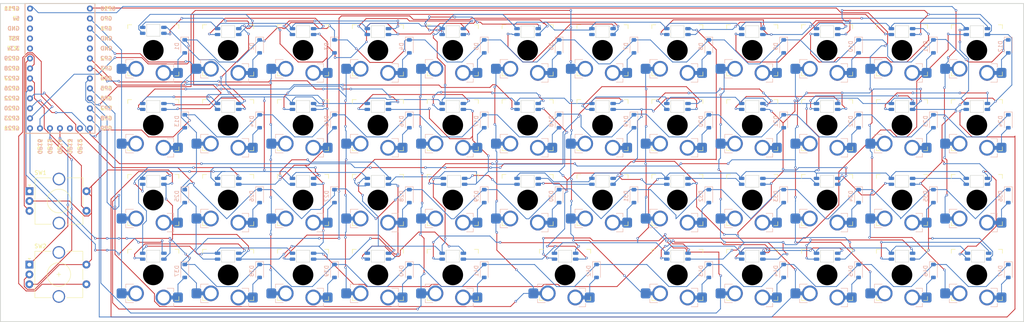
<source format=kicad_pcb>
(kicad_pcb (version 20240108) (generator "pcbnew") (generator_version "8.0")
  (layers (0 "F.Cu" signal) (31 "B.Cu" signal) (34 "B.Paste" user) (35 "F.Paste" user) (36 "B.SilkS" user "B.Silkscreen") (37 "F.SilkS" user "F.Silkscreen") (38 "B.Mask" user) (39 "F.Mask" user) (44 "Edge.Cuts" user))
  (net 0 "")
  (net 1 "Net-(D1-A)")
  (net 2 "row0")
  (net 3 "Net-(D2-A)")
  (net 4 "Net-(D3-A)")
  (net 5 "Net-(D4-A)")
  (net 6 "Net-(D5-A)")
  (net 7 "Net-(D6-A)")
  (net 8 "Net-(D7-A)")
  (net 9 "Net-(D8-A)")
  (net 10 "Net-(D9-A)")
  (net 11 "Net-(D10-A)")
  (net 12 "Net-(D11-A)")
  (net 13 "Net-(D12-A)")
  (net 14 "Net-(D13-A)")
  (net 15 "row1")
  (net 16 "Net-(D14-A)")
  (net 17 "Net-(D15-A)")
  (net 18 "Net-(D16-A)")
  (net 19 "Net-(D17-A)")
  (net 20 "Net-(D18-A)")
  (net 21 "Net-(D19-A)")
  (net 22 "Net-(D20-A)")
  (net 23 "Net-(D21-A)")
  (net 24 "Net-(D22-A)")
  (net 25 "Net-(D23-A)")
  (net 26 "Net-(D24-A)")
  (net 27 "row2")
  (net 28 "Net-(D25-A)")
  (net 29 "Net-(D26-A)")
  (net 30 "Net-(D27-A)")
  (net 31 "Net-(D28-A)")
  (net 32 "Net-(D29-A)")
  (net 33 "Net-(D30-A)")
  (net 34 "Net-(D31-A)")
  (net 35 "Net-(D32-A)")
  (net 36 "Net-(D33-A)")
  (net 37 "Net-(D34-A)")
  (net 38 "Net-(D35-A)")
  (net 39 "Net-(D36-A)")
  (net 40 "Net-(D37-A)")
  (net 41 "row3")
  (net 42 "Net-(D38-A)")
  (net 43 "Net-(D39-A)")
  (net 44 "Net-(D40-A)")
  (net 45 "Net-(D41-A)")
  (net 46 "Net-(D42-A)")
  (net 47 "Net-(D43-A)")
  (net 48 "Net-(D44-A)")
  (net 49 "Net-(D45-A)")
  (net 50 "Net-(D46-A)")
  (net 51 "Net-(D47-A)")
  (net 52 "col0")
  (net 53 "col1")
  (net 54 "col2")
  (net 55 "col3")
  (net 56 "col4")
  (net 57 "col5")
  (net 58 "col6")
  (net 59 "col7")
  (net 60 "col8")
  (net 61 "col9")
  (net 62 "col10")
  (net 63 "col11")
  (net 65 "ROT1B")
  (net 66 "ROT2A")
  (net 68 "Net-(D48-DOUT)")
  (net 72 "ROT2B")
  (net 73 "ROT1A")
  (net 74 "ROT2S1")
  (net 75 "ROT1S1")
  (net 77 "LED")
  (net 78 "+5V")
  (net 79 "GND")
  (net 80 "Net-(D49-DOUT)")
  (net 81 "Net-(D50-DOUT)")
  (net 82 "Net-(D51-DOUT)")
  (net 83 "Net-(D52-DOUT)")
  (net 84 "Net-(D53-DOUT)")
  (net 85 "Net-(D54-DOUT)")
  (net 86 "Net-(D55-DOUT)")
  (net 87 "Net-(D56-DOUT)")
  (net 88 "Net-(D57-DOUT)")
  (net 89 "Net-(D58-DOUT)")
  (net 90 "Net-(D59-DOUT)")
  (net 91 "Net-(D60-DOUT)")
  (net 92 "Net-(D61-DOUT)")
  (net 94 "Net-(D62-DOUT)")
  (net 95 "Net-(D63-DOUT)")
  (net 97 "Net-(D64-DOUT)")
  (net 98 "Net-(D65-DOUT)")
  (net 99 "Net-(D66-DOUT)")
  (net 100 "Net-(D67-DOUT)")
  (net 101 "Net-(D68-DOUT)")
  (net 102 "Net-(D69-DOUT)")
  (net 103 "Net-(D70-DOUT)")
  (net 104 "Net-(D71-DOUT)")
  (net 105 "Net-(D72-DOUT)")
  (net 106 "Net-(D73-DOUT)")
  (net 107 "Net-(D74-DOUT)")
  (net 108 "Net-(D75-DOUT)")
  (net 109 "Net-(D76-DOUT)")
  (net 110 "Net-(D77-DOUT)")
  (net 111 "Net-(D78-DOUT)")
  (net 112 "Net-(D79-DOUT)")
  (net 113 "Net-(D80-DOUT)")
  (net 114 "Net-(D81-DOUT)")
  (net 115 "Net-(D82-DOUT)")
  (net 116 "Net-(D83-DOUT)")
  (net 117 "Net-(D84-DOUT)")
  (net 118 "Net-(D85-DOUT)")
  (net 119 "Net-(D86-DOUT)")
  (net 120 "Net-(D87-DOUT)")
  (net 121 "Net-(D88-DOUT)")
  (net 122 "Net-(D89-DOUT)")
  (net 123 "Net-(D90-DOUT)")
  (net 124 "Net-(D91-DOUT)")
  (net 125 "Net-(D92-DOUT)")
  (net 126 "Net-(D93-DOUT)")
  (footprint "KS33:SW_Gateron_LowProfile_HotSwap_PTH" (layer "F.Cu") (at 205.15 114.3)
    (property "Reference" "S44" (hide yes))
    (property "Value" "Keyswitch" (hide yes))
  )
  (footprint "KS33:SW_Gateron_LowProfile_HotSwap_PTH" (layer "F.Cu") (at 167.05 57.15)
    (property "Reference" "S7" (hide yes))
    (property "Value" "Keyswitch" (hide yes))
  )
  (footprint "KS33:SW_Gateron_LowProfile_HotSwap_PTH" (layer "F.Cu") (at 128.95 76.2)
    (property "Reference" "S17" (hide yes))
    (property "Value" "Keyswitch" (hide yes))
  )
  (footprint "KS33:SW_Gateron_LowProfile_HotSwap_PTH" (layer "F.Cu") (at 71.8 76.2)
    (property "Reference" "S14" (hide yes))
    (property "Value" "Keyswitch" (hide yes))
  )
  (footprint "KS33:SW_Gateron_LowProfile_HotSwap_PTH" (layer "F.Cu") (at 109.9 76.2)
    (property "Reference" "S16" (hide yes))
    (property "Value" "Keyswitch" (hide yes))
  )
  (footprint "KS33:SW_Gateron_LowProfile_HotSwap_PTH" (layer "F.Cu") (at 243.25 57.15)
    (property "Reference" "S11" (hide yes))
    (property "Value" "Keyswitch" (hide yes))
  )
  (footprint "KS33:SW_Gateron_LowProfile_HotSwap_PTH" (layer "F.Cu") (at 224.2 114.3)
    (property "Reference" "S45" (hide yes))
    (property "Value" "Keyswitch" (hide yes))
  )
  (footprint "KS33:SW_Gateron_LowProfile_HotSwap_PTH" (layer "F.Cu") (at 128.95 114.3)
    (property "Reference" "S41" (hide yes))
    (property "Value" "Keyswitch" (hide yes))
  )
  (footprint "KS33:SW_Gateron_LowProfile_HotSwap_PTH" (layer "F.Cu") (at 157.525 114.3)
    (property "Reference" "S42" (hide yes))
    (property "Value" "Keyswitch" (hide yes))
  )
  (footprint "KS33:SW_Gateron_LowProfile_HotSwap_PTH" (layer "F.Cu") (at 148 57.15)
    (property "Reference" "S6" (hide yes))
    (property "Value" "Keyswitch" (hide yes))
  )
  (footprint "KS33:SW_Gateron_LowProfile_HotSwap_PTH" (layer "F.Cu") (at 90.85 57.15)
    (property "Reference" "S3" (hide yes))
    (property "Value" "Keyswitch" (hide yes))
  )
  (footprint "KS33:SW_Gateron_LowProfile_HotSwap_PTH" (layer "F.Cu") (at 243.25 76.2)
    (property "Reference" "S23" (hide yes))
    (property "Value" "Keyswitch" (hide yes))
  )
  (footprint "KS33:SW_Gateron_LowProfile_HotSwap_PTH" (layer "F.Cu") (at 109.9 114.3)
    (property "Reference" "S40" (hide yes))
    (property "Value" "Keyswitch" (hide yes))
  )
  (footprint "KS33:SW_Gateron_LowProfile_HotSwap_PTH" (layer "F.Cu") (at 71.8 114.3)
    (property "Reference" "S38" (hide yes))
    (property "Value" "Keyswitch" (hide yes))
  )
  (footprint "KS33:SW_Gateron_LowProfile_HotSwap_PTH" (layer "F.Cu") (at 90.85 95.25)
    (property "Reference" "S27" (hide yes))
    (property "Value" "Keyswitch" (hide yes))
  )
  (footprint "KS33:SW_Gateron_LowProfile_HotSwap_PTH" (layer "F.Cu") (at 243.25 114.3)
    (property "Reference" "S46" (hide yes))
    (property "Value" "Keyswitch" (hide yes))
  )
  (footprint "KS33:SW_Gateron_LowProfile_HotSwap_PTH" (layer "F.Cu") (at 205.15 57.15)
    (property "Reference" "S9" (hide yes))
    (property "Value" "Keyswitch" (hide yes))
  )
  (footprint "KS33:SW_Gateron_LowProfile_HotSwap_PTH" (layer "F.Cu") (at 52.75 95.25)
    (property "Reference" "S25" (hide yes))
    (property "Value" "Keyswitch" (hide yes))
  )
  (footprint "KS33:SW_Gateron_LowProfile_HotSwap_PTH" (layer "F.Cu") (at 128.95 95.25)
    (property "Reference" "S29" (hide yes))
    (property "Value" "Keyswitch" (hide yes))
  )
  (footprint "KS33:SW_Gateron_LowProfile_HotSwap_PTH" (layer "F.Cu") (at 186.1 76.2)
    (property "Reference" "S20" (hide yes))
    (property "Value" "Keyswitch" (hide yes))
  )
  (footprint "KS33:SW_Gateron_LowProfile_HotSwap_PTH" (layer "F.Cu") (at 205.15 95.25)
    (property "Reference" "S33" (hide yes))
    (property "Value" "Keyswitch" (hide yes))
  )
  (footprint "KS33:SW_Gateron_LowProfile_HotSwap_PTH" (layer "F.Cu") (at 71.8 95.25)
    (property "Reference" "S26" (hide yes))
    (property "Value" "Keyswitch" (hide yes))
  )
  (footprint "KS33:SW_Gateron_LowProfile_HotSwap_PTH" (layer "F.Cu") (at 243.25 95.25)
    (property "Reference" "S35" (hide yes))
    (property "Value" "Keyswitch" (hide yes))
  )
  (footprint "KS33:SW_Gateron_LowProfile_HotSwap_PTH" (layer "F.Cu") (at 186.1 114.3)
    (property "Reference" "S43" (hide yes))
    (property "Value" "Keyswitch" (hide yes))
  )
  (footprint "KS33:SW_Gateron_LowProfile_HotSwap_PTH" (layer "F.Cu") (at 224.2 57.15)
    (property "Reference" "S10" (hide yes))
    (property "Value" "Keyswitch" (hide yes))
  )
  (footprint "KS33:SW_Gateron_LowProfile_HotSwap_PTH" (layer "F.Cu") (at 262.3 76.2)
    (property "Reference" "S24" (hide yes))
    (property "Value" "Keyswitch" (hide yes))
  )
  (footprint "KS33:SW_Gateron_LowProfile_HotSwap_PTH" (layer "F.Cu") (at 186.1 95.25)
    (property "Reference" "S32" (hide yes))
    (property "Value" "Keyswitch" (hide yes))
  )
  (footprint "KS33:SW_Gateron_LowProfile_HotSwap_PTH" (layer "F.Cu") (at 224.2 95.25)
    (property "Reference" "S34" (hide yes))
    (property "Value" "Keyswitch" (hide yes))
  )
  (footprint "Rotary_Encoder:RotaryEncoder_Alps_EC11E-Switch_Vertical_H20mm_CircularMountingHoles" (layer "F.Cu") (at 21.21875 111.68125)
    (property "Reference" "SW2")
    (property "Value" "RotaryEncoder_Switch")
  )
  (footprint "KS33:SW_Gateron_LowProfile_HotSwap_PTH" (layer "F.Cu") (at 186.1 57.15)
    (property "Reference" "S8" (hide yes))
    (property "Value" "Keyswitch" (hide yes))
  )
  (footprint "KS33:SW_Gateron_LowProfile_HotSwap_PTH" (layer "F.Cu") (at 128.95 57.15)
    (property "Reference" "S5" (hide yes))
    (property "Value" "Keyswitch" (hide yes))
  )
  (footprint "KS33:SW_Gateron_LowProfile_HotSwap_PTH" (layer "F.Cu") (at 167.05 95.25)
    (property "Reference" "S31" (hide yes))
    (property "Value" "Keyswitch" (hide yes))
  )
  (footprint "KS33:SW_Gateron_LowProfile_HotSwap_PTH" (layer "F.Cu") (at 148 95.25)
    (property "Reference" "S30" (hide yes))
    (property "Value" "Keyswitch" (hide yes))
  )
  (footprint "KS33:SW_Gateron_LowProfile_HotSwap_PTH" (layer "F.Cu") (at 262.3 57.15)
    (property "Reference" "S12" (hide yes))
    (property "Value" "Keyswitch" (hide yes))
  )
  (footprint "KS33:SW_Gateron_LowProfile_HotSwap_PTH" (layer "F.Cu") (at 90.85 76.2)
    (property "Reference" "S15" (hide yes))
    (property "Value" "Keyswitch" (hide yes))
  )
  (footprint "KS33:SW_Gateron_LowProfile_HotSwap_PTH" (layer "F.Cu") (at 52.75 57.15)
    (property "Reference" "S1" (hide yes))
    (property "Value" "Keyswitch" (hide yes))
  )
  (footprint "KS33:SW_Gateron_LowProfile_HotSwap_PTH" (layer "F.Cu") (at 167.05 76.2)
    (property "Reference" "S19" (hide yes))
    (property "Value" "Keyswitch" (hide yes))
  )
  (footprint "KS33:SW_Gateron_LowProfile_HotSwap_PTH" (layer "F.Cu") (at 109.9 57.15)
    (property "Reference" "S4" (hide yes))
    (property "Value" "Keyswitch" (hide yes))
  )
  (footprint "KS33:SW_Gateron_LowProfile_HotSwap_PTH" (layer "F.Cu") (at 205.15 76.2)
    (property "Reference" "S21" (hide yes))
    (property "Value" "Keyswitch" (hide yes))
  )
  (footprint "KS33:SW_Gateron_LowProfile_HotSwap_PTH" (layer "F.Cu") (at 52.75 76.2)
    (property "Reference" "S13" (hide yes))
    (property "Value" "Keyswitch" (hide yes))
  )
  (footprint "KS33:SW_Gateron_LowProfile_HotSwap_PTH" (layer "F.Cu") (at 262.3 114.3)
    (property "Reference" "S47" (hide yes))
    (property "Value" "Keyswitch" (hide yes))
  )
  (footprint "KS33:SW_Gateron_LowProfile_HotSwap_PTH" (layer "F.Cu") (at 224.2 76.2)
    (property "Reference" "S22" (hide yes))
    (property "Value" "Keyswitch" (hide yes))
  )
  (footprint "KS33:SW_Gateron_LowProfile_HotSwap_PTH" (layer "F.Cu") (at 148 76.2)
    (property "Reference" "S18" (hide yes))
    (property "Value" "Keyswitch" (hide yes))
  )
  (footprint "Rotary_Encoder:RotaryEncoder_Alps_EC11E-Switch_Vertical_H20mm_CircularMountingHoles" (layer "F.Cu") (at 21.25 93)
    (property "Reference" "SW1")
    (property "Value" "RotaryEncoder_Switch")
  )
  (footprint "KS33:SW_Gateron_LowProfile_HotSwap_PTH" (layer "F.Cu") (at 71.8 57.15)
    (property "Reference" "S2" (hide yes))
    (property "Value" "Keyswitch" (hide yes))
  )
  (footprint "KS33:SW_Gateron_LowProfile_HotSwap_PTH" (layer "F.Cu") (at 262.3 95.25)
    (property "Reference" "S36" (hide yes))
    (property "Value" "Keyswitch" (hide yes))
  )
  (footprint "KS33:SW_Gateron_LowProfile_HotSwap_PTH" (layer "F.Cu") (at 52.75 114.3)
    (property "Reference" "S37" (hide yes))
    (property "Value" "Keyswitch" (hide yes))
  )
  (footprint "KS33:SW_Gateron_LowProfile_HotSwap_PTH" (layer "F.Cu") (at 90.85 114.3)
    (property "Reference" "S39" (hide yes))
    (property "Value" "Keyswitch" (hide yes))
  )
  (footprint "KS33:SW_Gateron_LowProfile_HotSwap_PTH" (layer "F.Cu") (at 109.9 95.25)
    (property "Reference" "S28" (hide yes))
    (property "Value" "Keyswitch" (hide yes))
  )
  (footprint "Diode_SMD:D_SOD-123" (layer "B.Cu") (at 270.3 56.15 -90)
    (property "Reference" "D12")
    (property "Value" "Diode")
  )
  (footprint "ScottoKeebs_Components:LED_SK6812MINI" (layer "B.Cu") (at 71.8 109.5375 180)
    (property "Reference" "D49" (hide yes))
    (property "Value" "LED_SK6812MINI" (hide yes))
    (fp_line (start 1.7 1.5) (end 1.7 -1.5) (stroke (width 0.12)) (layer "Edge.Cuts"))
    (fp_line (start 1.7 -1.5) (end -1.7 -1.5) (stroke (width 0.12)) (layer "Edge.Cuts"))
    (fp_line (start -1.7 1.5) (end 1.7 1.5) (stroke (width 0.12)) (layer "Edge.Cuts"))
    (fp_line (start -1.7 -1.5) (end -1.7 1.5) (stroke (width 0.12)) (layer "Edge.Cuts"))
  )
  (footprint "ScottoKeebs_Components:LED_SK6812MINI" (layer "B.Cu") (at 52.75 90.4875 180)
    (property "Reference" "D74" (hide yes))
    (property "Value" "LED_SK6812MINI" (hide yes))
    (fp_line (start 1.7 1.5) (end 1.7 -1.5) (stroke (width 0.12)) (layer "Edge.Cuts"))
    (fp_line (start 1.7 -1.5) (end -1.7 -1.5) (stroke (width 0.12)) (layer "Edge.Cuts"))
    (fp_line (start -1.7 1.5) (end 1.7 1.5) (stroke (width 0.12)) (layer "Edge.Cuts"))
    (fp_line (start -1.7 -1.5) (end -1.7 1.5) (stroke (width 0.12)) (layer "Edge.Cuts"))
  )
  (footprint "ScottoKeebs_Components:LED_SK6812MINI" (layer "B.Cu") (at 52.75 109.5375 180)
    (property "Reference" "D48" (hide yes))
    (property "Value" "LED_SK6812MINI" (hide yes))
    (fp_line (start 1.7 1.5) (end 1.7 -1.5) (stroke (width 0.12)) (layer "Edge.Cuts"))
    (fp_line (start 1.7 -1.5) (end -1.7 -1.5) (stroke (width 0.12)) (layer "Edge.Cuts"))
    (fp_line (start -1.7 1.5) (end 1.7 1.5) (stroke (width 0.12)) (layer "Edge.Cuts"))
    (fp_line (start -1.7 -1.5) (end -1.7 1.5) (stroke (width 0.12)) (layer "Edge.Cuts"))
  )
  (footprint "Diode_SMD:D_SOD-123" (layer "B.Cu") (at 79.8 75.2 -90)
    (property "Reference" "D14")
    (property "Value" "Diode")
  )
  (footprint "Diode_SMD:D_SOD-123" (layer "B.Cu") (at 194.1 94.25 -90)
    (property "Reference" "D32")
    (property "Value" "Diode")
  )
  (footprint "Diode_SMD:D_SOD-123" (layer "B.Cu") (at 60.75 94.25 -90)
    (property "Reference" "D25")
    (property "Value" "Diode")
  )
  (footprint "Diode_SMD:D_SOD-123" (layer "B.Cu") (at 156 56.15 -90)
    (property "Reference" "D6")
    (property "Value" "Diode")
  )
  (footprint "ScottoKeebs_Components:LED_SK6812MINI" (layer "B.Cu") (at 128.95 71.4375 180)
    (property "Reference" "D86" (hide yes))
    (property "Value" "LED_SK6812MINI" (hide yes))
    (fp_line (start 1.7 1.5) (end 1.7 -1.5) (stroke (width 0.12)) (layer "Edge.Cuts"))
    (fp_line (start 1.7 -1.5) (end -1.7 -1.5) (stroke (width 0.12)) (layer "Edge.Cuts"))
    (fp_line (start -1.7 1.5) (end 1.7 1.5) (stroke (width 0.12)) (layer "Edge.Cuts"))
    (fp_line (start -1.7 -1.5) (end -1.7 1.5) (stroke (width 0.12)) (layer "Edge.Cuts"))
  )
  (footprint "ScottoKeebs_Components:LED_SK6812MINI" (layer "B.Cu") (at 90.85 71.4375 180)
    (property "Reference" "D84" (hide yes))
    (property "Value" "LED_SK6812MINI" (hide yes))
    (fp_line (start 1.7 1.5) (end 1.7 -1.5) (stroke (width 0.12)) (layer "Edge.Cuts"))
    (fp_line (start 1.7 -1.5) (end -1.7 -1.5) (stroke (width 0.12)) (layer "Edge.Cuts"))
    (fp_line (start -1.7 1.5) (end 1.7 1.5) (stroke (width 0.12)) (layer "Edge.Cuts"))
    (fp_line (start -1.7 -1.5) (end -1.7 1.5) (stroke (width 0.12)) (layer "Edge.Cuts"))
  )
  (footprint "Diode_SMD:D_SOD-123" (layer "B.Cu") (at 213.15 56.15 -90)
    (property "Reference" "D9")
    (property "Value" "Diode")
  )
  (footprint "ScottoKeebs_Components:LED_SK6812MINI" (layer "B.Cu") (at 157.525 109.5375 180)
    (property "Reference" "D54" (hide yes))
    (property "Value" "LED_SK6812MINI" (hide yes))
    (fp_line (start 1.7 1.5) (end 1.7 -1.5) (stroke (width 0.12)) (layer "Edge.Cuts"))
    (fp_line (start 1.7 -1.5) (end -1.7 -1.5) (stroke (width 0.12)) (layer "Edge.Cuts"))
    (fp_line (start -1.7 1.5) (end 1.7 1.5) (stroke (width 0.12)) (layer "Edge.Cuts"))
    (fp_line (start -1.7 -1.5) (end -1.7 1.5) (stroke (width 0.12)) (layer "Edge.Cuts"))
  )
  (footprint "ScottoKeebs_Components:LED_SK6812MINI" (layer "B.Cu") (at 262.3 52.3875 180)
    (property "Reference" "D50" (hide yes))
    (property "Value" "LED_SK6812MINI" (hide yes))
    (fp_line (start 1.7 1.5) (end 1.7 -1.5) (stroke (width 0.12)) (layer "Edge.Cuts"))
    (fp_line (start 1.7 -1.5) (end -1.7 -1.5) (stroke (width 0.12)) (layer "Edge.Cuts"))
    (fp_line (start -1.7 1.5) (end 1.7 1.5) (stroke (width 0.12)) (layer "Edge.Cuts"))
    (fp_line (start -1.7 -1.5) (end -1.7 1.5) (stroke (width 0.12)) (layer "Edge.Cuts"))
  )
  (footprint "Diode_SMD:D_SOD-123" (layer "B.Cu") (at 251.25 113.3 -90)
    (property "Reference" "D46")
    (property "Value" "Diode")
  )
  (footprint "Diode_SMD:D_SOD-123" (layer "B.Cu") (at 251.25 56.15 -90)
    (property "Reference" "D11")
    (property "Value" "Diode")
  )
  (footprint "ScottoKeebs_Components:LED_SK6812MINI" (layer "B.Cu") (at 262.61875 109.5375 180)
    (property "Reference" "D59" (hide yes))
    (property "Value" "LED_SK6812MINI" (hide yes))
    (fp_line (start 1.7 1.5) (end 1.7 -1.5) (stroke (width 0.12)) (layer "Edge.Cuts"))
    (fp_line (start 1.7 -1.5) (end -1.7 -1.5) (stroke (width 0.12)) (layer "Edge.Cuts"))
    (fp_line (start -1.7 1.5) (end 1.7 1.5) (stroke (width 0.12)) (layer "Edge.Cuts"))
    (fp_line (start -1.7 -1.5) (end -1.7 1.5) (stroke (width 0.12)) (layer "Edge.Cuts"))
  )
  (footprint "Diode_SMD:D_SOD-123" (layer "B.Cu") (at 213.15 113.3 -90)
    (property "Reference" "D44")
    (property "Value" "Diode")
  )
  (footprint "ScottoKeebs_Components:LED_SK6812MINI" (layer "B.Cu") (at 167.05 71.4375 180)
    (property "Reference" "D68" (hide yes))
    (property "Value" "LED_SK6812MINI" (hide yes))
    (fp_line (start 1.7 1.5) (end 1.7 -1.5) (stroke (width 0.12)) (layer "Edge.Cuts"))
    (fp_line (start 1.7 -1.5) (end -1.7 -1.5) (stroke (width 0.12)) (layer "Edge.Cuts"))
    (fp_line (start -1.7 1.5) (end 1.7 1.5) (stroke (width 0.12)) (layer "Edge.Cuts"))
    (fp_line (start -1.7 -1.5) (end -1.7 1.5) (stroke (width 0.12)) (layer "Edge.Cuts"))
  )
  (footprint "ScottoKeebs_Components:LED_SK6812MINI" (layer "B.Cu") (at 90.85 52.3875 180)
    (property "Reference" "D90" (hide yes))
    (property "Value" "LED_SK6812MINI" (hide yes))
    (fp_line (start 1.7 1.5) (end 1.7 -1.5) (stroke (width 0.12)) (layer "Edge.Cuts"))
    (fp_line (start 1.7 -1.5) (end -1.7 -1.5) (stroke (width 0.12)) (layer "Edge.Cuts"))
    (fp_line (start -1.7 1.5) (end 1.7 1.5) (stroke (width 0.12)) (layer "Edge.Cuts"))
    (fp_line (start -1.7 -1.5) (end -1.7 1.5) (stroke (width 0.12)) (layer "Edge.Cuts"))
  )
  (footprint "ScottoKeebs_Components:LED_SK6812MINI" (layer "B.Cu") (at 205.15 90.4875 180)
    (property "Reference" "D63" (hide yes))
    (property "Value" "LED_SK6812MINI" (hide yes))
    (fp_line (start 1.7 1.5) (end 1.7 -1.5) (stroke (width 0.12)) (layer "Edge.Cuts"))
    (fp_line (start 1.7 -1.5) (end -1.7 -1.5) (stroke (width 0.12)) (layer "Edge.Cuts"))
    (fp_line (start -1.7 1.5) (end 1.7 1.5) (stroke (width 0.12)) (layer "Edge.Cuts"))
    (fp_line (start -1.7 -1.5) (end -1.7 1.5) (stroke (width 0.12)) (layer "Edge.Cuts"))
  )
  (footprint "Diode_SMD:D_SOD-123" (layer "B.Cu") (at 98.85 56.15 -90)
    (property "Reference" "D3")
    (property "Value" "Diode")
  )
  (footprint "Diode_SMD:D_SOD-123" (layer "B.Cu") (at 232.2 113.3 -90)
    (property "Reference" "D45")
    (property "Value" "Diode")
  )
  (footprint "Diode_SMD:D_SOD-123" (layer "B.Cu") (at 136.95 75.2 -90)
    (property "Reference" "D17")
    (property "Value" "Diode")
  )
  (footprint "ScottoKeebs_Components:LED_SK6812MINI" (layer "B.Cu") (at 109.9 71.4375 180)
    (property "Reference" "D85" (hide yes))
    (property "Value" "LED_SK6812MINI" (hide yes))
    (fp_line (start 1.7 1.5) (end 1.7 -1.5) (stroke (width 0.12)) (layer "Edge.Cuts"))
    (fp_line (start 1.7 -1.5) (end -1.7 -1.5) (stroke (width 0.12)) (layer "Edge.Cuts"))
    (fp_line (start -1.7 1.5) (end 1.7 1.5) (stroke (width 0.12)) (layer "Edge.Cuts"))
    (fp_line (start -1.7 -1.5) (end -1.7 1.5) (stroke (width 0.12)) (layer "Edge.Cuts"))
  )
  (footprint "Diode_SMD:D_SOD-123" (layer "B.Cu") (at 251.25 94.25 -90)
    (property "Reference" "D35")
    (property "Value" "Diode")
  )
  (footprint "Diode_SMD:D_SOD-123" (layer "B.Cu") (at 194.1 75.2 -90)
    (property "Reference" "D20")
    (property "Value" "Diode")
  )
  (footprint "ScottoKeebs_Components:LED_SK6812MINI" (layer "B.Cu") (at 186.1 71.4375 180)
    (property "Reference" "D69" (hide yes))
    (property "Value" "LED_SK6812MINI" (hide yes))
    (fp_line (start 1.7 1.5) (end 1.7 -1.5) (stroke (width 0.12)) (layer "Edge.Cuts"))
    (fp_line (start 1.7 -1.5) (end -1.7 -1.5) (stroke (width 0.12)) (layer "Edge.Cuts"))
    (fp_line (start -1.7 1.5) (end 1.7 1.5) (stroke (width 0.12)) (layer "Edge.Cuts"))
    (fp_line (start -1.7 -1.5) (end -1.7 1.5) (stroke (width 0.12)) (layer "Edge.Cuts"))
  )
  (footprint "ScottoKeebs_Components:LED_SK6812MINI" (layer "B.Cu") (at 262.3 71.4375 180)
    (property "Reference" "D73" (hide yes))
    (property "Value" "LED_SK6812MINI" (hide yes))
    (fp_line (start 1.7 1.5) (end 1.7 -1.5) (stroke (width 0.12)) (layer "Edge.Cuts"))
    (fp_line (start 1.7 -1.5) (end -1.7 -1.5) (stroke (width 0.12)) (layer "Edge.Cuts"))
    (fp_line (start -1.7 1.5) (end 1.7 1.5) (stroke (width 0.12)) (layer "Edge.Cuts"))
    (fp_line (start -1.7 -1.5) (end -1.7 1.5) (stroke (width 0.12)) (layer "Edge.Cuts"))
  )
  (footprint "ScottoKeebs_Components:LED_SK6812MINI" (layer "B.Cu") (at 224.2 109.5375 180)
    (property "Reference" "D57" (hide yes))
    (property "Value" "LED_SK6812MINI" (hide yes))
    (fp_line (start 1.7 1.5) (end 1.7 -1.5) (stroke (width 0.12)) (layer "Edge.Cuts"))
    (fp_line (start 1.7 -1.5) (end -1.7 -1.5) (stroke (width 0.12)) (layer "Edge.Cuts"))
    (fp_line (start -1.7 1.5) (end 1.7 1.5) (stroke (width 0.12)) (layer "Edge.Cuts"))
    (fp_line (start -1.7 -1.5) (end -1.7 1.5) (stroke (width 0.12)) (layer "Edge.Cuts"))
  )
  (footprint "Diode_SMD:D_SOD-123" (layer "B.Cu") (at 98.85 113.3 -90)
    (property "Reference" "D39")
    (property "Value" "Diode")
  )
  (footprint "Diode_SMD:D_SOD-123" (layer "B.Cu") (at 60.75 113.3 -90)
    (property "Reference" "D37")
    (property "Value" "Diode")
  )
  (footprint "Diode_SMD:D_SOD-123" (layer "B.Cu") (at 165.525 113.3 -90)
    (property "Reference" "D42")
    (property "Value" "Diode")
  )
  (footprint "ScottoKeebs_Components:LED_SK6812MINI" (layer "B.Cu") (at 262.3 90.4875 180)
    (property "Reference" "D60" (hide yes))
    (property "Value" "LED_SK6812MINI" (hide yes))
    (fp_line (start 1.7 1.5) (end 1.7 -1.5) (stroke (width 0.12)) (layer "Edge.Cuts"))
    (fp_line (start 1.7 -1.5) (end -1.7 -1.5) (stroke (width 0.12)) (layer "Edge.Cuts"))
    (fp_line (start -1.7 1.5) (end 1.7 1.5) (stroke (width 0.12)) (layer "Edge.Cuts"))
    (fp_line (start -1.7 -1.5) (end -1.7 1.5) (stroke (width 0.12)) (layer "Edge.Cuts"))
  )
  (footprint "ScottoKeebs_Components:LED_SK6812MINI" (layer "B.Cu") (at 148 52.3875 180)
    (property "Reference" "D93" (hide yes))
    (property "Value" "LED_SK6812MINI" (hide yes))
    (fp_line (start 1.7 1.5) (end 1.7 -1.5) (stroke (width 0.12)) (layer "Edge.Cuts"))
    (fp_line (start 1.7 -1.5) (end -1.7 -1.5) (stroke (width 0.12)) (layer "Edge.Cuts"))
    (fp_line (start -1.7 1.5) (end 1.7 1.5) (stroke (width 0.12)) (layer "Edge.Cuts"))
    (fp_line (start -1.7 -1.5) (end -1.7 1.5) (stroke (width 0.12)) (layer "Edge.Cuts"))
  )
  (footprint "ScottoKeebs_Components:LED_SK6812MINI" (layer "B.Cu") (at 205.15 52.3875 180)
    (property "Reference" "D79" (hide yes))
    (property "Value" "LED_SK6812MINI" (hide yes))
    (fp_line (start 1.7 1.5) (end 1.7 -1.5) (stroke (width 0.12)) (layer "Edge.Cuts"))
    (fp_line (start 1.7 -1.5) (end -1.7 -1.5) (stroke (width 0.12)) (layer "Edge.Cuts"))
    (fp_line (start -1.7 1.5) (end 1.7 1.5) (stroke (width 0.12)) (layer "Edge.Cuts"))
    (fp_line (start -1.7 -1.5) (end -1.7 1.5) (stroke (width 0.12)) (layer "Edge.Cuts"))
  )
  (footprint "Diode_SMD:D_SOD-123" (layer "B.Cu") (at 60.75 75.2 -90)
    (property "Reference" "D13")
    (property "Value" "Diode")
  )
  (footprint "Diode_SMD:D_SOD-123" (layer "B.Cu") (at 232.2 75.2 -90)
    (property "Reference" "D22")
    (property "Value" "Diode")
  )
  (footprint "Diode_SMD:D_SOD-123" (layer "B.Cu") (at 270.3 94.25 -90)
    (property "Reference" "D36")
    (property "Value" "Diode")
  )
  (footprint "ScottoKeebs_Components:LED_SK6812MINI" (layer "B.Cu") (at 224.2 90.4875 180)
    (property "Reference" "D62" (hide yes))
    (property "Value" "LED_SK6812MINI" (hide yes))
    (fp_line (start 1.7 1.5) (end 1.7 -1.5) (stroke (width 0.12)) (layer "Edge.Cuts"))
    (fp_line (start 1.7 -1.5) (end -1.7 -1.5) (stroke (width 0.12)) (layer "Edge.Cuts"))
    (fp_line (start -1.7 1.5) (end 1.7 1.5) (stroke (width 0.12)) (layer "Edge.Cuts"))
    (fp_line (start -1.7 -1.5) (end -1.7 1.5) (stroke (width 0.12)) (layer "Edge.Cuts"))
  )
  (footprint "Diode_SMD:D_SOD-123" (layer "B.Cu") (at 98.85 94.25 -90)
    (property "Reference" "D27")
    (property "Value" "Diode")
  )
  (footprint "ScottoKeebs_Components:LED_SK6812MINI" (layer "B.Cu") (at 224.2 52.3875 180)
    (property "Reference" "D80" (hide yes))
    (property "Value" "LED_SK6812MINI" (hide yes))
    (fp_line (start 1.7 1.5) (end 1.7 -1.5) (stroke (width 0.12)) (layer "Edge.Cuts"))
    (fp_line (start 1.7 -1.5) (end -1.7 -1.5) (stroke (width 0.12)) (layer "Edge.Cuts"))
    (fp_line (start -1.7 1.5) (end 1.7 1.5) (stroke (width 0.12)) (layer "Edge.Cuts"))
    (fp_line (start -1.7 -1.5) (end -1.7 1.5) (stroke (width 0.12)) (layer "Edge.Cuts"))
  )
  (footprint "Diode_SMD:D_SOD-123" (layer "B.Cu") (at 194.1 113.3 -90)
    (property "Reference" "D43")
    (property "Value" "Diode")
  )
  (footprint "ScottoKeebs_Components:LED_SK6812MINI" (layer "B.Cu") (at 109.9 52.3875 180)
    (property "Reference" "D91" (hide yes))
    (property "Value" "LED_SK6812MINI" (hide yes))
    (fp_line (start 1.7 1.5) (end 1.7 -1.5) (stroke (width 0.12)) (layer "Edge.Cuts"))
    (fp_line (start 1.7 -1.5) (end -1.7 -1.5) (stroke (width 0.12)) (layer "Edge.Cuts"))
    (fp_line (start -1.7 1.5) (end 1.7 1.5) (stroke (width 0.12)) (layer "Edge.Cuts"))
    (fp_line (start -1.7 -1.5) (end -1.7 1.5) (stroke (width 0.12)) (layer "Edge.Cuts"))
  )
  (footprint "ScottoKeebs_Components:LED_SK6812MINI" (layer "B.Cu") (at 128.95 109.5375 180)
    (property "Reference" "D53" (hide yes))
    (property "Value" "LED_SK6812MINI" (hide yes))
    (fp_line (start 1.7 1.5) (end 1.7 -1.5) (stroke (width 0.12)) (layer "Edge.Cuts"))
    (fp_line (start 1.7 -1.5) (end -1.7 -1.5) (stroke (width 0.12)) (layer "Edge.Cuts"))
    (fp_line (start -1.7 1.5) (end 1.7 1.5) (stroke (width 0.12)) (layer "Edge.Cuts"))
    (fp_line (start -1.7 -1.5) (end -1.7 1.5) (stroke (width 0.12)) (layer "Edge.Cuts"))
  )
  (footprint "ScottoKeebs_Components:LED_SK6812MINI" (layer "B.Cu") (at 205.15 109.5375 180)
    (property "Reference" "D56" (hide yes))
    (property "Value" "LED_SK6812MINI" (hide yes))
    (fp_line (start 1.7 1.5) (end 1.7 -1.5) (stroke (width 0.12)) (layer "Edge.Cuts"))
    (fp_line (start 1.7 -1.5) (end -1.7 -1.5) (stroke (width 0.12)) (layer "Edge.Cuts"))
    (fp_line (start -1.7 1.5) (end 1.7 1.5) (stroke (width 0.12)) (layer "Edge.Cuts"))
    (fp_line (start -1.7 -1.5) (end -1.7 1.5) (stroke (width 0.12)) (layer "Edge.Cuts"))
  )
  (footprint "ScottoKeebs_Components:LED_SK6812MINI" (layer "B.Cu") (at 167.05 90.4875 180)
    (property "Reference" "D65" (hide yes))
    (property "Value" "LED_SK6812MINI" (hide yes))
    (fp_line (start 1.7 1.5) (end 1.7 -1.5) (stroke (width 0.12)) (layer "Edge.Cuts"))
    (fp_line (start 1.7 -1.5) (end -1.7 -1.5) (stroke (width 0.12)) (layer "Edge.Cuts"))
    (fp_line (start -1.7 1.5) (end 1.7 1.5) (stroke (width 0.12)) (layer "Edge.Cuts"))
    (fp_line (start -1.7 -1.5) (end -1.7 1.5) (stroke (width 0.12)) (layer "Edge.Cuts"))
  )
  (footprint "ScottoKeebs_Components:LED_SK6812MINI" (layer "B.Cu") (at 90.85 109.5375 180)
    (property "Reference" "D51" (hide yes))
    (property "Value" "LED_SK6812MINI" (hide yes))
    (fp_line (start 1.7 1.5) (end 1.7 -1.5) (stroke (width 0.12)) (layer "Edge.Cuts"))
    (fp_line (start 1.7 -1.5) (end -1.7 -1.5) (stroke (width 0.12)) (layer "Edge.Cuts"))
    (fp_line (start -1.7 1.5) (end 1.7 1.5) (stroke (width 0.12)) (layer "Edge.Cuts"))
    (fp_line (start -1.7 -1.5) (end -1.7 1.5) (stroke (width 0.12)) (layer "Edge.Cuts"))
  )
  (footprint "Diode_SMD:D_SOD-123" (layer "B.Cu") (at 232.2 56.15 -90)
    (property "Reference" "D10")
    (property "Value" "Diode")
  )
  (footprint "ScottoKeebs_Components:LED_SK6812MINI" (layer "B.Cu") (at 109.9 109.5375 180)
    (property "Reference" "D52" (hide yes))
    (property "Value" "LED_SK6812MINI" (hide yes))
    (fp_line (start 1.7 1.5) (end 1.7 -1.5) (stroke (width 0.12)) (layer "Edge.Cuts"))
    (fp_line (start 1.7 -1.5) (end -1.7 -1.5) (stroke (width 0.12)) (layer "Edge.Cuts"))
    (fp_line (start -1.7 1.5) (end 1.7 1.5) (stroke (width 0.12)) (layer "Edge.Cuts"))
    (fp_line (start -1.7 -1.5) (end -1.7 1.5) (stroke (width 0.12)) (layer "Edge.Cuts"))
  )
  (footprint "Diode_SMD:D_SOD-123" (layer "B.Cu") (at 136.95 56.15 -90)
    (property "Reference" "D5")
    (property "Value" "Diode")
  )
  (footprint "Diode_SMD:D_SOD-123" (layer "B.Cu") (at 136.95 113.3 -90)
    (property "Reference" "D41")
    (property "Value" "Diode")
  )
  (footprint "Diode_SMD:D_SOD-123" (layer "B.Cu") (at 213.15 94.25 -90)
    (property "Reference" "D33")
    (property "Value" "Diode")
  )
  (footprint "Diode_SMD:D_SOD-123" (layer "B.Cu") (at 175.05 75.2 -90)
    (property "Reference" "D19")
    (property "Value" "Diode")
  )
  (footprint "Diode_SMD:D_SOD-123" (layer "B.Cu") (at 117.9 113.3 -90)
    (property "Reference" "D40")
    (property "Value" "Diode")
  )
  (footprint "ScottoKeebs_Components:LED_SK6812MINI" (layer "B.Cu") (at 243.25 90.4875 180)
    (property "Reference" "D61" (hide yes))
    (property "Value" "LED_SK6812MINI" (hide yes))
    (fp_line (start 1.7 1.5) (end 1.7 -1.5) (stroke (width 0.12)) (layer "Edge.Cuts"))
    (fp_line (start 1.7 -1.5) (end -1.7 -1.5) (stroke (width 0.12)) (layer "Edge.Cuts"))
    (fp_line (start -1.7 1.5) (end 1.7 1.5) (stroke (width 0.12)) (layer "Edge.Cuts"))
    (fp_line (start -1.7 -1.5) (end -1.7 1.5) (stroke (width 0.12)) (layer "Edge.Cuts"))
  )
  (footprint "ScottoKeebs_Components:LED_SK6812MINI" (layer "B.Cu") (at 109.9 90.4875 180)
    (property "Reference" "D77" (hide yes))
    (property "Value" "LED_SK6812MINI" (hide yes))
    (fp_line (start 1.7 1.5) (end 1.7 -1.5) (stroke (width 0.12)) (layer "Edge.Cuts"))
    (fp_line (start 1.7 -1.5) (end -1.7 -1.5) (stroke (width 0.12)) (layer "Edge.Cuts"))
    (fp_line (start -1.7 1.5) (end 1.7 1.5) (stroke (width 0.12)) (layer "Edge.Cuts"))
    (fp_line (start -1.7 -1.5) (end -1.7 1.5) (stroke (width 0.12)) (layer "Edge.Cuts"))
  )
  (footprint "ScottoKeebs_Components:LED_SK6812MINI" (layer "B.Cu") (at 205.15 71.4375 180)
    (property "Reference" "D70" (hide yes))
    (property "Value" "LED_SK6812MINI" (hide yes))
    (fp_line (start 1.7 1.5) (end 1.7 -1.5) (stroke (width 0.12)) (layer "Edge.Cuts"))
    (fp_line (start 1.7 -1.5) (end -1.7 -1.5) (stroke (width 0.12)) (layer "Edge.Cuts"))
    (fp_line (start -1.7 1.5) (end 1.7 1.5) (stroke (width 0.12)) (layer "Edge.Cuts"))
    (fp_line (start -1.7 -1.5) (end -1.7 1.5) (stroke (width 0.12)) (layer "Edge.Cuts"))
  )
  (footprint "ScottoKeebs_Components:LED_SK6812MINI" (layer "B.Cu") (at 186.1 90.4875 180)
    (property "Reference" "D64" (hide yes))
    (property "Value" "LED_SK6812MINI" (hide yes))
    (fp_line (start 1.7 1.5) (end 1.7 -1.5) (stroke (width 0.12)) (layer "Edge.Cuts"))
    (fp_line (start 1.7 -1.5) (end -1.7 -1.5) (stroke (width 0.12)) (layer "Edge.Cuts"))
    (fp_line (start -1.7 1.5) (end 1.7 1.5) (stroke (width 0.12)) (layer "Edge.Cuts"))
    (fp_line (start -1.7 -1.5) (end -1.7 1.5) (stroke (width 0.12)) (layer "Edge.Cuts"))
  )
  (footprint "ScottoKeebs_Components:LED_SK6812MINI" (layer "B.Cu") (at 148 90.4875 180)
    (property "Reference" "D66" (hide yes))
    (property "Value" "LED_SK6812MINI" (hide yes))
    (fp_line (start 1.7 1.5) (end 1.7 -1.5) (stroke (width 0.12)) (layer "Edge.Cuts"))
    (fp_line (start 1.7 -1.5) (end -1.7 -1.5) (stroke (width 0.12)) (layer "Edge.Cuts"))
    (fp_line (start -1.7 1.5) (end 1.7 1.5) (stroke (width 0.12)) (layer "Edge.Cuts"))
    (fp_line (start -1.7 -1.5) (end -1.7 1.5) (stroke (width 0.12)) (layer "Edge.Cuts"))
  )
  (footprint "ScottoKeebs_Components:LED_SK6812MINI" (layer "B.Cu") (at 90.85 90.4875 180)
    (property "Reference" "D76" (hide yes))
    (property "Value" "LED_SK6812MINI" (hide yes))
    (fp_line (start 1.7 1.5) (end 1.7 -1.5) (stroke (width 0.12)) (layer "Edge.Cuts"))
    (fp_line (start 1.7 -1.5) (end -1.7 -1.5) (stroke (width 0.12)) (layer "Edge.Cuts"))
    (fp_line (start -1.7 1.5) (end 1.7 1.5) (stroke (width 0.12)) (layer "Edge.Cuts"))
    (fp_line (start -1.7 -1.5) (end -1.7 1.5) (stroke (width 0.12)) (layer "Edge.Cuts"))
  )
  (footprint "ScottoKeebs_Components:LED_SK6812MINI" (layer "B.Cu") (at 71.8 71.4375 180)
    (property "Reference" "D83" (hide yes))
    (property "Value" "LED_SK6812MINI" (hide yes))
    (fp_line (start 1.7 1.5) (end 1.7 -1.5) (stroke (width 0.12)) (layer "Edge.Cuts"))
    (fp_line (start 1.7 -1.5) (end -1.7 -1.5) (stroke (width 0.12)) (layer "Edge.Cuts"))
    (fp_line (start -1.7 1.5) (end 1.7 1.5) (stroke (width 0.12)) (layer "Edge.Cuts"))
    (fp_line (start -1.7 -1.5) (end -1.7 1.5) (stroke (width 0.12)) (layer "Edge.Cuts"))
  )
  (footprint "Diode_SMD:D_SOD-123" (layer "B.Cu") (at 79.8 56.15 -90)
    (property "Reference" "D2")
    (property "Value" "Diode")
  )
  (footprint "Diode_SMD:D_SOD-123" (layer "B.Cu") (at 270.3 113.3 -90)
    (property "Reference" "D47")
    (property "Value" "Diode")
  )
  (footprint "ScottoKeebs_Components:LED_SK6812MINI" (layer "B.Cu") (at 148 71.4375 180)
    (property "Reference" "D87" (hide yes))
    (property "Value" "LED_SK6812MINI" (hide yes))
    (fp_line (start 1.7 1.5) (end 1.7 -1.5) (stroke (width 0.12)) (layer "Edge.Cuts"))
    (fp_line (start 1.7 -1.5) (end -1.7 -1.5) (stroke (width 0.12)) (layer "Edge.Cuts"))
    (fp_line (start -1.7 1.5) (end 1.7 1.5) (stroke (width 0.12)) (layer "Edge.Cuts"))
    (fp_line (start -1.7 -1.5) (end -1.7 1.5) (stroke (width 0.12)) (layer "Edge.Cuts"))
  )
  (footprint "ScottoKeebs_Components:LED_SK6812MINI" (layer "B.Cu") (at 224.2 71.4375 180)
    (property "Reference" "D71" (hide yes))
    (property "Value" "LED_SK6812MINI" (hide yes))
    (fp_line (start 1.7 1.5) (end 1.7 -1.5) (stroke (width 0.12)) (layer "Edge.Cuts"))
    (fp_line (start 1.7 -1.5) (end -1.7 -1.5) (stroke (width 0.12)) (layer "Edge.Cuts"))
    (fp_line (start -1.7 1.5) (end 1.7 1.5) (stroke (width 0.12)) (layer "Edge.Cuts"))
    (fp_line (start -1.7 -1.5) (end -1.7 1.5) (stroke (width 0.12)) (layer "Edge.Cuts"))
  )
  (footprint "Diode_SMD:D_SOD-123" (layer "B.Cu") (at 98.85 75.2 -90)
    (property "Reference" "D15")
    (property "Value" "Diode")
  )
  (footprint "ScottoKeebs_Components:LED_SK6812MINI" (layer "B.Cu") (at 128.95 52.3875 180)
    (property "Reference" "D92" (hide yes))
    (property "Value" "LED_SK6812MINI" (hide yes))
    (fp_line (start 1.7 1.5) (end 1.7 -1.5) (stroke (width 0.12)) (layer "Edge.Cuts"))
    (fp_line (start 1.7 -1.5) (end -1.7 -1.5) (stroke (width 0.12)) (layer "Edge.Cuts"))
    (fp_line (start -1.7 1.5) (end 1.7 1.5) (stroke (width 0.12)) (layer "Edge.Cuts"))
    (fp_line (start -1.7 -1.5) (end -1.7 1.5) (stroke (width 0.12)) (layer "Edge.Cuts"))
  )
  (footprint "ScottoKeebs_Components:LED_SK6812MINI" (layer "B.Cu") (at 243.25 109.5375 180)
    (property "Reference" "D58" (hide yes))
    (property "Value" "LED_SK6812MINI" (hide yes))
    (fp_line (start 1.7 1.5) (end 1.7 -1.5) (stroke (width 0.12)) (layer "Edge.Cuts"))
    (fp_line (start 1.7 -1.5) (end -1.7 -1.5) (stroke (width 0.12)) (layer "Edge.Cuts"))
    (fp_line (start -1.7 1.5) (end 1.7 1.5) (stroke (width 0.12)) (layer "Edge.Cuts"))
    (fp_line (start -1.7 -1.5) (end -1.7 1.5) (stroke (width 0.12)) (layer "Edge.Cuts"))
  )
  (footprint "ScottoKeebs_Components:LED_SK6812MINI" (layer "B.Cu") (at 52.75 71.4375 180)
    (property "Reference" "D82" (hide yes))
    (property "Value" "LED_SK6812MINI" (hide yes))
    (fp_line (start 1.7 1.5) (end 1.7 -1.5) (stroke (width 0.12)) (layer "Edge.Cuts"))
    (fp_line (start 1.7 -1.5) (end -1.7 -1.5) (stroke (width 0.12)) (layer "Edge.Cuts"))
    (fp_line (start -1.7 1.5) (end 1.7 1.5) (stroke (width 0.12)) (layer "Edge.Cuts"))
    (fp_line (start -1.7 -1.5) (end -1.7 1.5) (stroke (width 0.12)) (layer "Edge.Cuts"))
  )
  (footprint "Diode_SMD:D_SOD-123" (layer "B.Cu") (at 136.95 94.25 -90)
    (property "Reference" "D29")
    (property "Value" "Diode")
  )
  (footprint "Diode_SMD:D_SOD-123" (layer "B.Cu") (at 194.1 56.15 -90)
    (property "Reference" "D8")
    (property "Value" "Diode")
  )
  (footprint "Diode_SMD:D_SOD-123" (layer "B.Cu") (at 175.05 94.25 -90)
    (property "Reference" "D31")
    (property "Value" "Diode")
  )
  (footprint "Diode_SMD:D_SOD-123" (layer "B.Cu") (at 79.8 94.25 -90)
    (property "Reference" "D26")
    (property "Value" "Diode")
  )
  (footprint "Diode_SMD:D_SOD-123" (layer "B.Cu") (at 156 94.25 -90)
    (property "Reference" "D30")
    (property "Value" "Diode")
  )
  (footprint "ScottoKeebs_Components:LED_SK6812MINI" (layer "B.Cu") (at 167.05 52.3875 180)
    (property "Reference" "D94" (hide yes))
    (property "Value" "LED_SK6812MINI" (hide yes))
    (fp_line (start 1.7 1.5) (end 1.7 -1.5) (stroke (width 0.12)) (layer "Edge.Cuts"))
    (fp_line (start 1.7 -1.5) (end -1.7 -1.5) (stroke (width 0.12)) (layer "Edge.Cuts"))
    (fp_line (start -1.7 1.5) (end 1.7 1.5) (stroke (width 0.12)) (layer "Edge.Cuts"))
    (fp_line (start -1.7 -1.5) (end -1.7 1.5) (stroke (width 0.12)) (layer "Edge.Cuts"))
  )
  (footprint "ScottoKeebs_Components:LED_SK6812MINI" (layer "B.Cu") (at 129.26875 90.4875 180)
    (property "Reference" "D67" (hide yes))
    (property "Value" "LED_SK6812MINI" (hide yes))
    (fp_line (start 1.7 1.5) (end 1.7 -1.5) (stroke (width 0.12)) (layer "Edge.Cuts"))
    (fp_line (start 1.7 -1.5) (end -1.7 -1.5) (stroke (width 0.12)) (layer "Edge.Cuts"))
    (fp_line (start -1.7 1.5) (end 1.7 1.5) (stroke (width 0.12)) (layer "Edge.Cuts"))
    (fp_line (start -1.7 -1.5) (end -1.7 1.5) (stroke (width 0.12)) (layer "Edge.Cuts"))
  )
  (footprint "ScottoKeebs_Components:LED_SK6812MINI" (layer "B.Cu") (at 243.25 71.4375 180)
    (property "Reference" "D72" (hide yes))
    (property "Value" "LED_SK6812MINI" (hide yes))
    (fp_line (start 1.7 1.5) (end 1.7 -1.5) (stroke (width 0.12)) (layer "Edge.Cuts"))
    (fp_line (start 1.7 -1.5) (end -1.7 -1.5) (stroke (width 0.12)) (layer "Edge.Cuts"))
    (fp_line (start -1.7 1.5) (end 1.7 1.5) (stroke (width 0.12)) (layer "Edge.Cuts"))
    (fp_line (start -1.7 -1.5) (end -1.7 1.5) (stroke (width 0.12)) (layer "Edge.Cuts"))
  )
  (footprint "Diode_SMD:D_SOD-123" (layer "B.Cu") (at 270.3 75.2 -90)
    (property "Reference" "D24")
    (property "Value" "Diode")
  )
  (footprint "ScottoKeebs_Components:LED_SK6812MINI" (layer "B.Cu") (at 71.8 90.4875 180)
    (property "Reference" "D75" (hide yes))
    (property "Value" "LED_SK6812MINI" (hide yes))
    (fp_line (start 1.7 1.5) (end 1.7 -1.5) (stroke (width 0.12)) (layer "Edge.Cuts"))
    (fp_line (start 1.7 -1.5) (end -1.7 -1.5) (stroke (width 0.12)) (layer "Edge.Cuts"))
    (fp_line (start -1.7 1.5) (end 1.7 1.5) (stroke (width 0.12)) (layer "Edge.Cuts"))
    (fp_line (start -1.7 -1.5) (end -1.7 1.5) (stroke (width 0.12)) (layer "Edge.Cuts"))
  )
  (footprint "Diode_SMD:D_SOD-123" (layer "B.Cu") (at 117.9 56.15 -90)
    (property "Reference" "D4")
    (property "Value" "Diode")
  )
  (footprint "ScottoKeebs_Components:LED_SK6812MINI" (layer "B.Cu") (at 186.1 52.3875 180)
    (property "Reference" "D78" (hide yes))
    (property "Value" "LED_SK6812MINI" (hide yes))
    (fp_line (start 1.7 1.5) (end 1.7 -1.5) (stroke (width 0.12)) (layer "Edge.Cuts"))
    (fp_line (start 1.7 -1.5) (end -1.7 -1.5) (stroke (width 0.12)) (layer "Edge.Cuts"))
    (fp_line (start -1.7 1.5) (end 1.7 1.5) (stroke (width 0.12)) (layer "Edge.Cuts"))
    (fp_line (start -1.7 -1.5) (end -1.7 1.5) (stroke (width 0.12)) (layer "Edge.Cuts"))
  )
  (footprint "ScottoKeebs_Components:LED_SK6812MINI" (layer "B.Cu") (at 243.25 52.3875 180)
    (property "Reference" "D81" (hide yes))
    (property "Value" "LED_SK6812MINI" (hide yes))
    (fp_line (start 1.7 1.5) (end 1.7 -1.5) (stroke (width 0.12)) (layer "Edge.Cuts"))
    (fp_line (start 1.7 -1.5) (end -1.7 -1.5) (stroke (width 0.12)) (layer "Edge.Cuts"))
    (fp_line (start -1.7 1.5) (end 1.7 1.5) (stroke (width 0.12)) (layer "Edge.Cuts"))
    (fp_line (start -1.7 -1.5) (end -1.7 1.5) (stroke (width 0.12)) (layer "Edge.Cuts"))
  )
  (footprint "Diode_SMD:D_SOD-123" (layer "B.Cu") (at 251.25 75.2 -90)
    (property "Reference" "D23")
    (property "Value" "Diode")
  )
  (footprint "ScottoKeebs_Components:LED_SK6812MINI" (layer "B.Cu") (at 71.8 52.3875 180)
    (property "Reference" "D89" (hide yes))
    (property "Value" "LED_SK6812MINI" (hide yes))
    (fp_line (start 1.7 1.5) (end 1.7 -1.5) (stroke (width 0.12)) (layer "Edge.Cuts"))
    (fp_line (start 1.7 -1.5) (end -1.7 -1.5) (stroke (width 0.12)) (layer "Edge.Cuts"))
    (fp_line (start -1.7 1.5) (end 1.7 1.5) (stroke (width 0.12)) (layer "Edge.Cuts"))
    (fp_line (start -1.7 -1.5) (end -1.7 1.5) (stroke (width 0.12)) (layer "Edge.Cuts"))
  )
  (footprint "ScottoKeebs_Components:LED_SK6812MINI" (layer "B.Cu") (at 186.1 109.5375 180)
    (property "Reference" "D55" (hide yes))
    (property "Value" "LED_SK6812MINI" (hide yes))
    (fp_line (start 1.7 1.5) (end 1.7 -1.5) (stroke (width 0.12)) (layer "Edge.Cuts"))
    (fp_line (start 1.7 -1.5) (end -1.7 -1.5) (stroke (width 0.12)) (layer "Edge.Cuts"))
    (fp_line (start -1.7 1.5) (end 1.7 1.5) (stroke (width 0.12)) (layer "Edge.Cuts"))
    (fp_line (start -1.7 -1.5) (end -1.7 1.5) (stroke (width 0.12)) (layer "Edge.Cuts"))
  )
  (footprint "Diode_SMD:D_SOD-123" (layer "B.Cu") (at 60.75 56.15 -90)
    (property "Reference" "D1")
    (property "Value" "Diode")
  )
  (footprint "Diode_SMD:D_SOD-123" (layer "B.Cu") (at 117.9 94.25 -90)
    (property "Reference" "D28")
    (property "Value" "Diode")
  )
  (footprint "Diode_SMD:D_SOD-123" (layer "B.Cu") (at 156 75.2 -90)
    (property "Reference" "D18")
    (property "Value" "Diode")
  )
  (footprint "Diode_SMD:D_SOD-123" (layer "B.Cu") (at 79.8 113.3 -90)
    (property "Reference" "D38")
    (property "Value" "Diode")
  )
  (footprint "Diode_SMD:D_SOD-123" (layer "B.Cu") (at 117.9 75.2 -90)
    (property "Reference" "D16")
    (property "Value" "Diode")
  )
  (footprint "Diode_SMD:D_SOD-123" (layer "B.Cu") (at 232.2 94.25 -90)
    (property "Reference" "D34")
    (property "Value" "Diode")
  )
  (footprint "ScottoKeebs_Components:LED_SK6812MINI" (layer "B.Cu") (at 52.75 52.07 180)
    (property "Reference" "D88" (hide yes))
    (property "Value" "LED_SK6812MINI" (hide yes))
    (fp_line (start 1.7 1.5) (end 1.7 -1.5) (stroke (width 0.12)) (layer "Edge.Cuts"))
    (fp_line (start 1.7 -1.5) (end -1.7 -1.5) (stroke (width 0.12)) (layer "Edge.Cuts"))
    (fp_line (start -1.7 1.5) (end 1.7 1.5) (stroke (width 0.12)) (layer "Edge.Cuts"))
    (fp_line (start -1.7 -1.5) (end -1.7 1.5) (stroke (width 0.12)) (layer "Edge.Cuts"))
  )
  (footprint "Diode_SMD:D_SOD-123" (layer "B.Cu") (at 213.15 75.2 -90)
    (property "Reference" "D21")
    (property "Value" "Diode")
  )
  (footprint "ScottoKeebs_MCU:RP2040_Pro_Micro" (layer "B.Cu") (at 29 63.03 180)
    (property "Reference" "U2" (hide yes))
    (property "Value" "RP2040_Pro_Micro" (hide yes))
  )
  (footprint "Diode_SMD:D_SOD-123" (layer "B.Cu") (at 175.05 56.15 -90)
    (property "Reference" "D7")
    (property "Value" "Diode")
  )
  (gr_rect (start 13.84375 45.24375) (end 274.20625 126.20625) (stroke (width 0.2)) (fill none) (layer "Edge.Cuts"))
  (segment (start 59.025 59.525) (end 60.75 57.8) (width 0.2) (layer "B.Cu") (net 1))
  (segment (start 59.025 62.9) (end 59.025 59.525) (width 0.2) (layer "B.Cu") (net 1))
  (segment (start 85.551471 51.4) (end 84.33125 51.4) (width 0.2) (layer "F.Cu") (net 2))
  (segment (start 97.63125 50.8875) (end 96.91875 51.6) (width 0.2) (layer "F.Cu") (net 2))
  (segment (start 104.388235 56.763235) (end 107.853558 60.228558) (width 0.2) (layer "F.Cu") (net 2))
  (segment (start 260.15 60.125) (end 266.10625 60.125) (width 0.2) (layer "F.Cu") (net 2))
  (segment (start 84.33125 51.4) (end 80.9625 54.76875) (width 0.2) (layer "F.Cu") (net 2))
  (segment (start 85.751471 51.6) (end 85.551471 51.4) (width 0.2) (layer "F.Cu") (net 2))
  (segment (start 61.765685 60.2) (end 61.765685 56) (width 0.2) (layer "F.Cu") (net 2))
  (segment (start 113.602692 60.228558) (end 116.68125 57.15) (width 0.2) (layer "F.Cu") (net 2))
  (segment (start 43 59) (end 49.827029 59) (width 0.2) (layer "F.Cu") (net 2))
  (segment (start 49.827029 59) (end 51.427029 60.6) (width 0.2) (layer "F.Cu") (net 2))
  (segment (start 51.427029 60.6) (end 61.365685 60.6) (width 0.2) (layer "F.Cu") (net 2))
  (segment (start 96.91875 51.6) (end 94.902944 51.6) (width 0.2) (layer "F.Cu") (net 2))
  (segment (start 259.55625 59.53125) (end 260.15 60.125) (width 0.2) (layer "F.Cu") (net 2))
  (segment (start 93.390444 50.0875) (end 87.761029 50.0875) (width 0.2) (layer "F.Cu") (net 2))
  (segment (start 61.365685 60.6) (end 61.765685 60.2) (width 0.2) (layer "F.Cu") (net 2))
  (segment (start 107.853558 60.228558) (end 113.602692 60.228558) (width 0.2) (layer "F.Cu") (net 2))
  (segment (start 94.902944 51.6) (end 93.390444 50.0875) (width 0.2) (layer "F.Cu") (net 2))
  (segment (start 87.761029 50.0875) (end 86.248529 51.6) (width 0.2) (layer "F.Cu") (net 2))
  (segment (start 266.10625 60.125) (end 269.08125 57.15) (width 0.2) (layer "F.Cu") (net 2))
  (segment (start 86.248529 51.6) (end 85.751471 51.6) (width 0.2) (layer "F.Cu") (net 2))
  (via (at 259.55625 59.53125) (size 0.6) (drill 0.3) (layers "F.Cu" "B.Cu") (net 2))
  (via (at 269.08125 57.15) (size 0.6) (drill 0.3) (layers "F.Cu" "B.Cu") (net 2))
  (via (at 104.388235 56.763235) (size 0.6) (drill 0.3) (layers "F.Cu" "B.Cu") (net 2))
  (via (at 43 59) (size 0.6) (drill 0.3) (layers "F.Cu" "B.Cu") (net 2))
  (via (at 61.765685 56) (size 0.6) (drill 0.3) (layers "F.Cu" "B.Cu") (net 2))
  (via (at 97.63125 50.8875) (size 0.6) (drill 0.3) (layers "F.Cu" "B.Cu") (net 2))
  (via (at 116.68125 57.15) (size 0.6) (drill 0.3) (layers "F.Cu" "B.Cu") (net 2))
  (via (at 80.9625 54.76875) (size 0.6) (drill 0.3) (layers "F.Cu" "B.Cu") (net 2))
  (segment (start 146.767715 60.125) (end 150.375 60.125) (width 0.2) (layer "B.Cu") (net 2))
  (segment (start 98.85 54.5) (end 98.85 52.10625) (width 0.2) (layer "B.Cu") (net 2))
  (segment (start 74.175 60.125) (end 69.493378 60.125) (width 0.2) (layer "B.Cu") (net 2))
  (segment (start 226.575 60.125) (end 232.2 54.5) (width 0.2) (layer "B.Cu") (net 2))
  (segment (start 194.1 54.5) (end 198.072308 54.5) (width 0.2) (layer "B.Cu") (net 2))
  (segment (start 184.867715 60.125) (end 188.475 60.125) (width 0.2) (layer "B.Cu") (net 2))
  (segment (start 136.95 54.5) (end 141.142715 54.5) (width 0.2) (layer "B.Cu") (net 2))
  (segment (start 116.68125 54.76875) (end 116.95 54.5) (width 0.2) (layer "B.Cu") (net 2))
  (segment (start 175.05 54.5) (end 179.242715 54.5) (width 0.2) (layer "B.Cu") (net 2))
  (segment (start 241.1 60.125) (end 245.625 60.125) (width 0.2) (layer "B.Cu") (net 2))
  (segment (start 213.15 54.5) (end 217.342715 54.5) (width 0.2) (layer "B.Cu") (net 2))
  (segment (start 32.602 63.238) (end 38.762 63.238) (width 0.2) (layer "B.Cu") (net 2))
  (segment (start 198.072308 54.5) (end 204.172308 60.6) (width 0.2) (layer "B.Cu") (net 2))
  (segment (start 232.2 54.5) (end 238.348529 54.5) (width 0.2) (layer "B.Cu") (net 2))
  (segment (start 63.868378 54.5) (end 60.75 54.5) (width 0.2) (layer "B.Cu") (net 2))
  (segment (start 102.125 54.5) (end 104.388235 56.763235) (width 0.2) (layer "B.Cu") (net 2))
  (segment (start 127.497308 60.125) (end 131.325 60.125) (width 0.2) (layer "B.Cu") (net 2))
  (segment (start 251.25 54.5) (end 251.35 54.4) (width 0.2) (layer "B.Cu") (net 2))
  (segment (start 121.872308 54.5) (end 127.497308 60.125) (width 0.2) (layer "B.Cu") (net 2))
  (segment (start 61.765685 55.515685) (end 60.75 54.5) (width 0.2) (layer "B.Cu") (net 2))
  (segment (start 156 54.5) (end 159.972308 54.5) (width 0.2) (layer "B.Cu") (net 2))
  (segment (start 131.325 60.125) (end 136.95 54.5) (width 0.2) (layer "B.Cu") (net 2))
  (segment (start 269.35 54.5) (end 270.3 54.5) (width 0.2) (layer "B.Cu") (net 2))
  (segment (start 159.972308 54.5) (end 166.072308 60.6) (width 0.2) (layer "B.Cu") (net 2))
  (segment (start 116.68125 57.15) (end 116.68125 54.76875) (width 0.2) (layer "B.Cu") (net 2))
  (segment (start 251.35 54.4) (end 254.425 54.4) (width 0.2) (layer "B.Cu") (net 2))
  (segment (start 204.172308 60.6) (end 207.05 60.6) (width 0.2) (layer "B.Cu") (net 2))
  (segment (start 239.6 58.625) (end 241.1 60.125) (width 0.2) (layer "B.Cu") (net 2))
  (segment (start 98.85 52.10625) (end 97.63125 50.8875) (width 0.2) (layer "B.Cu") (net 2))
  (segment (start 166.072308 60.6) (end 168.95 60.6) (width 0.2) (layer "B.Cu") (net 2))
  (segment (start 21.38 74.46) (end 32.602 63.238) (width 0.2) (layer "B.Cu") (net 2))
  (segment (start 116.95 54.5) (end 117.9 54.5) (width 0.2) (layer "B.Cu") (net 2))
  (segment (start 61.075 54.175) (end 60.75 54.5) (width 0.2) (layer "B.Cu") (net 2))
  (segment (start 269.08125 54.76875) (end 269.35 54.5) (width 0.2) (layer "B.Cu") (net 2))
  (segment (start 207.05 60.6) (end 213.15 54.5) (width 0.2) (layer "B.Cu") (net 2))
  (segment (start 269.08125 57.15) (end 269.08125 54.76875) (width 0.2) (layer "B.Cu") (net 2))
  (segment (start 79.8 54.5) (end 74.175 60.125) (width 0.2) (layer "B.Cu") (net 2))
  (segment (start 69.493378 60.125) (end 63.868378 54.5) (width 0.2) (layer "B.Cu") (net 2))
  (segment (start 179.242715 54.5) (end 184.867715 60.125) (width 0.2) (layer "B.Cu") (net 2))
  (segment (start 38.762 63.238) (end 43 59) (width 0.2) (layer "B.Cu") (net 2))
  (segment (start 238.348529 54.5) (end 239.6 55.751471) (width 0.2) (layer "B.Cu") (net 2))
  (segment (start 245.625 60.125) (end 251.25 54.5) (width 0.2) (layer "B.Cu") (net 2))
  (segment (start 239.6 55.751471) (end 239.6 58.625) (width 0.2) (layer "B.Cu") (net 2))
  (segment (start 188.475 60.125) (end 194.1 54.5) (width 0.2) (layer "B.Cu") (net 2))
  (segment (start 117.9 54.5) (end 121.872308 54.5) (width 0.2) (layer "B.Cu") (net 2))
  (segment (start 80.06875 54.76875) (end 79.8 54.5) (width 0.2) (layer "B.Cu") (net 2))
  (segment (start 254.425 54.4) (end 259.55625 59.53125) (width 0.2) (layer "B.Cu") (net 2))
  (segment (start 61.765685 56) (end 61.765685 55.515685) (width 0.2) (layer "B.Cu") (net 2))
  (segment (start 217.342715 54.5) (end 222.967715 60.125) (width 0.2) (layer "B.Cu") (net 2))
  (segment (start 168.95 60.6) (end 175.05 54.5) (width 0.2) (layer "B.Cu") (net 2))
  (segment (start 98.85 54.5) (end 102.125 54.5) (width 0.2) (layer "B.Cu") (net 2))
  (segment (start 80.9625 54.76875) (end 80.06875 54.76875) (width 0.2) (layer "B.Cu") (net 2))
  (segment (start 270.3 54.5) (end 269.975 54.175) (width 0.2) (layer "B.Cu") (net 2))
  (segment (start 141.142715 54.5) (end 146.767715 60.125) (width 0.2) (layer "B.Cu") (net 2))
  (segment (start 222.967715 60.125) (end 226.575 60.125) (width 0.2) (layer "B.Cu") (net 2))
  (segment (start 150.375 60.125) (end 156 54.5) (width 0.2) (layer "B.Cu") (net 2))
  (segment (start 78.075 62.9) (end 78.075 59.525) (width 0.2) (layer "B.Cu") (net 3))
  (segment (start 78.075 59.525) (end 79.8 57.8) (width 0.2) (layer "B.Cu") (net 3))
  (segment (start 97.125 62.9) (end 97.125 59.525) (width 0.2) (layer "B.Cu") (net 4))
  (segment (start 97.125 59.525) (end 98.85 57.8) (width 0.2) (layer "B.Cu") (net 4))
  (segment (start 116.175 62.9) (end 116.175 59.525) (width 0.2) (layer "B.Cu") (net 5))
  (segment (start 116.175 59.525) (end 117.9 57.8) (width 0.2) (layer "B.Cu") (net 5))
  (segment (start 135.225 59.525) (end 136.95 57.8) (width 0.2) (layer "B.Cu") (net 6))
  (segment (start 135.225 62.9) (end 135.225 59.525) (width 0.2) (layer "B.Cu") (net 6))
  (segment (start 154.275 62.9) (end 154.275 59.525) (width 0.2) (layer "B.Cu") (net 7))
  (segment (start 154.275 59.525) (end 156 57.8) (width 0.2) (layer "B.Cu") (net 7))
  (segment (start 173.325 62.9) (end 173.325 59.525) (width 0.2) (layer "B.Cu") (net 8))
  (segment (start 173.325 59.525) (end 175.05 57.8) (width 0.2) (layer "B.Cu") (net 8))
  (segment (start 192.375 62.9) (end 192.375 59.525) (width 0.2) (layer "B.Cu") (net 9))
  (segment (start 192.375 59.525) (end 194.1 57.8) (width 0.2) (layer "B.Cu") (net 9))
  (segment (start 211.425 59.525) (end 213.15 57.8) (width 0.2) (layer "B.Cu") (net 10))
  (segment (start 211.425 62.9) (end 211.425 59.525) (width 0.2) (layer "B.Cu") (net 10))
  (segment (start 230.475 62.9) (end 230.475 59.525) (width 0.2) (layer "B.Cu") (net 11))
  (segment (start 230.475 59.525) (end 232.2 57.8) (width 0.2) (layer "B.Cu") (net 11))
  (segment (start 249.525 59.525) (end 251.25 57.8) (width 0.2) (layer "B.Cu") (net 12))
  (segment (start 249.525 62.9) (end 249.525 59.525) (width 0.2) (layer "B.Cu") (net 12))
  (segment (start 268.575 62.9) (end 268.575 59.525) (width 0.2) (layer "B.Cu") (net 13))
  (segment (start 268.575 59.525) (end 270.3 57.8) (width 0.2) (layer "B.Cu") (net 13))
  (segment (start 59.025 78.575) (end 60.75 76.85) (width 0.2) (layer "B.Cu") (net 14))
  (segment (start 59.025 81.95) (end 59.025 78.575) (width 0.2) (layer "B.Cu") (net 14))
  (segment (start 24 70) (end 27 73) (width 0.2) (layer "F.Cu") (net 15))
  (segment (start 57.825 79.175) (end 62 75) (width 0.2) (layer "F.Cu") (net 15))
  (segment (start 49.775 77.432285) (end 51.517715 79.175) (width 0.2) (layer "F.Cu") (net 15))
  (segment (start 51.517715 79.175) (end 57.825 79.175) (width 0.2) (layer "F.Cu") (net 15))
  (segment (start 38 79) (end 39.567715 77.432285) (width 0.2) (layer "F.Cu") (net 15))
  (segment (start 39.567715 77.432285) (end 49.775 77.432285) (width 0.2) (layer "F.Cu") (net 15))
  (segment (start 27 73) (end 28 73) (width 0.2) (layer "F.Cu") (net 15))
  (via (at 28 73) (size 0.6) (drill 0.3) (layers "F.Cu" "B.Cu") (net 15))
  (via (at 38 79) (size 0.6) (drill 0.3) (layers "F.Cu" "B.Cu") (net 15))
  (via (at 62 75) (size 0.6) (drill 0.3) (layers "F.Cu" "B.Cu") (net 15))
  (via (at 24 70) (size 0.6) (drill 0.3) (layers "F.Cu" "B.Cu") (net 15))
  (segment (start 74.175 79.175) (end 68.927692 79.175) (width 0.2) (layer "B.Cu") (net 15))
  (segment (start 213.15 73.55) (end 207.525 79.175) (width 0.2) (layer "B.Cu") (net 15))
  (segment (start 164.177692 79.175) (end 161.6 76.597308) (width 0.2) (layer "B.Cu") (net 15))
  (segment (start 120.452692 73.55) (end 117.9 73.55) (width 0.2) (layer "B.Cu") (net 15))
  (segment (start 107.027692 79.175) (end 101.402692 73.55) (width 0.2) (layer "B.Cu") (net 15))
  (segment (start 63.302692 73.55) (end 60.75 73.55) (width 0.2) (layer "B.Cu") (net 15))
  (segment (start 232.2 73.55) (end 226.575 79.175) (width 0.2) (layer "B.Cu") (net 15))
  (segment (start 117.9 73.55) (end 112.275 79.175) (width 0.2) (layer "B.Cu") (net 15))
  (segment (start 93.225 79.175) (end 88.7 79.175) (width 0.2) (layer "B.Cu") (net 15))
  (segment (start 156.15 73.4) (end 156 73.55) (width 0.2) (layer "B.Cu") (net 15))
  (segment (start 145.85 79.175) (end 140.225 73.55) (width 0.2) (layer "B.Cu") (net 15))
  (segment (start 254.148529 73.55) (end 251.25 73.55) (width 0.2) (layer "B.Cu") (net 15))
  (segment (start 251.25 73.55) (end 245.625 79.175) (width 0.2) (layer "B.Cu") (net 15))
  (segment (start 235.475 73.55) (end 232.2 73.55) (width 0.2) (layer "B.Cu") (net 15))
  (segment (start 202.277692 79.175) (end 196.652692 73.55) (width 0.2) (layer "B.Cu") (net 15))
  (segment (start 131.325 79.175) (end 126.077692 79.175) (width 0.2) (layer "B.Cu") (net 15))
  (segment (start 222.05 79.175) (end 216.425 73.55) (width 0.2) (layer "B.Cu") (net 15))
  (segment (start 83.075 73.55) (end 79.8 73.55) (width 0.2) (layer "B.Cu") (net 15))
  (segment (start 270.3 73.55) (end 264.675 79.175) (width 0.2) (layer "B.Cu") (net 15))
  (segment (start 35.558 76.560105) (end 35.558 77.439895) (width 0.2) (layer "B.Cu") (net 15))
  (segment (start 37.118105 79) (end 38 79) (width 0.2) (layer "B.Cu") (net 15))
  (segment (start 140.225 73.55) (end 136.95 73.55) (width 0.2) (layer "B.Cu") (net 15))
  (segment (start 264.675 79.175) (end 259.773529 79.175) (width 0.2) (layer "B.Cu") (net 15))
  (segment (start 23.3 70) (end 24 70) (width 0.2) (layer "B.Cu") (net 15))
  (segment (start 259.773529 79.175) (end 254.148529 73.55) (width 0.2) (layer "B.Cu") (net 15))
  (segment (start 68.927692 79.175) (end 63.302692 73.55) (width 0.2) (layer "B.Cu") (net 15))
  (segment (start 150.375 79.175) (end 145.85 79.175) (width 0.2) (layer "B.Cu") (net 15))
  (segment (start 98.85 73.55) (end 93.225 79.175) (width 0.2) (layer "B.Cu") (net 15))
  (segment (start 161.248529 73.4) (end 156.15 73.4) (width 0.2) (layer "B.Cu") (net 15))
  (segment (start 79.8 73.55) (end 74.175 79.175) (width 0.2) (layer "B.Cu") (net 15))
  (segment (start 245.625 79.175) (end 241.1 79.175) (width 0.2) (layer "B.Cu") (net 15))
  (segment (start 216.425 73.55) (end 213.15 73.55) (width 0.2) (layer "B.Cu") (net 15))
  (segment (start 161.6 76.597308) (end 161.6 73.751471) (width 0.2) (layer "B.Cu") (net 15))
  (segment (start 61.075 73.225) (end 60.75 73.55) (width 0.2) (layer "B.Cu") (net 15))
  (segment (start 62 74.8) (end 60.75 73.55) (width 0.2) (layer "B.Cu") (net 15))
  (segment (start 196.652692 73.55) (end 194.1 73.55) (width 0.2) (layer "B.Cu") (net 15))
  (segment (start 194.1 73.55) (end 188.475 79.175) (width 0.2) (layer "B.Cu") (net 15))
  (segment (start 28 73) (end 31.997895 73) (width 0.2) (layer "B.Cu") (net 15))
  (segment (start 31.997895 73) (end 35.558 76.560105) (width 0.2) (layer "B.Cu") (net 15))
  (segment (start 62 75) (end 62 74.8) (width 0.2) (layer "B.Cu") (net 15))
  (segment (start 175.05 73.55) (end 169.425 79.175) (width 0.2) (layer "B.Cu") (net 15))
  (segment (start 161.6 73.751471) (end 161.248529 73.4) (width 0.2) (layer "B.Cu") (net 15))
  (segment (start 88.7 79.175) (end 83.075 73.55) (width 0.2) (layer "B.Cu") (net 15))
  (segment (start 226.575 79.175) (end 222.05 79.175) (width 0.2) (layer "B.Cu") (net 15))
  (segment (start 35.558 77.439895) (end 37.118105 79) (width 0.2) (layer "B.Cu") (net 15))
  (segment (start 126.077692 79.175) (end 120.452692 73.55) (width 0.2) (layer "B.Cu") (net 15))
  (segment (start 112.275 79.175) (end 107.027692 79.175) (width 0.2) (layer "B.Cu") (net 15))
  (segment (start 21.38 71.92) (end 23.3 70) (width 0.2) (layer "B.Cu") (net 15))
  (segment (start 270.3 73.55) (end 269.975 73.225) (width 0.2) (layer "B.Cu") (net 15))
  (segment (start 169.425 79.175) (end 164.177692 79.175) (width 0.2) (layer "B.Cu") (net 15))
  (segment (start 175.2 73.4) (end 175.05 73.55) (width 0.2) (layer "B.Cu") (net 15))
  (segment (start 183.95 79.175) (end 178.175 73.4) (width 0.2) (layer "B.Cu") (net 15))
  (segment (start 136.95 73.55) (end 131.325 79.175) (width 0.2) (layer "B.Cu") (net 15))
  (segment (start 188.475 79.175) (end 183.95 79.175) (width 0.2) (layer "B.Cu") (net 15))
  (segment (start 207.525 79.175) (end 202.277692 79.175) (width 0.2) (layer "B.Cu") (net 15))
  (segment (start 178.175 73.4) (end 175.2 73.4) (width 0.2) (layer "B.Cu") (net 15))
  (segment (start 101.402692 73.55) (end 98.85 73.55) (width 0.2) (layer "B.Cu") (net 15))
  (segment (start 241.1 79.175) (end 235.475 73.55) (width 0.2) (layer "B.Cu") (net 15))
  (segment (start 156 73.55) (end 150.375 79.175) (width 0.2) (layer "B.Cu") (net 15))
  (segment (start 78.075 81.95) (end 78.075 78.575) (width 0.2) (layer "B.Cu") (net 16))
  (segment (start 78.075 78.575) (end 79.8 76.85) (width 0.2) (layer "B.Cu") (net 16))
  (segment (start 97.125 81.95) (end 97.125 78.575) (width 0.2) (layer "B.Cu") (net 17))
  (segment (start 97.125 78.575) (end 98.85 76.85) (width 0.2) (layer "B.Cu") (net 17))
  (segment (start 116.175 81.95) (end 116.175 78.575) (width 0.2) (layer "B.Cu") (net 18))
  (segment (start 116.175 78.575) (end 117.9 76.85) (width 0.2) (layer "B.Cu") (net 18))
  (segment (start 135.225 81.95) (end 135.225 78.575) (width 0.2) (layer "B.Cu") (net 19))
  (segment (start 135.225 78.575) (end 136.95 76.85) (width 0.2) (layer "B.Cu") (net 19))
  (segment (start 154.275 78.575) (end 156 76.85) (width 0.2) (layer "B.Cu") (net 20))
  (segment (start 154.275 81.95) (end 154.275 78.575) (width 0.2) (layer "B.Cu") (net 20))
  (segment (start 173.325 78.575) (end 175.05 76.85) (width 0.2) (layer "B.Cu") (net 21))
  (segment (start 173.325 81.95) (end 173.325 78.575) (width 0.2) (layer "B.Cu") (net 21))
  (segment (start 192.375 78.575) (end 194.1 76.85) (width 0.2) (layer "B.Cu") (net 22))
  (segment (start 192.375 81.95) (end 192.375 78.575) (width 0.2) (layer "B.Cu") (net 22))
  (segment (start 211.425 81.95) (end 211.425 78.575) (width 0.2) (layer "B.Cu") (net 23))
  (segment (start 211.425 78.575) (end 213.15 76.85) (width 0.2) (layer "B.Cu") (net 23))
  (segment (start 230.475 78.575) (end 232.2 76.85) (width 0.2) (layer "B.Cu") (net 24))
  (segment (start 230.475 81.95) (end 230.475 78.575) (width 0.2) (layer "B.Cu") (net 24))
  (segment (start 249.525 78.575) (end 251.25 76.85) (width 0.2) (layer "B.Cu") (net 25))
  (segment (start 249.525 81.95) (end 249.525 78.575) (width 0.2) (layer "B.Cu") (net 25))
  (segment (start 268.575 78.575) (end 270.3 76.85) (width 0.2) (layer "B.Cu") (net 26))
  (segment (start 268.575 81.95) (end 268.575 78.575) (width 0.2) (layer "B.Cu") (net 26))
  (segment (start 109.4 100.0125) (end 109.5375 100.0125) (width 0.2) (layer "F.Cu") (net 27))
  (segment (start 33.018 77.439895) (end 42.578105 87) (width 0.2) (layer "F.Cu") (net 27))
  (segment (start 59 87) (end 63 91) (width 0.2) (layer "F.Cu") (net 27))
  (segment (start 42.578105 87) (end 59 87) (width 0.2) (layer "F.Cu") (net 27))
  (segment (start 33.018 76.018) (end 33.018 77.439895) (width 0.2) (layer "F.Cu") (net 27))
  (segment (start 109.5375 100.0125) (end 114.3 95.25) (width 0.2) (layer "F.Cu") (net 27))
  (segment (start 25 68) (end 33.018 76.018) (width 0.2) (layer "F.Cu") (net 27))
  (via (at 109.4 100.0125) (size 0.6) (drill 0.3) (layers "F.Cu" "B.Cu") (net 27))
  (via (at 25 68) (size 0.6) (drill 0.3) (layers "F.Cu" "B.Cu") (net 27))
  (via (at 63 91) (size 0.6) (drill 0.3) (layers "F.Cu" "B.Cu") (net 27))
  (via (at 114.3 95.25) (size 0.6) (drill 0.3) (layers "F.Cu" "B.Cu") (net 27))
  (segment (start 98.85 92.6) (end 98.85 94.03125) (width 0.2) (layer "B.Cu") (net 27))
  (segment (start 269.35 92.6) (end 270.3 92.6) (width 0.2) (layer "B.Cu") (net 27))
  (segment (start 24.682 68.318) (end 25 68) (width 0.2) (layer "B.Cu") (net 27))
  (segment (start 185.7375 99.094785) (end 185.7375 100.0125) (width 0.2) (layer "B.Cu") (net 27))
  (segment (start 235.733529 92.6) (end 242.8875 99.753971) (width 0.2) (layer "B.Cu") (net 27))
  (segment (start 128.5875 100.0125) (end 129.284808 100.0125) (width 0.2) (layer "B.Cu") (net 27))
  (segment (start 156 92.6) (end 156.2 92.4) (width 0.2) (layer "B.Cu") (net 27))
  (segment (start 63 91.575) (end 63 91) (width 0.2) (layer "B.Cu") (net 27))
  (segment (start 98.85 92.6) (end 99.05 92.4) (width 0.2) (layer "B.Cu") (net 27))
  (segment (start 71.4375 100.0125) (end 63 91.575) (width 0.2) (layer "B.Cu") (net 27))
  (segment (start 140.225 92.6) (end 147.6375 100.0125) (width 0.2) (layer "B.Cu") (net 27))
  (segment (start 231.947308 92.6) (end 232.2 92.6) (width 0.2) (layer "B.Cu") (net 27))
  (segment (start 175.05 92.6) (end 179.242715 92.6) (width 0.2) (layer "B.Cu") (net 27))
  (segment (start 261.9375 100.0125) (end 269.35 92.6) (width 0.2) (layer "B.Cu") (net 27))
  (segment (start 61.075 92.275) (end 60.75 92.6) (width 0.2) (layer "B.Cu") (net 27))
  (segment (start 179.242715 92.6) (end 185.7375 99.094785) (width 0.2) (layer "B.Cu") (net 27))
  (segment (start 232.2 92.6) (end 235.733529 92.6) (width 0.2) (layer "B.Cu") (net 27))
  (segment (start 197.375 92.6) (end 204.7875 100.0125) (width 0.2) (layer "B.Cu") (net 27))
  (segment (start 129.284808 100.0125) (end 136.697308 92.6) (width 0.2) (layer "B.Cu") (net 27))
  (segment (start 98.85 94.03125) (end 95.25 97.63125) (width 0.2) (layer "B.Cu") (net 27))
  (segment (start 148.334808 100.0125) (end 155.747308 92.6) (width 0.2) (layer "B.Cu") (net 27))
  (segment (start 114.3 95.25) (end 116.95 92.6) (width 0.2) (layer "B.Cu") (net 27))
  (segment (start 90.4875 100.0125) (end 83.075 92.6) (width 0.2) (layer "B.Cu") (net 27))
  (segment (start 99.05 92.4) (end 101.7875 92.4) (width 0.2) (layer "B.Cu") (net 27))
  (segment (start 147.6375 100.0125) (end 148.334808 100.0125) (width 0.2) (layer "B.Cu") (net 27))
  (segment (start 95.25 97.63125) (end 92.86875 97.63125) (width 0.2) (layer "B.Cu") (net 27))
  (segment (start 62 91) (end 60.75 92.25) (width 0.2) (layer "B.Cu") (net 27))
  (segment (start 78.85 92.6) (end 71.4375 100.0125) (width 0.2) (layer "B.Cu") (net 27))
  (segment (start 242.8875 99.753971) (end 242.8875 100.0125) (width 0.2) (layer "B.Cu") (net 27))
  (segment (start 185.7375 100.0125) (end 193.15 92.6) (width 0.2) (layer "B.Cu") (net 27))
  (segment (start 193.15 92.6) (end 194.1 92.6) (width 0.2) (layer "B.Cu") (net 27))
  (segment (start 63 91) (end 62 91) (width 0.2) (layer "B.Cu") (net 27))
  (segment (start 116.95 92.6) (end 117.9 92.6) (width 0.2) (layer "B.Cu") (net 27))
  (segment (start 242.8875 100.0125) (end 250.3 92.6) (width 0.2) (layer "B.Cu") (net 27))
  (segment (start 216.425 92.6) (end 223.8375 100.0125) (width 0.2) (layer "B.Cu") (net 27))
  (segment (start 156.2 92.4) (end 159.075 92.4) (width 0.2) (layer "B.Cu") (net 27))
  (segment (start 204.7875 100.0125) (end 212.2 92.6) (width 0.2) (layer "B.Cu") (net 27))
  (segment (start 21.38 69.38) (end 22.442 68.318) (width 0.2) (layer "B.Cu") (net 27))
  (segment (start 136.95 92.6) (end 140.225 92.6) (width 0.2) (layer "B.Cu") (net 27))
  (segment (start 270.3 92.6) (end 269.975 92.275) (width 0.2) (layer "B.Cu") (net 27))
  (segment (start 251.25 92.6) (end 254.525 92.6) (width 0.2) (layer "B.Cu") (net 27))
  (segment (start 121.175 92.6) (end 128.5875 100.0125) (width 0.2) (layer "B.Cu") (net 27))
  (segment (start 223.8375 100.0125) (end 224.534808 100.0125) (width 0.2) (layer "B.Cu") (net 27))
  (segment (start 136.697308 92.6) (end 136.95 92.6) (width 0.2) (layer "B.Cu") (net 27))
  (segment (start 224.534808 100.0125) (end 231.947308 92.6) (width 0.2) (layer "B.Cu") (net 27))
  (segment (start 159.075 92.4) (end 166.6875 100.0125) (width 0.2) (layer "B.Cu") (net 27))
  (segment (start 166.6875 100.0125) (end 174.1 92.6) (width 0.2) (layer "B.Cu") (net 27))
  (segment (start 60.75 92.25) (end 60.75 92.6) (width 0.2) (layer "B.Cu") (net 27))
  (segment (start 213.15 92.6) (end 216.425 92.6) (width 0.2) (layer "B.Cu") (net 27))
  (segment (start 92.86875 97.63125) (end 90.4875 100.0125) (width 0.2) (layer "B.Cu") (net 27))
  (segment (start 117.9 92.6) (end 121.175 92.6) (width 0.2) (layer "B.Cu") (net 27))
  (segment (start 174.1 92.6) (end 175.05 92.6) (width 0.2) (layer "B.Cu") (net 27))
  (segment (start 83.075 92.6) (end 79.8 92.6) (width 0.2) (layer "B.Cu") (net 27))
  (segment (start 194.1 92.6) (end 197.375 92.6) (width 0.2) (layer "B.Cu") (net 27))
  (segment (start 101.7875 92.4) (end 109.4 100.0125) (width 0.2) (layer "B.Cu") (net 27))
  (segment (start 155.747308 92.6) (end 156 92.6) (width 0.2) (layer "B.Cu") (net 27))
  (segment (start 22.442 68.318) (end 24.682 68.318) (width 0.2) (layer "B.Cu") (net 27))
  (segment (start 79.8 92.6) (end 78.85 92.6) (width 0.2) (layer "B.Cu") (net 27))
  (segment (start 254.525 92.6) (end 261.9375 100.0125) (width 0.2) (layer "B.Cu") (net 27))
  (segment (start 212.2 92.6) (end 213.15 92.6) (width 0.2) (layer "B.Cu") (net 27))
  (segment (start 250.3 92.6) (end 251.25 92.6) (width 0.2) (layer "B.Cu") (net 27))
  (segment (start 59.025 101) (end 59.025 97.625) (width 0.2) (layer "B.Cu") (net 28))
  (segment (start 59.025 97.625) (end 60.75 95.9) (width 0.2) (layer "B.Cu") (net 28))
  (segment (start 78.075 101) (end 78.075 97.625) (width 0.2) (layer "B.Cu") (net 29))
  (segment (start 78.075 97.625) (end 79.8 95.9) (width 0.2) (layer "B.Cu") (net 29))
  (segment (start 97.125 101) (end 97.125 97.625) (width 0.2) (layer "B.Cu") (net 30))
  (segment (start 97.125 97.625) (end 98.85 95.9) (width 0.2) (layer "B.Cu") (net 30))
  (segment (start 116.175 97.625) (end 117.9 95.9) (width 0.2) (layer "B.Cu") (net 31))
  (segment (start 116.175 101) (end 116.175 97.625) (width 0.2) (layer "B.Cu") (net 31))
  (segment (start 135.225 97.625) (end 136.95 95.9) (width 0.2) (layer "B.Cu") (net 32))
  (segment (start 135.225 101) (end 135.225 97.625) (width 0.2) (layer "B.Cu") (net 32))
  (segment (start 154.275 97.625) (end 156 95.9) (width 0.2) (layer "B.Cu") (net 33))
  (segment (start 154.275 101) (end 154.275 97.625) (width 0.2) (layer "B.Cu") (net 33))
  (segment (start 173.325 101) (end 173.325 97.625) (width 0.2) (layer "B.Cu") (net 34))
  (segment (start 173.325 97.625) (end 175.05 95.9) (width 0.2) (layer "B.Cu") (net 34))
  (segment (start 192.375 97.625) (end 194.1 95.9) (width 0.2) (layer "B.Cu") (net 35))
  (segment (start 192.375 101) (end 192.375 97.625) (width 0.2) (layer "B.Cu") (net 35))
  (segment (start 211.425 101) (end 211.425 97.625) (width 0.2) (layer "B.Cu") (net 36))
  (segment (start 211.425 97.625) (end 213.15 95.9) (width 0.2) (layer "B.Cu") (net 36))
  (segment (start 230.475 101) (end 230.475 97.625) (width 0.2) (layer "B.Cu") (net 37))
  (segment (start 230.475 97.625) (end 232.2 95.9) (width 0.2) (layer "B.Cu") (net 37))
  (segment (start 249.525 101) (end 249.525 97.625) (width 0.2) (layer "B.Cu") (net 38))
  (segment (start 249.525 97.625) (end 251.25 95.9) (width 0.2) (layer "B.Cu") (net 38))
  (segment (start 268.575 97.625) (end 270.3 95.9) (width 0.2) (layer "B.Cu") (net 39))
  (segment (start 268.575 101) (end 268.575 97.625) (width 0.2) (layer "B.Cu") (net 39))
  (segment (start 59.025 116.675) (end 60.75 114.95) (width 0.2) (layer "B.Cu") (net 40))
  (segment (start 59.025 120.05) (end 59.025 116.675) (width 0.2) (layer "B.Cu") (net 40))
  (segment (start 38 108) (end 41 108) (width 0.2) (layer "F.Cu") (net 41))
  (segment (start 44 109) (end 48 105) (width 0.2) (layer "F.Cu") (net 41))
  (segment (start 56.95147 105) (end 56.975735 104.975735) (width 0.2) (layer "F.Cu") (net 41))
  (segment (start 48 105) (end 56.95147 105) (width 0.2) (layer "F.Cu") (net 41))
  (segment (start 61 109) (end 62 110) (width 0.2) (layer "F.Cu") (net 41))
  (via (at 38 108) (size 0.6) (drill 0.3) (layers "F.Cu" "B.Cu") (net 41))
  (via (at 44 109) (size 0.6) (drill 0.3) (layers "F.Cu" "B.Cu") (net 41))
  (via (at 41 108) (size 0.6) (drill 0.3) (layers "F.Cu" "B.Cu") (net 41))
  (via (at 56.975735 104.975735) (size 0.6) (drill 0.3) (layers "F.Cu" "B.Cu") (net 41))
  (via (at 62 110) (size 0.6) (drill 0.3) (layers "F.Cu" "B.Cu") (net 41))
  (via (at 61 109) (size 0.6) (drill 0.3) (layers "F.Cu" "B.Cu") (net 41))
  (segment (start 87.977692 117.275) (end 82.352692 111.65) (width 0.2) (layer "B.Cu") (net 41))
  (segment (start 82.352692 111.65) (end 79.8 111.65) (width 0.2) (layer "B.Cu") (net 41))
  (segment (start 165.525 111.65) (end 159.9 117.275) (width 0.2) (layer "B.Cu") (net 41))
  (segment (start 260.15 117.275) (end 254.525 111.65) (width 0.2) (layer "B.Cu") (net 41))
  (segment (start 20.318 67.902) (end 20.318 88.818) (width 0.2) (layer "B.Cu") (net 41))
  (segment (start 62 110) (end 62 110.4) (width 0.2) (layer "B.Cu") (net 41))
  (segment (start 41 108) (end 43 108) (width 0.2) (layer "B.Cu") (net 41))
  (segment (start 20.318 88.818) (end 38 106.5) (width 0.2) (layer "B.Cu") (net 41))
  (segment (start 241.1 117.275) (end 235.475 111.65) (width 0.2) (layer "B.Cu") (net 41))
  (segment (start 101.748529 111.65) (end 98.85 111.65) (width 0.2) (layer "B.Cu") (net 41))
  (segment (start 232.2 111.65) (end 226.575 117.275) (width 0.2) (layer "B.Cu") (net 41))
  (segment (start 251.25 111.65) (end 245.625 117.275) (width 0.2) (layer "B.Cu") (net 41))
  (segment (start 221.327692 117.275) (end 215.702692 111.65) (width 0.2) (layer "B.Cu") (net 41))
  (segment (start 68.927692 117.275) (end 63.302692 111.65) (width 0.2) (layer "B.Cu") (net 41))
  (segment (start 194.1 111.65) (end 188.475 117.275) (width 0.2) (layer "B.Cu") (net 41))
  (segment (start 215.702692 111.65) (end 213.15 111.65) (width 0.2) (layer "B.Cu") (net 41))
  (segment (start 197.375 111.65) (end 194.1 111.65) (width 0.2) (layer "B.Cu") (net 41))
  (segment (start 264.675 117.275) (end 260.15 117.275) (width 0.2) (layer "B.Cu") (net 41))
  (segment (start 43 108) (end 44 109) (width 0.2) (layer "B.Cu") (net 41))
  (segment (start 226.575 117.275) (end 221.327692 117.275) (width 0.2) (layer "B.Cu") (net 41))
  (segment (start 107.373529 117.275) (end 101.748529 111.65) (width 0.2) (layer "B.Cu") (net 41))
  (segment (start 112.275 117.275) (end 107.373529 117.275) (width 0.2) (layer "B.Cu") (net 41))
  (segment (start 159.9 117.275) (end 155.375 117.275) (width 0.2) (layer "B.Cu") (net 41))
  (segment (start 61.075 111.325) (end 60.75 111.65) (width 0.2) (layer "B.Cu") (net 41))
  (segment (start 57.024264 104.975735) (end 61 108.951471) (width 0.2) (layer "B.Cu") (net 41))
  (segment (start 149.75 111.65) (end 136.95 111.65) (width 0.2) (layer "B.Cu") (net 41))
  (segment (start 21.38 66.84) (end 20.318 67.902) (width 0.2) (layer "B.Cu") (net 41))
  (segment (start 254.525 111.65) (end 251.25 111.65) (width 0.2) (layer "B.Cu") (net 41))
  (segment (start 245.625 117.275) (end 241.1 117.275) (width 0.2) (layer "B.Cu") (net 41))
  (segment (start 178.325 111.65) (end 165.525 111.65) (width 0.2) (layer "B.Cu") (net 41))
  (segment (start 120.452692 111.65) (end 117.9 111.65) (width 0.2) (layer "B.Cu") (net 41))
  (segment (start 56.975735 104.975735) (end 57.024264 104.975735) (width 0.2) (layer "B.Cu") (net 41))
  (segment (start 38 106.5) (end 38 108) (width 0.2) (layer "B.Cu") (net 41))
  (segment (start 62 110.4) (end 60.75 111.65) (width 0.2) (layer "B.Cu") (net 41))
  (segment (start 98.85 111.65) (end 93.225 117.275) (width 0.2) (layer "B.Cu") (net 41))
  (segment (start 213.15 111.65) (end 207.525 117.275) (width 0.2) (layer "B.Cu") (net 41))
  (segment (start 63.302692 111.65) (end 60.75 111.65) (width 0.2) (layer "B.Cu") (net 41))
  (segment (start 270.3 111.65) (end 264.675 117.275) (width 0.2) (layer "B.Cu") (net 41))
  (segment (start 126.077692 117.275) (end 120.452692 111.65) (width 0.2) (layer "B.Cu") (net 41))
  (segment (start 183.95 117.275) (end 178.325 111.65) (width 0.2) (layer "B.Cu") (net 41))
  (segment (start 155.375 117.275) (end 149.75 111.65) (width 0.2) (layer "B.Cu") (net 41))
  (segment (start 93.225 117.275) (end 87.977692 117.275) (width 0.2) (layer "B.Cu") (net 41))
  (segment (start 270.3 111.65) (end 269.975 111.325) (width 0.2) (layer "B.Cu") (net 41))
  (segment (start 207.525 117.275) (end 203 117.275) (width 0.2) (layer "B.Cu") (net 41))
  (segment (start 203 117.275) (end 197.375 111.65) (width 0.2) (layer "B.Cu") (net 41))
  (segment (start 188.475 117.275) (end 183.95 117.275) (width 0.2) (layer "B.Cu") (net 41))
  (segment (start 61 108.951471) (end 61 109) (width 0.2) (layer "B.Cu") (net 41))
  (segment (start 79.8 111.65) (end 74.175 117.275) (width 0.2) (layer "B.Cu") (net 41))
  (segment (start 235.475 111.65) (end 232.2 111.65) (width 0.2) (layer "B.Cu") (net 41))
  (segment (start 74.175 117.275) (end 68.927692 117.275) (width 0.2) (layer "B.Cu") (net 41))
  (segment (start 117.9 111.65) (end 112.275 117.275) (width 0.2) (layer "B.Cu") (net 41))
  (segment (start 136.95 111.65) (end 131.325 117.275) (width 0.2) (layer "B.Cu") (net 41))
  (segment (start 131.325 117.275) (end 126.077692 117.275) (width 0.2) (layer "B.Cu") (net 41))
  (segment (start 78.075 120.05) (end 78.075 116.675) (width 0.2) (layer "B.Cu") (net 42))
  (segment (start 78.075 116.675) (end 79.8 114.95) (width 0.2) (layer "B.Cu") (net 42))
  (segment (start 97.125 116.675) (end 98.85 114.95) (width 0.2) (layer "B.Cu") (net 43))
  (segment (start 97.125 120.05) (end 97.125 116.675) (width 0.2) (layer "B.Cu") (net 43))
  (segment (start 116.175 116.675) (end 117.9 114.95) (width 0.2) (layer "B.Cu") (net 44))
  (segment (start 116.175 120.05) (end 116.175 116.675) (width 0.2) (layer "B.Cu") (net 44))
  (segment (start 135.225 120.05) (end 135.225 116.675) (width 0.2) (layer "B.Cu") (net 45))
  (segment (start 135.225 116.675) (end 136.95 114.95) (width 0.2) (layer "B.Cu") (net 45))
  (segment (start 163.8 120.05) (end 163.8 116.675) (width 0.2) (layer "B.Cu") (net 46))
  (segment (start 163.8 116.675) (end 165.525 114.95) (width 0.2) (layer "B.Cu") (net 46))
  (segment (start 192.375 116.675) (end 194.1 114.95) (width 0.2) (layer "B.Cu") (net 47))
  (segment (start 192.375 120.05) (end 192.375 116.675) (width 0.2) (layer "B.Cu") (net 47))
  (segment (start 211.425 120.05) (end 211.425 116.675) (width 0.2) (layer "B.Cu") (net 48))
  (segment (start 211.425 116.675) (end 213.15 114.95) (width 0.2) (layer "B.Cu") (net 48))
  (segment (start 230.475 120.05) (end 230.475 116.675) (width 0.2) (layer "B.Cu") (net 49))
  (segment (start 230.475 116.675) (end 232.2 114.95) (width 0.2) (layer "B.Cu") (net 49))
  (segment (start 249.525 116.675) (end 251.25 114.95) (width 0.2) (layer "B.Cu") (net 50))
  (segment (start 249.525 120.05) (end 249.525 116.675) (width 0.2) (layer "B.Cu") (net 50))
  (segment (start 268.575 120.05) (end 268.575 116.675) (width 0.2) (layer "B.Cu") (net 51))
  (segment (start 268.575 116.675) (end 270.3 114.95) (width 0.2) (layer "B.Cu") (net 51))
  (segment (start 44.675 61.85) (end 44.675 57.115) (width 0.2) (layer "B.Cu") (net 52))
  (segment (start 44.675 119) (end 44.675 61.85) (width 0.2) (layer "B.Cu") (net 52))
  (segment (start 44.675 57.115) (end 36.62 49.06) (width 0.2) (layer "B.Cu") (net 52))
  (segment (start 51.517715 60.125) (end 60.875 60.125) (width 0.2) (layer "F.Cu") (net 53))
  (segment (start 60.875 60.125) (end 61 60) (width 0.2) (layer "F.Cu") (net 53))
  (segment (start 49.392715 58) (end 51.517715 60.125) (width 0.2) (layer "F.Cu") (net 53))
  (segment (start 43 58) (end 49.392715 58) (width 0.2) (layer "F.Cu") (net 53))
  (via (at 61 60) (size 0.6) (drill 0.3) (layers "F.Cu" "B.Cu") (net 53))
  (via (at 43 58) (size 0.6) (drill 0.3) (layers "F.Cu" "B.Cu") (net 53))
  (segment (start 59.85 111.201304) (end 59.85 112.51) (width 0.2) (layer "B.Cu") (net 53))
  (segment (start 63.65 96.848696) (end 63.65 107.401304) (width 0.2) (layer "B.Cu") (net 53))
  (segment (start 62 60) (end 63.725 61.725) (width 0.2) (layer "B.Cu") (net 53))
  (segment (start 59.85 65.725) (end 59.85 74.2) (width 0.2) (layer "B.Cu") (net 53))
  (segment (start 63.65 107.401304) (end 59.85 111.201304) (width 0.2) (layer "B.Cu") (net 53))
  (segment (start 63.725 116.385) (end 63.725 119) (width 0.2) (layer "B.Cu") (net 53))
  (segment (start 59.85 74.2) (end 63.725 78.075) (width 0.2) (layer "B.Cu") (net 53))
  (segment (start 63.725 78.075) (end 63.725 88.276304) (width 0.2) (layer "B.Cu") (net 53))
  (segment (start 36.62 51.6) (end 43 57.98) (width 0.2) (layer "B.Cu") (net 53))
  (segment (start 61 60) (end 62 60) (width 0.2) (layer "B.Cu") (net 53))
  (segment (start 59.85 93.048696) (end 63.65 96.848696) (width 0.2) (layer "B.Cu") (net 53))
  (segment (start 59.85 92.151304) (end 59.85 93.048696) (width 0.2) (layer "B.Cu") (net 53))
  (segment (start 63.725 61.725) (end 63.725 61.85) (width 0.2) (layer "B.Cu") (net 53))
  (segment (start 43 57.98) (end 43 58) (width 0.2) (layer "B.Cu") (net 53))
  (segment (start 63.725 88.276304) (end 59.85 92.151304) (width 0.2) (layer "B.Cu") (net 53))
  (segment (start 59.85 112.51) (end 63.725 116.385) (width 0.2) (layer "B.Cu") (net 53))
  (segment (start 63.725 61.85) (end 59.85 65.725) (width 0.2) (layer "B.Cu") (net 53))
  (segment (start 43.4 66) (end 44 66) (width 0.2) (layer "F.Cu") (net 54))
  (segment (start 69 66) (end 82.65 66) (width 0.2) (layer "F.Cu") (net 54))
  (segment (start 82.65 113) (end 82.65 104) (width 0.2) (layer "F.Cu") (net 54))
  (segment (start 60.8 66) (end 61 65.8) (width 0.2) (layer "F.Cu") (net 54))
  (segment (start 82.65 66) (end 82.65 65.5) (width 0.2) (layer "F.Cu") (net 54))
  (segment (start 36.62 59.22) (end 43.4 66) (width 0.2) (layer "F.Cu") (net 54))
  (segment (start 82.65 76) (end 82.65 66) (width 0.2) (layer "F.Cu") (net 54))
  (segment (start 82.65 94.5) (end 82.65 85) (width 0.2) (layer "F.Cu") (net 54))
  (segment (start 44 66) (end 60.8 66) (width 0.2) (layer "F.Cu") (net 54))
  (via (at 82.65 85) (size 0.6) (drill 0.3) (layers "F.Cu" "B.Cu") (net 54))
  (via (at 69 66) (size 0.6) (drill 0.3) (layers "F.Cu" "B.Cu") (net 54))
  (via (at 61 65.8) (size 0.6) (drill 0.3) (layers "F.Cu" "B.Cu") (net 54))
  (via (at 82.65 104) (size 0.6) (drill 0.3) (layers "F.Cu" "B.Cu") (net 54))
  (via (at 82.65 76) (size 0.6) (drill 0.3) (layers "F.Cu" "B.Cu") (net 54))
  (via (at 82.65 113) (size 0.6) (drill 0.3) (layers "F.Cu" "B.Cu") (net 54))
  (via (at 82.65 94.5) (size 0.6) (drill 0.3) (layers "F.Cu" "B.Cu") (net 54))
  (via (at 82.65 65.5) (size 0.6) (drill 0.3) (layers "F.Cu" "B.Cu") (net 54))
  (segment (start 82.775 113.125) (end 82.65 113) (width 0.2) (layer "B.Cu") (net 54))
  (segment (start 82.65 84) (end 82.775 83.875) (width 0.2) (layer "B.Cu") (net 54))
  (segment (start 82.775 83.875) (end 82.775 80.9) (width 0.2) (layer "B.Cu") (net 54))
  (segment (start 82.775 102.875) (end 82.775 99.95) (width 0.2) (layer "B.Cu") (net 54))
  (segment (start 82.65 85) (end 82.65 84) (width 0.2) (layer "B.Cu") (net 54))
  (segment (start 82.775 99.95) (end 82.775 94.625) (width 0.2) (layer "B.Cu") (net 54))
  (segment (start 82.775 80.9) (end 82.775 76.125) (width 0.2) (layer "B.Cu") (net 54))
  (segment (start 82.775 64.375) (end 82.775 61.85) (width 0.2) (layer "B.Cu") (net 54))
  (segment (start 82.65 65.5) (end 82.65 64.5) (width 0.2) (layer "B.Cu") (net 54))
  (segment (start 61 65.8) (end 68.8 65.8) (width 0.2) (layer "B.Cu") (net 54))
  (segment (start 82.65 64.5) (end 82.775 64.375) (width 0.2) (layer "B.Cu") (net 54))
  (segment (start 82.775 76.125) (end 82.65 76) (width 0.2) (layer "B.Cu") (net 54))
  (segment (start 82.65 103) (end 82.775 102.875) (width 0.2) (layer "B.Cu") (net 54))
  (segment (start 82.775 94.625) (end 82.65 94.5) (width 0.2) (layer "B.Cu") (net 54))
  (segment (start 82.775 119) (end 82.775 113.125) (width 0.2) (layer "B.Cu") (net 54))
  (segment (start 82.65 104) (end 82.65 103) (width 0.2) (layer "B.Cu") (net 54))
  (segment (start 68.8 65.8) (end 69 66) (width 0.2) (layer "B.Cu") (net 54))
  (segment (start 82.401471 64.9) (end 91.9 64.9) (width 0.2) (layer "F.Cu") (net 55))
  (segment (start 69.6 65.2) (end 82.101471 65.2) (width 0.2) (layer "F.Cu") (net 55))
  (segment (start 101.645 85.18) (end 101.825 85) (width 0.2) (layer "F.Cu") (net 55))
  (segment (start 82.101471 65.2) (end 82.401471 64.9) (width 0.2) (layer "F.Cu") (net 55))
  (segment (start 37.76 61.76) (end 41 65) (width 0.2) (layer "F.Cu") (net 55))
  (segment (start 94 67) (end 96 67) (width 0.2) (layer "F.Cu") (net 55))
  (segment (start 101.645 93.98) (end 101.645 85.18) (width 0.2) (layer "F.Cu") (net 55))
  (segment (start 36.62 61.76) (end 37.76 61.76) (width 0.2) (layer "F.Cu") (net 55))
  (segment (start 69.4 65) (end 69.6 65.2) (width 0.2) (layer "F.Cu") (net 55))
  (segment (start 101.645 112.395) (end 101.645 104.775) (width 0.2) (layer "F.Cu") (net 55))
  (segment (start 44.2 65.2) (end 61.223528 65.2) (width 0.2) (layer "F.Cu") (net 55))
  (segment (start 44 65) (end 44.2 65.2) (width 0.2) (layer "F.Cu") (net 55))
  (segment (start 101.65 70) (end 101.65 76.5) (width 0.2) (layer "F.Cu") (net 55))
  (segment (start 61.223528 65.2) (end 61.345214 65.078314) (width 0.2) (layer "F.Cu") (net 55))
  (segment (start 91.9 64.9) (end 94 67) (width 0.2) (layer "F.Cu") (net 55))
  (via (at 101.645 112.395) (size 0.6) (drill 0.3) (layers "F.Cu" "B.Cu") (net 55))
  (via (at 69.4 65) (size 0.6) (drill 0.3) (layers "F.Cu" "B.Cu") (net 55))
  (via (at 101.825 85) (size 0.6) (drill 0.3) (layers "F.Cu" "B.Cu") (net 55))
  (via (at 41 65) (size 0.6) (drill 0.3) (layers "F.Cu" "B.Cu") (net 55))
  (via (at 101.645 104.775) (size 0.6) (drill 0.3) (layers "F.Cu" "B.Cu") (net 55))
  (via (at 101.65 76.5) (size 0.6) (drill 0.3) (layers "F.Cu" "B.Cu") (net 55))
  (via (at 101.65 70) (size 0.6) (drill 0.3) (layers "F.Cu" "B.Cu") (net 55))
  (via (at 44 65) (size 0.6) (drill 0.3) (layers "F.Cu" "B.Cu") (net 55))
  (via (at 96 67) (size 0.6) (drill 0.3) (layers "F.Cu" "B.Cu") (net 55))
  (via (at 101.645 93.98) (size 0.6) (drill 0.3) (layers "F.Cu" "B.Cu") (net 55))
  (via (at 61.345214 65.078314) (size 0.6) (drill 0.3) (layers "F.Cu" "B.Cu") (net 55))
  (segment (start 101.825 112.575) (end 101.645 112.395) (width 0.2) (layer "B.Cu") (net 55))
  (segment (start 101.645 103.505) (end 101.825 103.325) (width 0.2) (layer "B.Cu") (net 55))
  (segment (start 99.825 67) (end 101.825 69) (width 0.2) (layer "B.Cu") (net 55))
  (segment (start 41 65) (end 44 65) (width 0.2) (layer "B.Cu") (net 55))
  (segment (start 96 67) (end 99.825 67) (width 0.2) (layer "B.Cu") (net 55))
  (segment (start 101.825 61.85) (end 101.825 69) (width 0.2) (layer "B.Cu") (net 55))
  (segment (start 101.825 99.95) (end 103.55 99.95) (width 0.2) (layer "B.Cu") (net 55))
  (segment (start 101.825 69) (end 101.825 69.825) (width 0.2) (layer "B.Cu") (net 55))
  (segment (start 69.321686 65.078314) (end 69.4 65) (width 0.2) (layer "B.Cu") (net 55))
  (segment (start 101.825 69.825) (end 101.65 70) (width 0.2) (layer "B.Cu") (net 55))
  (segment (start 101.825 119) (end 101.825 112.575) (width 0.2) (layer "B.Cu") (net 55))
  (segment (start 101.825 94.16) (end 101.645 93.98) (width 0.2) (layer "B.Cu") (net 55))
  (segment (start 101.825 85) (end 101.825 80.9) (width 0.2) (layer "B.Cu") (net 55))
  (segment (start 101.825 99.95) (end 101.825 94.16) (width 0.2) (layer "B.Cu") (net 55))
  (segment (start 101.825 77.675) (end 101.825 80.9) (width 0.2) (layer "B.Cu") (net 55))
  (segment (start 61.345214 65.078314) (end 69.321686 65.078314) (width 0.2) (layer "B.Cu") (net 55))
  (segment (start 101.65 77.5) (end 101.825 77.675) (width 0.2) (layer "B.Cu") (net 55))
  (segment (start 101.645 104.775) (end 101.645 103.505) (width 0.2) (layer "B.Cu") (net 55))
  (segment (start 101.65 76.5) (end 101.65 77.5) (width 0.2) (layer "B.Cu") (net 55))
  (segment (start 101.825 103.325) (end 101.825 99.95) (width 0.2) (layer "B.Cu") (net 55))
  (segment (start 120.65 69) (end 120.65 76.5) (width 0.2) (layer "F.Cu") (net 56))
  (segment (start 120 123) (end 44 123) (width 0.2) (layer "F.Cu") (net 56))
  (segment (start 121.15 88.5) (end 121.15 96) (width 0.2) (layer "F.Cu") (net 56))
  (segment (start 44 123) (end 42.4 121.4) (width 0.2) (layer "F.Cu") (net 56))
  (segment (start 121.65 114) (end 121.65 105) (width 0.2) (layer "F.Cu") (net 56))
  (segment (start 121.65 105) (end 120.65 104) (width 0.2) (layer "F.Cu") (net 56))
  (segment (start 42.4 121.4) (end 42.4 95.6) (width 0.2) (layer "F.Cu") (net 56))
  (segment (start 42.4 95.6) (end 44 94) (width 0.2) (layer "F.Cu") (net 56))
  (via (at 120 123) (size 0.6) (drill 0.3) (layers "F.Cu" "B.Cu") (net 56))
  (via (at 120.65 69) (size 0.6) (drill 0.3) (layers "F.Cu" "B.Cu") (net 56))
  (via (at 121.15 96) (size 0.6) (drill 0.3) (layers "F.Cu" "B.Cu") (net 56))
  (via (at 121.65 114) (size 0.6) (drill 0.3) (layers "F.Cu" "B.Cu") (net 56))
  (via (at 44 94) (size 0.6) (drill 0.3) (layers "F.Cu" "B.Cu") (net 56))
  (via (at 120.65 76.5) (size 0.6) (drill 0.3) (layers "F.Cu" "B.Cu") (net 56))
  (via (at 121.15 88.5) (size 0.6) (drill 0.3) (layers "F.Cu" "B.Cu") (net 56))
  (via (at 120.65 104) (size 0.6) (drill 0.3) (layers "F.Cu" "B.Cu") (net 56))
  (segment (start 120.875 97.275) (end 120.875 99.95) (width 0.2) (layer "B.Cu") (net 56))
  (segment (start 44 96.848529) (end 43.248529 97.6) (width 0.2) (layer "B.Cu") (net 56))
  (segment (start 41 95.848529) (end 41 74.382105) (width 0.2) (layer "B.Cu") (net 56))
  (segment (start 37.059895 70.442) (end 36.180105 70.442) (width 0.2) (layer "B.Cu") (net 56))
  (segment (start 120.65 76.5) (end 120.875 76.725) (width 0.2) (layer "B.Cu") (net 56))
  (segment (start 35.558 65.362) (end 36.62 64.3) (width 0.2) (layer "B.Cu") (net 56))
  (segment (start 120.875 122.125) (end 120 123) (width 0.2) (layer "B.Cu") (net 56))
  (segment (start 121.15 97) (end 120.875 97.275) (width 0.2) (layer "B.Cu") (net 56))
  (segment (start 120.875 80.9) (end 120.875 88.225) (width 0.2) (layer "B.Cu") (net 56))
  (segment (start 120.875 114.775) (end 121.65 114) (width 0.2) (layer "B.Cu") (net 56))
  (segment (start 120.875 103.775) (end 120.875 99.95) (width 0.2) (layer "B.Cu") (net 56))
  (segment (start 36.180105 70.442) (end 35.558 69.819895) (width 0.2) (layer "B.Cu") (net 56))
  (segment (start 120.875 68.775) (end 120.65 69) (width 0.2) (layer "B.Cu") (net 56))
  (segment (start 120.875 88.225) (end 121.15 88.5) (width 0.2) (layer "B.Cu") (net 56))
  (segment (start 120.875 76.725) (end 120.875 80.9) (width 0.2) (layer "B.Cu") (net 56))
  (segment (start 42.751471 97.6) (end 41 95.848529) (width 0.2) (layer "B.Cu") (net 56))
  (segment (start 43.248529 97.6) (end 42.751471 97.6) (width 0.2) (layer "B.Cu") (net 56))
  (segment (start 120.875 61.85) (end 120.875 68.775) (width 0.2) (layer "B.Cu") (net 56))
  (segment (start 120.875 119) (end 120.875 114.775) (width 0.2) (layer "B.Cu") (net 56))
  (segment (start 120.875 119) (end 120.875 122.125) (width 0.2) (layer "B.Cu") (net 56))
  (segment (start 44 94) (end 44 96.848529) (width 0.2) (layer "B.Cu") (net 56))
  (segment (start 35.558 69.819895) (end 35.558 65.362) (width 0.2) (layer "B.Cu") (net 56))
  (segment (start 121.15 96) (end 121.15 97) (width 0.2) (layer "B.Cu") (net 56))
  (segment (start 41 74.382105) (end 37.059895 70.442) (width 0.2) (layer "B.Cu") (net 56))
  (segment (start 120.65 104) (end 120.875 103.775) (width 0.2) (layer "B.Cu") (net 56))
  (segment (start 145.15 113) (end 140.15 108) (width 0.2) (layer "F.Cu") (net 57))
  (segment (start 43 109.047308) (end 43 97) (width 0.2) (layer "F.Cu") (net 57))
  (segment (start 53.05 121.002692) (end 53.05 119.097308) (width 0.2) (layer "F.Cu") (net 57))
  (segment (start 54.397308 122.35) (end 53.05 121.002692) (width 0.2) (layer "F.Cu") (net 57))
  (segment (start 140.15 108) (end 140.15 103.5) (width 0.2) (layer "F.Cu") (net 57))
  (segment (start 139.65 76) (end 139.65 66.5) (width 0.2) (layer "F.Cu") (net 57))
  (segment (start 140.15 95.5) (end 140.15 85.5) (width 0.2) (layer "F.Cu") (net 57))
  (segment (start 143.65 122.35) (end 54.397308 122.35) (width 0.2) (layer "F.Cu") (net 57))
  (segment (start 53.05 119.097308) (end 43 109.047308) (width 0.2) (layer "F.Cu") (net 57))
  (segment (start 145 121) (end 143.65 122.35) (width 0.2) (layer "F.Cu") (net 57))
  (via (at 139.65 76) (size 0.6) (drill 0.3) (layers "F.Cu" "B.Cu") (net 57))
  (via (at 140.15 95.5) (size 0.6) (drill 0.3) (layers "F.Cu" "B.Cu") (net 57))
  (via (at 145.15 113) (size 0.6) (drill 0.3) (layers "F.Cu" "B.Cu") (net 57))
  (via (at 140.15 85.5) (size 0.6) (drill 0.3) (layers "F.Cu" "B.Cu") (net 57))
  (via (at 139.65 66.5) (size 0.6) (drill 0.3) (layers "F.Cu" "B.Cu") (net 57))
  (via (at 140.15 103.5) (size 0.6) (drill 0.3) (layers "F.Cu" "B.Cu") (net 57))
  (via (at 145 121) (size 0.6) (drill 0.3) (layers "F.Cu" "B.Cu") (net 57))
  (via (at 43 97) (size 0.6) (drill 0.3) (layers "F.Cu" "B.Cu") (net 57))
  (segment (start 149.45 119) (end 149.45 117.3) (width 0.2) (layer "B.Cu") (net 57))
  (segment (start 140.15 85.5) (end 140.15 83) (width 0.2) (layer "B.Cu") (net 57))
  (segment (start 139.925 76.275) (end 139.65 76) (width 0.2) (layer "B.Cu") (net 57))
  (segment (start 139.65 66.5) (end 139.925 66.225) (width 0.2) (layer "B.Cu") (net 57))
  (segment (start 149.45 117.3) (end 145.15 113) (width 0.2) (layer "B.Cu") (net 57))
  (segment (start 139.925 66.225) (end 139.925 61.85) (width 0.2) (layer "B.Cu") (net 57))
  (segment (start 140.15 83) (end 139.925 82.775) (width 0.2) (layer "B.Cu") (net 57))
  (segment (start 140.15 103.5) (end 139.925 103.275) (width 0.2) (layer "B.Cu") (net 57))
  (segment (start 139.925 82.775) (end 139.925 80.9) (width 0.2) (layer "B.Cu") (net 57))
  (segment (start 139.925 80.9) (end 139.925 76.275) (width 0.2) (layer "B.Cu") (net 57))
  (segment (start 43 73.22) (end 36.62 66.84) (width 0.2) (layer "B.Cu") (net 57))
  (segment (start 43 97) (end 43 73.22) (width 0.2) (layer "B.Cu") (net 57))
  (segment (start 147 119) (end 145 121) (width 0.2) (layer "B.Cu") (net 57))
  (segment (start 139.925 95.725) (end 140.15 95.5) (width 0.2) (layer "B.Cu") (net 57))
  (segment (start 139.925 103.275) (end 139.925 99.95) (width 0.2) (layer "B.Cu") (net 57))
  (segment (start 149.45 119) (end 147 119) (width 0.2) (layer "B.Cu") (net 57))
  (segment (start 139.925 99.95) (end 139.925 95.725) (width 0.2) (layer "B.Cu") (net 57))
  (segment (start 159 46.982) (end 159 47) (width 0.2) (layer "F.Cu") (net 58))
  (segment (start 159.15 70) (end 159.15 77.5) (width 0.2) (layer "F.Cu") (net 58))
  (segment (start 62.365685 66.4) (end 62.365685 48.06863) (width 0.2) (layer "F.Cu") (net 58))
  (segment (start 63.452315 46.982) (end 159 46.982) (width 0.2) (layer "F.Cu") (net 58))
  (segment (start 159.15 90) (end 159.15 95.5) (width 0.2) (layer "F.Cu") (net 58))
  (segment (start 159 51.4) (end 159 60) (width 0.2) (layer "F.Cu") (net 58))
  (segment (start 172.65 114.5) (end 163.65 105.5) (width 0.2) (layer "F.Cu") (net 58))
  (segment (start 163.65 105.5) (end 159.65 105.5) (width 0.2) (layer "F.Cu") (net 58))
  (segment (start 39 71) (end 43.6 66.4) (width 0.2) (layer "F.Cu") (net 58))
  (segment (start 43.6 66.4) (end 62.365685 66.4) (width 0.2) (layer "F.Cu") (net 58))
  (segment (start 62.365685 48.06863) (end 63.452315 46.982) (width 0.2) (layer "F.Cu") (net 58))
  (via (at 159 51.4) (size 0.6) (drill 0.3) (layers "F.Cu" "B.Cu") (net 58))
  (via (at 172.65 114.5) (size 0.6) (drill 0.3) (layers "F.Cu" "B.Cu") (net 58))
  (via (at 39 71) (size 0.6) (drill 0.3) (layers "F.Cu" "B.Cu") (net 58))
  (via (at 159.15 90) (size 0.6) (drill 0.3) (layers "F.Cu" "B.Cu") (net 58))
  (via (at 159.15 77.5) (size 0.6) (drill 0.3) (layers "F.Cu" "B.Cu") (net 58))
  (via (at 159.65 105.5) (size 0.6) (drill 0.3) (layers "F.Cu" "B.Cu") (net 58))
  (via (at 159 47) (size 0.6) (drill 0.3) (layers "F.Cu" "B.Cu") (net 58))
  (via (at 159 60) (size 0.6) (drill 0.3) (layers "F.Cu" "B.Cu") (net 58))
  (via (at 159.15 70) (size 0.6) (drill 0.3) (layers "F.Cu" "B.Cu") (net 58))
  (via (at 159.15 95.5) (size 0.6) (drill 0.3) (layers "F.Cu" "B.Cu") (net 58))
  (segment (start 36.62 69.38) (end 38.24 71) (width 0.2) (layer "B.Cu") (net 58))
  (segment (start 158.975 78.675) (end 158.975 80.9) (width 0.2) (layer "B.Cu") (net 58))
  (segment (start 177.15 119) (end 172.65 114.5) (width 0.2) (layer "B.Cu") (net 58))
  (segment (start 159.15 78.5) (end 158.975 78.675) (width 0.2) (layer "B.Cu") (net 58))
  (segment (start 159.65 105.5) (end 159.65 104.5) (width 0.2) (layer "B.Cu") (net 58))
  (segment (start 159.15 96.5) (end 158.975 96.675) (width 0.2) (layer "B.Cu") (net 58))
  (segment (start 158.975 61.85) (end 158.975 69.825) (width 0.2) (layer "B.Cu") (net 58))
  (segment (start 159.15 95.5) (end 159.15 96.5) (width 0.2) (layer "B.Cu") (net 58))
  (segment (start 178.025 119) (end 177.15 119) (width 0.2) (layer "B.Cu") (net 58))
  (segment (start 159.65 104.5) (end 158.975 103.825) (width 0.2) (layer "B.Cu") (net 58))
  (segment (start 38.24 71) (end 39 71) (width 0.2) (layer "B.Cu") (net 58))
  (segment (start 158.975 103.825) (end 158.975 99.95) (width 0.2) (layer "B.Cu") (net 58))
  (segment (start 159 47) (end 159 51.4) (width 0.2) (layer "B.Cu") (net 58))
  (segment (start 158.975 96.675) (end 158.975 99.95) (width 0.2) (layer "B.Cu") (net 58))
  (segment (start 159 61.825) (end 158.975 61.85) (width 0.2) (layer "B.Cu") (net 58))
  (segment (start 158.975 69.825) (end 159.15 70) (width 0.2) (layer "B.Cu") (net 58))
  (segment (start 159.15 77.5) (end 159.15 78.5) (width 0.2) (layer "B.Cu") (net 58))
  (segment (start 158.975 80.9) (end 158.975 89.825) (width 0.2) (layer "B.Cu") (net 58))
  (segment (start 159 60) (end 159 61.825) (width 0.2) (layer "B.Cu") (net 58))
  (segment (start 158.975 89.825) (end 159.15 90) (width 0.2) (layer "B.Cu") (net 58))
  (segment (start 188.4 107.788972) (end 188.4 108.5) (width 0.2) (layer "F.Cu") (net 59))
  (segment (start 196.65 114) (end 197.15 114.5) (width 0.2) (layer "F.Cu") (net 59))
  (segment (start 178.025 86) (end 178.15 86.125) (width 0.2) (layer "F.Cu") (net 59))
  (segment (start 185.0875 107.4375) (end 188.048528 107.4375) (width 0.2) (layer "F.Cu") (net 59))
  (segment (start 188.4 108.5) (end 196.65 108.5) (width 0.2) (layer "F.Cu") (net 59))
  (segment (start 196.65 108.5) (end 196.65 114) (width 0.2) (layer "F.Cu") (net 59))
  (segment (start 183.325 105.675) (end 185.0875 107.4375) (width 0.2) (layer "F.Cu") (net 59))
  (segment (start 188.048528 107.4375) (end 188.4 107.788972) (width 0.2) (layer "F.Cu") (net 59))
  (segment (start 178.15 86.125) (end 178.15 94.5) (width 0.2) (layer "F.Cu") (net 59))
  (segment (start 178.15 76.5) (end 178.15 67) (width 0.2) (layer "F.Cu") (net 59))
  (via (at 178.15 67) (size 0.6) (drill 0.3) (layers "F.Cu" "B.Cu") (net 59))
  (via (at 178.15 94.5) (size 0.6) (drill 0.3) (layers "F.Cu" "B.Cu") (net 59))
  (via (at 178.025 86) (size 0.6) (drill 0.3) (layers "F.Cu" "B.Cu") (net 59))
  (via (at 183.325 105.675) (size 0.6) (drill 0.3) (layers "F.Cu" "B.Cu") (net 59))
  (via (at 197.15 114.5) (size 0.6) (drill 0.3) (layers "F.Cu" "B.Cu") (net 59))
  (via (at 178.15 76.5) (size 0.6) (drill 0.3) (layers "F.Cu" "B.Cu") (net 59))
  (segment (start 36.62 71.92) (end 39.4 74.7) (width 0.2) (layer "B.Cu") (net 59))
  (segment (start 178.025 94.625) (end 178.15 94.5) (width 0.2) (layer "B.Cu") (net 59))
  (segment (start 178.025 86) (end 178.025 80.9) (width 0.2) (layer "B.Cu") (net 59))
  (segment (start 39.4 116.388642) (end 47.011358 124) (width 0.2) (layer "B.Cu") (net 59))
  (segment (start 196 124) (end 197.075 122.925) (width 0.2) (layer "B.Cu") (net 59))
  (segment (start 47.011358 124) (end 196 124) (width 0.2) (layer "B.Cu") (net 59))
  (segment (start 197.075 114.575) (end 197.075 119) (width 0.2) (layer "B.Cu") (net 59))
  (segment (start 178.025 76.625) (end 178.15 76.5) (width 0.2) (layer "B.Cu") (net 59))
  (segment (start 178.025 66.875) (end 178.025 61.85) (width 0.2) (layer "B.Cu") (net 59))
  (segment (start 197.15 114.5) (end 197.075 114.575) (width 0.2) (layer "B.Cu") (net 59))
  (segment (start 183.325 105.675) (end 178.025 100.375) (width 0.2) (layer "B.Cu") (net 59))
  (segment (start 178.025 99.95) (end 178.025 94.625) (width 0.2) (layer "B.Cu") (net 59))
  (segment (start 197.075 122.925) (end 197.075 119) (width 0.2) (layer "B.Cu") (net 59))
  (segment (start 39.4 74.7) (end 39.4 116.388642) (width 0.2) (layer "B.Cu") (net 59))
  (segment (start 178.025 100.375) (end 178.025 99.95) (width 0.2) (layer "B.Cu") (net 59))
  (segment (start 178.025 80.9) (end 178.025 76.625) (width 0.2) (layer "B.Cu") (net 59))
  (segment (start 178.15 67) (end 178.025 66.875) (width 0.2) (layer "B.Cu") (net 59))
  (segment (start 197.15 95) (end 197.15 88) (width 0.2) (layer "F.Cu") (net 60))
  (segment (start 197.15 68.5) (end 197.15 76) (width 0.2) (layer "F.Cu") (net 60))
  (segment (start 216.15 113) (end 209.15 106) (width 0.2) (layer "F.Cu") (net 60))
  (segment (start 209.15 106) (end 198.15 106) (width 0.2) (layer "F.Cu") (net 60))
  (segment (start 197.15 88) (end 196.65 87.5) (width 0.2) (layer "F.Cu") (net 60))
  (via (at 198.15 106) (size 0.6) (drill 0.3) (layers "F.Cu" "B.Cu") (net 60))
  (via (at 196.65 87.5) (size 0.6) (drill 0.3) (layers "F.Cu" "B.Cu") (net 60))
  (via (at 216.15 113) (size 0.6) (drill 0.3) (layers "F.Cu" "B.Cu") (net 60))
  (via (at 197.15 95) (size 0.6) (drill 0.3) (layers "F.Cu" "B.Cu") (net 60))
  (via (at 197.15 76) (size 0.6) (drill 0.3) (layers "F.Cu" "B.Cu") (net 60))
  (via (at 197.15 68.5) (size 0.6) (drill 0.3) (layers "F.Cu" "B.Cu") (net 60))
  (segment (start 196.65 87.5) (end 196.65 85) (width 0.2) (layer "B.Cu") (net 60))
  (segment (start 197.075 104.925) (end 197.075 99.95) (width 0.2) (layer "B.Cu") (net 60))
  (segment (start 216.15 113.5) (end 216.15 113) (width 0.2) (layer "B.Cu") (net 60))
  (segment (start 39 125) (end 39 76.84) (width 0.2) (layer "B.Cu") (net 60))
  (segment (start 197.15 76) (end 197.075 76.075) (width 0.2) (layer "B.Cu") (net 60))
  (segment (start 197.075 61.85) (end 198 62.775) (width 0.2) (layer "B.Cu") (net 60))
  (segment (start 197.075 99.95) (end 197.075 95.075) (width 0.2) (layer "B.Cu") (net 60))
  (segment (start 197.075 76.075) (end 197.075 80.9) (width 0.2) (layer "B.Cu") (net 60))
  (segment (start 198 67.65) (end 197.15 68.5) (width 0.2) (layer "B.Cu") (net 60))
  (segment (start 39 76.84) (end 36.62 74.46) (width 0.2) (layer "B.Cu") (net 60))
  (segment (start 197.075 84.575) (end 197.075 80.9) (width 0.2) (layer "B.Cu") (net 60))
  (segment (start 216.125 119) (end 210.125 125) (width 0.2) (layer "B.Cu") (net 60))
  (segment (start 216.125 113.525) (end 216.15 113.5) (width 0.2) (layer "B.Cu") (net 60))
  (segment (start 197.075 95.075) (end 197.15 95) (width 0.2) (layer "B.Cu") (net 60))
  (segment (start 216.125 119) (end 216.125 113.525) (width 0.2) (layer "B.Cu") (net 60))
  (segment (start 198 62.775) (end 198 67.65) (width 0.2) (layer "B.Cu") (net 60))
  (segment (start 198.15 106) (end 197.075 104.925) (width 0.2) (layer "B.Cu") (net 60))
  (segment (start 210.125 125) (end 39 125) (width 0.2) (layer "B.Cu") (net 60))
  (segment (start 196.65 85) (end 197.075 84.575) (width 0.2) (layer "B.Cu") (net 60))
  (segment (start 65 86) (end 44.151471 86) (width 0.2) (layer "F.Cu") (net 61))
  (segment (start 138.6 87) (end 127 87) (width 0.2) (layer "F.Cu") (net 61))
  (segment (start 227.65 106) (end 216.15 106) (width 0.2) (layer "F.Cu") (net 61))
  (segment (start 142 86) (end 141 87) (width 0.2) (layer "F.Cu") (net 61))
  (segment (start 235.15 113.5) (end 227.65 106) (width 0.2) (layer "F.Cu") (net 61))
  (segment (start 36.62 78.468529) (end 36.62 77) (width 0.2) (layer "F.Cu") (net 61))
  (segment (start 44.151471 86) (end 36.62 78.468529) (width 0.2) (layer "F.Cu") (net 61))
  (segment (start 216.65 69.5) (end 216.65 76.5) (width 0.2) (layer "F.Cu") (net 61))
  (segment (start 199 86) (end 187 86) (width 0.2) (layer "F.Cu") (net 61))
  (segment (start 216.15 87) (end 216.15 94.5) (width 0.2) (layer "F.Cu") (net 61))
  (segment (start 160 86) (end 142 86) (width 0.2) (layer "F.Cu") (net 61))
  (segment (start 122 87) (end 108 87) (width 0.2) (layer "F.Cu") (net 61))
  (via (at 108 87) (size 0.6) (drill 0.3) (layers "F.Cu" "B.Cu") (net 61))
  (via (at 138.6 87) (size 0.6) (drill 0.3) (layers "F.Cu" "B.Cu") (net 61))
  (via (at 216.15 106) (size 0.6) (drill 0.3) (layers "F.Cu" "B.Cu") (net 61))
  (via (at 65 86) (size 0.6) (drill 0.3) (layers "F.Cu" "B.Cu") (net 61))
  (via (at 216.65 69.5) (size 0.6) (drill 0.3) (layers "F.Cu" "B.Cu") (net 61))
  (via (at 122 87) (size 0.6) (drill 0.3) (layers "F.Cu" "B.Cu") (net 61))
  (via (at 141 87) (size 0.6) (drill 0.3) (layers "F.Cu" "B.Cu") (net 61))
  (via (at 160 86) (size 0.6) (drill 0.3) (layers "F.Cu" "B.Cu") (net 61))
  (via (at 127 87) (size 0.6) (drill 0.3) (layers "F.Cu" "B.Cu") (net 61))
  (via (at 235.15 113.5) (size 0.6) (drill 0.3) (layers "F.Cu" "B.Cu") (net 61))
  (via (at 216.15 87) (size 0.6) (drill 0.3) (layers "F.Cu" "B.Cu") (net 61))
  (via (at 199 86) (size 0.6) (drill 0.3) (layers "F.Cu" "B.Cu") (net 61))
  (via (at 216.65 76.5) (size 0.6) (drill 0.3) (layers "F.Cu" "B.Cu") (net 61))
  (via (at 187 86) (size 0.6) (drill 0.3) (layers "F.Cu" "B.Cu") (net 61))
  (via (at 216.15 94.5) (size 0.6) (drill 0.3) (layers "F.Cu" "B.Cu") (net 61))
  (segment (start 216.15 95.5) (end 216.125 95.525) (width 0.2) (layer "B.Cu") (net 61))
  (segment (start 216.125 61.85) (end 216.125 68.975) (width 0.2) (layer "B.Cu") (net 61))
  (segment (start 104 87) (end 103 86) (width 0.2) (layer "B.Cu") (net 61))
  (segment (start 216.65 76.5) (end 216.125 77.025) (width 0.2) (layer "B.Cu") (net 61))
  (segment (start 103 86) (end 65 86) (width 0.2) (layer "B.Cu") (net 61))
  (segment (start 108 87) (end 104 87) (width 0.2) (layer "B.Cu") (net 61))
  (segment (start 216.15 94.5) (end 216.15 95.5) (width 0.2) (layer "B.Cu") (net 61))
  (segment (start 216.125 77.025) (end 216.125 80.9) (width 0.2) (layer "B.Cu") (net 61))
  (segment (start 235.175 119) (end 235.175 113.525) (width 0.2) (layer "B.Cu") (net 61))
  (segment (start 216.125 86.975) (end 216.15 87) (width 0.2) (layer "B.Cu") (net 61))
  (segment (start 141 87) (end 138.6 87) (width 0.2) (layer "B.Cu") (net 61))
  (segment (start 216.125 85) (end 216.125 86.975) (width 0.2) (layer "B.Cu") (net 61))
  (segment (start 187 86) (end 186.4 86.6) (width 0.2) (layer "B.Cu") (net 61))
  (segment (start 216.125 80.9) (end 216.125 85) (width 0.2) (layer "B.Cu") (net 61))
  (segment (start 216.125 105.975) (end 216.125 99.95) (width 0.2) (layer "B.Cu") (net 61))
  (segment (start 127 87) (end 122 87) (width 0.2) (layer "B.Cu") (net 61))
  (segment (start 235.175 113.525) (end 235.15 113.5) (width 0.2) (layer "B.Cu") (net 61))
  (segment (start 216.15 106) (end 216.125 105.975) (width 0.2) (layer "B.Cu") (net 61))
  (segment (start 200 85) (end 199 86) (width 0.2) (layer "B.Cu") (net 61))
  (segment (start 160.6 86.6) (end 160 86) (width 0.2) (layer "B.Cu") (net 61))
  (segment (start 216.125 95.525) (end 216.125 99.95) (width 0.2) (layer "B.Cu") (net 61))
  (segment (start 216.125 85) (end 200 85) (width 0.2) (layer "B.Cu") (net 61))
  (segment (start 216.125 68.975) (end 216.65 69.5) (width 0.2) (layer "B.Cu") (net 61))
  (segment (start 186.4 86.6) (end 160.6 86.6) (width 0.2) (layer "B.Cu") (net 61))
  (segment (start 235.63 67.455) (end 235.63 75.565) (width 0.2) (layer "F.Cu") (net 62))
  (segment (start 36.62 46.52) (end 36.74 46.4) (width 0.2) (layer "F.Cu") (net 62))
  (segment (start 235.63 93.345) (end 235.63 84.455) (width 0.2) (layer "F.Cu") (net 62))
  (segment (start 245.79 104.775) (end 234.995 104.775) (width 0.2) (layer "F.Cu") (net 62))
  (segment (start 239.6 52.503185) (end 239.6 55.4) (width 0.2) (layer "F.Cu") (net 62))
  (segment (start 226.551471 46.4) (end 227.751471 47.6) (width 0.2) (layer "F.Cu") (net 62))
  (segment (start 227.751471 47.6) (end 234.696815 47.6) (width 0.2) (layer "F.Cu") (net 62))
  (segment (start 36.74 46.4) (end 226.551471 46.4) (width 0.2) (layer "F.Cu") (net 62))
  (segment (start 239.6 55.4) (end 239 56) (width 0.2) (layer "F.Cu") (net 62))
  (segment (start 235.63 75.565) (end 234.995 76.2) (width 0.2) (layer "F.Cu") (net 62))
  (segment (start 234.696815 47.6) (end 239.6 52.503185) (width 0.2) (layer "F.Cu") (net 62))
  (segment (start 235.175 67) (end 235.63 67.455) (width 0.2) (layer "F.Cu") (net 62))
  (segment (start 254.045 113.03) (end 245.79 104.775) (width 0.2) (layer "F.Cu") (net 62))
  (via (at 235.63 93.345) (size 0.6) (drill 0.3) (layers "F.Cu" "B.Cu") (net 62))
  (via (at 239 56) (size 0.6) (drill 0.3) (layers "F.Cu" "B.Cu") (net 62))
  (via (at 235.175 67) (size 0.6) (drill 0.3) (layers "F.Cu" "B.Cu") (net 62))
  (via (at 234.995 76.2) (size 0.6) (drill 0.3) (layers "F.Cu" "B.Cu") (net 62))
  (via (at 254.045 113.03) (size 0.6) (drill 0.3) (layers "F.Cu" "B.Cu") (net 62))
  (via (at 235.63 84.455) (size 0.6) (drill 0.3) (layers "F.Cu" "B.Cu") (net 62))
  (via (at 234.995 104.775) (size 0.6) (drill 0.3) (layers "F.Cu" "B.Cu") (net 62))
  (segment (start 235.63 83.185) (end 235.175 82.73) (width 0.2) (layer "B.Cu") (net 62))
  (segment (start 234.995 76.2) (end 235.175 76.38) (width 0.2) (layer "B.Cu") (net 62))
  (segment (start 235.63 84.455) (end 235.63 83.185) (width 0.2) (layer "B.Cu") (net 62))
  (segment (start 235.175 104.595) (end 235.175 99.95) (width 0.2) (layer "B.Cu") (net 62))
  (segment (start 254.225 113.21) (end 254.045 113.03) (width 0.2) (layer "B.Cu") (net 62))
  (segment (start 235.175 82.73) (end 235.175 80.9) (width 0.2) (layer "B.Cu") (net 62))
  (segment (start 239 56) (end 238 56) (width 0.2) (layer "B.Cu") (net 62))
  (segment (start 235.175 99.95) (end 235.175 93.8) (width 0.2) (layer "B.Cu") (net 62))
  (segment (start 235.175 76.38) (end 235.175 80.9) (width 0.2) (layer "B.Cu") (net 62))
  (segment (start 235.175 67) (end 235.175 61.85) (width 0.2) (layer "B.Cu") (net 62))
  (segment (start 238 56) (end 235.175 58.825) (width 0.2) (layer "B.Cu") (net 62))
  (segment (start 235.175 93.8) (end 235.63 93.345) (width 0.2) (layer "B.Cu") (net 62))
  (segment (start 254.225 119) (end 254.225 113.21) (width 0.2) (layer "B.Cu") (net 62))
  (segment (start 234.995 104.775) (end 235.175 104.595) (width 0.2) (layer "B.Cu") (net 62))
  (segment (start 235.175 58.825) (end 235.175 61.85) (width 0.2) (layer "B.Cu") (net 62))
  (segment (start 254.68 85.09) (end 254.045 84.455) (width 0.2) (layer "F.Cu") (net 63))
  (segment (start 257 57) (end 255 59) (width 0.2) (layer "F.Cu") (net 63))
  (segment (start 254.68 93.98) (end 254.68 85.09) (width 0.2) (layer "F.Cu") (net 63))
  (segment (start 254.045 74.295) (end 254.045 66.675) (width 0.2) (layer "F.Cu") (net 63))
  (segment (start 257 47) (end 257 57) (width 0.2) (layer "F.Cu") (net 63))
  (via (at 254.045 66.675) (size 0.6) (drill 0.3) (layers "F.Cu" "B.Cu") (net 63))
  (via (at 254.045 84.455) (size 0.6) (drill 0.3) (layers "F.Cu" "B.Cu") (net 63))
  (via (at 254.68 93.98) (size 0.6) (drill 0.3) (layers "F.Cu" "B.Cu") (net 63))
  (via (at 255 59) (size 0.6) (drill 0.3) (layers "F.Cu" "B.Cu") (net 63))
  (via (at 254.045 74.295) (size 0.6) (drill 0.3) (layers "F.Cu" "B.Cu") (net 63))
  (via (at 257 47) (size 0.6) (drill 0.3) (layers "F.Cu" "B.Cu") (net 63))
  (segment (start 254.225 84.275) (end 254.225 80.9) (width 0.2) (layer "B.Cu") (net 63))
  (segment (start 45 46) (end 256 46) (width 0.2) (layer "B.Cu") (net 63))
  (segment (start 21.9 46) (end 23.482 47.582) (width 0.2) (layer "B.Cu") (net 63))
  (segment (start 43.418 47.582) (end 45 46) (width 0.2) (layer "B.Cu") (net 63))
  (segment (start 23.482 47.582) (end 43.418 47.582) (width 0.2) (layer "B.Cu") (net 63))
  (segment (start 256 46) (end 257 47) (width 0.2) (layer "B.Cu") (net 63))
  (segment (start 254.225 80.9) (end 254.225 74.475) (width 0.2) (layer "B.Cu") (net 63))
  (segment (start 254.225 66.495) (end 254.225 61.85) (width 0.2) (layer "B.Cu") (net 63))
  (segment (start 21.38 46.52) (end 21.9 46) (width 0.2) (layer "B.Cu") (net 63))
  (segment (start 255 59) (end 255 60) (width 0.2) (layer "B.Cu") (net 63))
  (segment (start 254.225 74.475) (end 254.045 74.295) (width 0.2) (layer "B.Cu") (net 63))
  (segment (start 255 60) (end 254.225 60.775) (width 0.2) (layer "B.Cu") (net 63))
  (segment (start 254.225 99.95) (end 254.225 94.435) (width 0.2) (layer "B.Cu") (net 63))
  (segment (start 254.045 66.675) (end 254.225 66.495) (width 0.2) (layer "B.Cu") (net 63))
  (segment (start 254.225 94.435) (end 254.68 93.98) (width 0.2) (layer "B.Cu") (net 63))
  (segment (start 254.225 60.775) (end 254.225 61.85) (width 0.2) (layer "B.Cu") (net 63))
  (segment (start 254.045 84.455) (end 254.225 84.275) (width 0.2) (layer "B.Cu") (net 63))
  (segment (start 22.442 58.780105) (end 22.442 60.698) (width 0.2) (layer "F.Cu") (net 65))
  (segment (start 21.25 98) (end 19.918 96.668) (width 0.2) (layer "F.Cu") (net 65))
  (segment (start 19.918 59.180105) (end 20.940105 58.158) (width 0.2) (layer "F.Cu") (net 65))
  (segment (start 20.940105 58.158) (end 21.819895 58.158) (width 0.2) (layer "F.Cu") (net 65))
  (segment (start 22.442 60.698) (end 21.38 61.76) (width 0.2) (layer "F.Cu") (net 65))
  (segment (start 21.819895 58.158) (end 22.442 58.780105) (width 0.2) (layer "F.Cu") (net 65))
  (segment (start 19.918 96.668) (end 19.918 59.180105) (width 0.2) (layer "F.Cu") (net 65))
  (segment (start 31 101.9) (end 31 96.5) (width 0.2) (layer "F.Cu") (net 66))
  (segment (start 21.21875 111.68125) (end 31 101.9) (width 0.2) (layer "F.Cu") (net 66))
  (segment (start 29 79.5) (end 29 77) (width 0.2) (layer "F.Cu") (net 66))
  (via (at 31 96.5) (size 0.6) (drill 0.3) (layers "F.Cu" "B.Cu") (net 66))
  (via (at 29 79.5) (size 0.6) (drill 0.3) (layers "F.Cu" "B.Cu") (net 66))
  (segment (start 31 96.5) (end 31 81.5) (width 0.2) (layer "B.Cu") (net 66))
  (segment (start 31 81.5) (end 29 79.5) (width 0.2) (layer "B.Cu") (net 66))
  (segment (start 48 109) (end 48 110) (width 0.2) (layer "F.Cu") (net 68))
  (segment (start 50.6 106.4) (end 48 109) (width 0.2) (layer "F.Cu") (net 68))
  (segment (start 74.3625 106.4) (end 50.6 106.4) (width 0.2) (layer "F.Cu") (net 68))
  (segment (start 76 108.0375) (end 74.3625 106.4) (width 0.2) (layer "F.Cu") (net 68))
  (via (at 48 110) (size 0.6) (drill 0.3) (layers "F.Cu" "B.Cu") (net 68))
  (via (at 76 108.0375) (size 0.6) (drill 0.3) (layers "F.Cu" "B.Cu") (net 68))
  (segment (start 48 110) (end 49.7625 110) (width 0.2) (layer "B.Cu") (net 68))
  (segment (start 49.7625 110) (end 50.05 110.2875) (width 0.2) (layer "B.Cu") (net 68))
  (segment (start 74.5 108.7875) (end 75.25 108.7875) (width 0.2) (layer "B.Cu") (net 68))
  (segment (start 75.25 108.7875) (end 76 108.0375) (width 0.2) (layer "B.Cu") (net 68))
  (segment (start 21.21875 116.68125) (end 23.305756 116.68125) (width 0.2) (layer "F.Cu") (net 72))
  (segment (start 32 107.987006) (end 32 97.5) (width 0.2) (layer "F.Cu") (net 72))
  (segment (start 23.305756 116.68125) (end 32 107.987006) (width 0.2) (layer "F.Cu") (net 72))
  (segment (start 32 85) (end 26.5 79.5) (width 0.2) (layer "F.Cu") (net 72))
  (via (at 32 97.5) (size 0.6) (drill 0.3) (layers "F.Cu" "B.Cu") (net 72))
  (via (at 32 85) (size 0.6) (drill 0.3) (layers "F.Cu" "B.Cu") (net 72))
  (via (at 26.5 79.5) (size 0.6) (drill 0.3) (layers "F.Cu" "B.Cu") (net 72))
  (segment (start 26.46 79.46) (end 26.46 77) (width 0.2) (layer "B.Cu") (net 72))
  (segment (start 26.5 79.5) (end 26.46 79.46) (width 0.2) (layer "B.Cu") (net 72))
  (segment (start 32 97.5) (end 32 85) (width 0.2) (layer "B.Cu") (net 72))
  (segment (start 20.318 92.068) (end 20.318 60.282) (width 0.2) (layer "F.Cu") (net 73))
  (segment (start 20.318 60.282) (end 21.38 59.22) (width 0.2) (layer "F.Cu") (net 73))
  (segment (start 21.25 93) (end 20.318 92.068) (width 0.2) (layer "F.Cu") (net 73))
  (segment (start 26.5 71) (end 27 71.5) (width 0.2) (layer "F.Cu") (net 74))
  (segment (start 22.737128 118.38125) (end 20.38125 118.38125) (width 0.2) (layer "F.Cu") (net 74))
  (segment (start 20.540105 57.992315) (end 20.774419 57.758) (width 0.2) (layer "F.Cu") (net 74))
  (segment (start 24.248529 60.020948) (end 24.248529 68.748529) (width 0.2) (layer "F.Cu") (net 74))
  (segment (start 19.518 59.014419) (end 20.540105 57.992315) (width 0.2) (layer "F.Cu") (net 74))
  (segment (start 19.518 77.982) (end 19.518 59.014419) (width 0.2) (layer "F.Cu") (net 74))
  (segment (start 35.71875 116.68125) (end 24.437128 116.68125) (width 0.2) (layer "F.Cu") (net 74))
  (segment (start 24.437128 116.68125) (end 22.737128 118.38125) (width 0.2) (layer "F.Cu") (net 74))
  (segment (start 20.38125 118.38125) (end 18.5 116.5) (width 0.2) (layer "F.Cu") (net 74))
  (segment (start 24.248529 68.748529) (end 26.5 71) (width 0.2) (layer "F.Cu") (net 74))
  (segment (start 21.985581 57.758) (end 24.248529 60.020948) (width 0.2) (layer "F.Cu") (net 74))
  (segment (start 18.5 116.5) (end 18.5 79) (width 0.2) (layer "F.Cu") (net 74))
  (segment (start 20.774419 57.758) (end 21.985581 57.758) (width 0.2) (layer "F.Cu") (net 74))
  (segment (start 18.5 79) (end 19.518 77.982) (width 0.2) (layer "F.Cu") (net 74))
  (via (at 27 71.5) (size 0.6) (drill 0.3) (layers "F.Cu" "B.Cu") (net 74))
  (segment (start 23.92 74.58) (end 23.92 77) (width 0.2) (layer "B.Cu") (net 74))
  (segment (start 27 71.5) (end 23.92 74.58) (width 0.2) (layer "B.Cu") (net 74))
  (segment (start 22.5 69.348529) (end 22.5 65.42) (width 0.2) (layer "F.Cu") (net 75))
  (segment (start 34.45 96.7) (end 34.45 86.491895) (width 0.2) (layer "F.Cu") (net 75))
  (segment (start 34.45 86.491895) (end 25 77.041895) (width 0.2) (layer "F.Cu") (net 75))
  (segment (start 25 77.041895) (end 25 71.848529) (width 0.2) (layer "F.Cu") (net 75))
  (segment (start 22.5 65.42) (end 21.38 64.3) (width 0.2) (layer "F.Cu") (net 75))
  (segment (start 25 71.848529) (end 22.5 69.348529) (width 0.2) (layer "F.Cu") (net 75))
  (segment (start 35.75 98) (end 34.45 96.7) (width 0.2) (layer "F.Cu") (net 75))
  (segment (start 44 105) (end 46 105) (width 0.2) (layer "F.Cu") (net 77))
  (segment (start 49 106) (end 54.6 106) (width 0.2) (layer "F.Cu") (net 77))
  (segment (start 38 105) (end 41 105) (width 0.2) (layer "F.Cu") (net 77))
  (segment (start 54.6 106) (end 55 105.6) (width 0.2) (layer "F.Cu") (net 77))
  (via (at 49 106) (size 0.6) (drill 0.3) (layers "F.Cu" "B.Cu") (net 77))
  (via (at 44 105) (size 0.6) (drill 0.3) (layers "F.Cu" "B.Cu") (net 77))
  (via (at 55 105.6) (size 0.6) (drill 0.3) (layers "F.Cu" "B.Cu") (net 77))
  (via (at 41 105) (size 0.6) (drill 0.3) (layers "F.Cu" "B.Cu") (net 77))
  (via (at 38 105) (size 0.6) (drill 0.3) (layers "F.Cu" "B.Cu") (net 77))
  (via (at 46 105) (size 0.6) (drill 0.3) (layers "F.Cu" "B.Cu") (net 77))
  (segment (start 41 105) (end 44 105) (width 0.2) (layer "B.Cu") (net 77))
  (segment (start 48 105) (end 49 106) (width 0.2) (layer "B.Cu") (net 77))
  (segment (start 46 105) (end 48 105) (width 0.2) (layer "B.Cu") (net 77))
  (segment (start 21.38 77) (end 21.38 88.38) (width 0.2) (layer "B.Cu") (net 77))
  (segment (start 21.38 88.38) (end 38 105) (width 0.2) (layer "B.Cu") (net 77))
  (segment (start 55 105.6) (end 55 108.3375) (width 0.2) (layer "B.Cu") (net 77))
  (segment (start 55 108.3375) (end 55.45 108.7875) (width 0.2) (layer "B.Cu") (net 77))
  (segment (start 124 53.2) (end 124 54) (width 0.2) (layer "F.Cu") (net 78))
  (segment (start 178.75 102.25) (end 176 105) (width 0.2) (layer "F.Cu") (net 78))
  (segment (start 181 90) (end 178.75 92.25) (width 0.2) (layer "F.Cu") (net 78))
  (segment (start 106 94) (end 105 93) (width 0.2) (layer "F.Cu") (net 78))
  (segment (start 258 55) (end 258 52) (width 0.2) (layer "F.Cu") (net 78))
  (segment (start 222.1 79.1) (end 219 76) (width 0.2) (layer "F.Cu") (net 78))
  (segment (start 124 90) (end 124 94.507285) (width 0.2) (layer "F.Cu") (net 78))
  (segment (start 81 87.6) (end 81 70) (width 0.2) (layer "F.Cu") (net 78))
  (segment (start 64 109) (end 62 107) (width 0.2) (layer "F.Cu") (net 78))
  (segment (start 65 109) (end 64 109) (width 0.2) (layer "F.Cu") (net 78))
  (segment (start 62 107) (end 51 107) (width 0.2) (layer "F.Cu") (net 78))
  (segment (start 125 59.047308) (end 127 61.047308) (width 0.2) (layer "F.Cu") (net 78))
  (segment (start 178.75 92.25) (end 178.75 102.25) (width 0.2) (layer "F.Cu") (net 78))
  (segment (start 58 69) (end 67 69) (width 0.2) (layer "F.Cu") (net 78))
  (segment (start 124.1 53.1) (end 124 53.2) (width 0.2) (layer "F.Cu") (net 78))
  (segment (start 127 97.507285) (end 127 105) (width 0.2) (layer "F.Cu") (net 78))
  (segment (start 124 94.507285) (end 127 97.507285) (width 0.2) (layer "F.Cu") (net 78))
  (segment (start 62 88) (end 68 88) (width 0.2) (layer "F.Cu") (net 78))
  (segment (start 219 76) (end 219 72) (width 0.2) (layer "F.Cu") (net 78))
  (segment (start 222.1 87.5) (end 222.1 79.1) (width 0.2) (layer "F.Cu") (net 78))
  (segment (start 124 54) (end 125 55) (width 0.2) (layer "F.Cu") (net 78))
  (segment (start 222 87.6) (end 222.1 87.5) (width 0.2) (layer "F.Cu") (net 78))
  (segment (start 127 61.047308) (end 127 66) (width 0.2) (layer "F.Cu") (net 78))
  (segment (start 105 93) (end 105 91) (width 0.2) (layer "F.Cu") (net 78))
  (segment (start 125 55) (end 125 59.047308) (width 0.2) (layer "F.Cu") (net 78))
  (via (at 105 91) (size 0.6) (drill 0.3) (layers "F.Cu" "B.Cu") (net 78))
  (via (at 58 69) (size 0.6) (drill 0.3) (layers "F.Cu" "B.Cu") (net 78))
  (via (at 124 90) (size 0.6) (drill 0.3) (layers "F.Cu" "B.Cu") (net 78))
  (via (at 258 52) (size 0.6) (drill 0.3) (layers "F.Cu" "B.Cu") (net 78))
  (via (at 181 90) (size 0.6) (drill 0.3) (layers "F.Cu" "B.Cu") (net 78))
  (via (at 222 87.6) (size 0.6) (drill 0.3) (layers "F.Cu" "B.Cu") (net 78))
  (via (at 176 105) (size 0.6) (drill 0.3) (layers "F.Cu" "B.Cu") (net 78))
  (via (at 258 55) (size 0.6) (drill 0.3) (layers "F.Cu" "B.Cu") (net 78))
  (via (at 124.1 53.1) (size 0.6) (drill 0.3) (layers "F.Cu" "B.Cu") (net 78))
  (via (at 81 87.6) (size 0.6) (drill 0.3) (layers "F.Cu" "B.Cu") (net 78))
  (via (at 219 72) (size 0.6) (drill 0.3) (layers "F.Cu" "B.Cu") (net 78))
  (via (at 67 69) (size 0.6) (drill 0.3) (layers "F.Cu" "B.Cu") (net 78))
  (via (at 81 70) (size 0.6) (drill 0.3) (layers "F.Cu" "B.Cu") (net 78))
  (via (at 106 94) (size 0.6) (drill 0.3) (layers "F.Cu" "B.Cu") (net 78))
  (via (at 68 88) (size 0.6) (drill 0.3) (layers "F.Cu" "B.Cu") (net 78))
  (via (at 127 105) (size 0.6) (drill 0.3) (layers "F.Cu" "B.Cu") (net 78))
  (via (at 65 109) (size 0.6) (drill 0.3) (layers "F.Cu" "B.Cu") (net 78))
  (via (at 127 66) (size 0.6) (drill 0.3) (layers "F.Cu" "B.Cu") (net 78))
  (via (at 51 107) (size 0.6) (drill 0.3) (layers "F.Cu" "B.Cu") (net 78))
  (via (at 62 88) (size 0.6) (drill 0.3) (layers "F.Cu" "B.Cu") (net 78))
  (segment (start 164.35 51.038972) (end 165.388972 50) (width 0.2) (layer "B.Cu") (net 78))
  (segment (start 51 100.552692) (end 51 98) (width 0.2) (layer "B.Cu") (net 78))
  (segment (start 107.2 51.038972) (end 107.951472 50.2875) (width 0.2) (layer "B.Cu") (net 78))
  (segment (start 241.301472 69.3375) (end 240.55 70.088972) (width 0.2) (layer "B.Cu") (net 78))
  (segment (start 146.051472 69.3375) (end 157.3375 69.3375) (width 0.2) (layer "B.Cu") (net 78))
  (segment (start 88.15 89.7375) (end 88.15 89.138972) (width 0.2) (layer "B.Cu") (net 78))
  (segment (start 126.4775 51) (end 126.4775 50.811472) (width 0.2) (layer "B.Cu") (net 78))
  (segment (start 51.138972 69) (end 58 69) (width 0.2) (layer "B.Cu") (net 78))
  (segment (start 184.151472 50.2875) (end 201.1 50.2875) (width 0.2) (layer "B.Cu") (net 78))
  (segment (start 127 66) (end 127 69) (width 0.2) (layer "B.Cu") (net 78))
  (segment (start 94.969858 70.6875) (end 93.282358 69) (width 0.2) (layer "B.Cu") (net 78))
  (segment (start 107.2 51.6375) (end 107.2 51.038972) (width 0.2) (layer "B.Cu") (net 78))
  (segment (start 65.2125 108.7875) (end 65 109) (width 0.2) (layer "B.Cu") (net 78))
  (segment (start 219 72) (end 219 70.6875) (width 0.2) (layer "B.Cu") (net 78))
  (segment (start 221.6125 88.3875) (end 221.5 88.5) (width 0.2) (layer "B.Cu") (net 78))
  (segment (start 240.55 89.7375) (end 240.55 89.138972) (width 0.2) (layer "B.Cu") (net 78))
  (segment (start 110 99.557285) (end 106 95.557285) (width 0.2) (layer "B.Cu") (net 78))
  (segment (start 184.588972 107) (end 200.6625 107) (width 0.2) (layer "B.Cu") (net 78))
  (segment (start 165.388972 50) (end 181.7625 50) (width 0.2) (layer "B.Cu") (net 78))
  (segment (start 202.45 89.138972) (end 203.588972 88) (width 0.2) (layer "B.Cu") (net 78))
  (segment (start 69.1 70.6875) (end 69.1 70.088972) (width 0.2) (layer "B.Cu") (net 78))
  (segment (start 105 91) (end 106.2625 89.7375) (width 0.2) (layer "B.Cu") (net 78))
  (segment (start 88.15 51.6375) (end 88.15 51.038972) (width 0.2) (layer "B.Cu") (net 78))
  (segment (start 201.1 50.2875) (end 202.45 51.6375) (width 0.2) (layer "B.Cu") (net 78))
  (segment (start 183.4 70.088972) (end 184.388972 69.1) (width 0.2) (layer "B.Cu") (net 78))
  (segment (start 183.4 69.4) (end 183.4 70.6875) (width 0.2) (layer "B.Cu") (net 78))
  (segment (start 143.95 69.3375) (end 145.3 70.6875) (width 0.2) (layer "B.Cu") (net 78))
  (segment (start 164.35 89.7375) (end 163.4875 90.6) (width 0.2) (layer "B.Cu") (net 78))
  (segment (start 50.05 89.138972) (end 51.188972 88) (width 0.2) (layer "B.Cu") (net 78))
  (segment (start 50.05 108.7875) (end 50.05 101.502692) (width 0.2) (layer "B.Cu") (net 78))
  (segment (start 239.2 107.4375) (end 240.55 108.7875) (width 0.2) (layer "B.Cu") (net 78))
  (segment (start 51.188972 88) (end 62 88) (width 0.2) (layer "B.Cu") (net 78))
  (segment (start 69.1 108.188972) (end 69.851472 107.4375) (width 0.2) (layer "B.Cu") (net 78))
  (segment (start 141.6625 48) (end 145.3 51.6375) (width 0.2) (layer "B.Cu") (net 78))
  (segment (start 67 69) (end 67.4125 69) (width 0.2) (layer "B.Cu") (net 78))
  (segment (start 50.05 107.95) (end 50.05 108.7875) (width 0.2) (layer "B.Cu") (net 78))
  (segment (start 258 52) (end 259.2375 52) (width 0.2) (layer "B.Cu") (net 78))
  (segment (start 240.55 89.7375) (end 239.2 88.3875) (width 0.2) (layer "B.Cu") (net 78))
  (segment (start 126.25 106.75) (end 126.25 108.7875) (width 0.2) (layer "B.Cu") (net 78))
  (segment (start 69.1 51.038972) (end 69.851472 50.2875) (width 0.2) (layer "B.Cu") (net 78))
  (segment (start 127 105) (end 127 106) (width 0.2) (layer "B.Cu") (net 78))
  (segment (start 50.05 70.6875) (end 50.05 70.088972) (width 0.2) (layer "B.Cu") (net 78))
  (segment (start 124.2625 89.7375) (end 124 90) (width 0.2) (layer "B.Cu") (net 78))
  (segment (start 127 69) (end 126.25 69.75) (width 0.2) (layer "B.Cu") (net 78))
  (segment (start 69.1 108.7875) (end 65.2125 108.7875) (width 0.2) (layer "B.Cu") (net 78))
  (segment (start 241.688972 88) (end 257.8625 88) (width 0.2) (layer "B.Cu") (net 78))
  (segment (start 69.1 70.088972) (end 70.188972 69) (width 0.2) (layer "B.Cu") (net 78))
  (segment (start 183.4 51.6375) (end 183.4 51.038972) (width 0.2) (layer "B.Cu") (net 78))
  (segment (start 68 88) (end 71 88) (width 0.2) (layer "B.Cu") (net 78))
  (segment (start 258.25 69.3375) (end 260.2 67.3875) (width 0.2) (layer "B.Cu") (net 78))
  (segment (start 145.3 51.6375) (end 144.4625 50.8) (width 0.2) (layer "B.Cu") (net 78))
  (segment (start 107.2 108.188972) (end 108.388972 107) (width 0.2) (layer "B.Cu") (net 78))
  (segment (start 71 88) (end 81 88) (width 0.2) (layer "B.Cu") (net 78))
  (segment (start 89 69) (end 88.15 69.85) (width 0.2) (layer "B.Cu") (net 78))
  (segment (start 126.25 69.75) (end 126.6625 69.3375) (width 0.2) (layer "B.Cu") (net 78))
  (segment (start 154.848529 52) (end 163.9875 52) (width 0.2) (layer "B.Cu") (net 78))
  (segment (start 67.4125 69) (end 69.1 70.6875) (width 0.2) (layer "B.Cu") (net 78))
  (segment (start 183.4 70.6875) (end 183.4 70.088972) (width 0.2) (layer "B.Cu") (net 78))
  (segment (start 241.738972 107) (end 258.13125 107) (width 0.2) (layer "B.Cu") (net 78))
  (segment (start 69.851472 50.2875) (end 86.8 50.2875) (width 0.2) (layer "B.Cu") (net 78))
  (segment (start 88.15 51.038972) (end 88.901472 50.2875) (width 0.2) (layer "B.Cu") (net 78))
  (segment (start 70.188972 69) (end 81 69) (width 0.2) (layer "B.Cu") (net 78))
  (segment (start 258.13125 107) (end 259.91875 108.7875) (width 0.2) (layer "B.Cu") (net 78))
  (segment (start 86.8 107.4375) (end 88.15 108.7875) (width 0.2) (layer "B.Cu") (net 78))
  (segment (start 258.25 69.3375) (end 241.301472 69.3375) (width 0.2) (layer "B.Cu") (net 78))
  (segment (start 183.4 89.7375) (end 183.4 89.138972) (width 0.2) (layer "B.Cu") (net 78))
  (segment (start 107.2 70.088972) (end 107.2 70.6875) (width 0.2) (layer "B.Cu") (net 78))
  (segment (start 222.251472 107.4375) (end 239.2 107.4375) (width 0.2) (layer "B.Cu") (net 78))
  (segment (start 86.4125 88) (end 88.15 89.7375) (width 0.2) (layer "B.Cu") (net 78))
  (segment (start 257.8625 88) (end 259.6 89.7375) (width 0.2) (layer "B.Cu") (net 78))
  (segment (start 207.919858 69.3375) (end 203.201472 69.3375) (width 0.2) (layer "B.Cu") (net 78))
  (segment (start 183 69) (end 183.4 69.4) (width 0.2) (layer "B.Cu") (net 78))
  (segment (start 110 107) (end 110 99.557285) (width 0.2) (layer "B.Cu") (net 78))
  (segment (start 165.101472 88.3875) (end 182.05 88.3875) (width 0.2) (layer "B.Cu") (net 78))
  (segment (start 107.2 70.6875) (end 94.969858 70.6875) (width 0.2) (layer "B.Cu") (net 78))
  (segment (start 260.2 67.3875) (end 260.2 59.257285) (width 0.2) (layer "B.Cu") (net 78))
  (segment (start 259.2375 52) (end 259.6 51.6375) (width 0.2) (layer "B.Cu") (net 78))
  (segment (start 164.35 89.138972) (end 165.101472 88.3875) (width 0.2) (layer "B.Cu") (net 78))
  (segment (start 240.55 89.138972) (end 241.688972 88) (width 0.2) (layer "B.Cu") (net 78))
  (segment (start 88.15 69.85) (end 88.15 70.6875) (width 0.2) (layer "B.Cu") (net 78))
  (segment (start 129.288972 48) (end 141.6625 48) (width 0.2) (layer "B.Cu") (net 78))
  (segment (start 220.15 107.4375) (end 203.201472 107.4375) (width 0.2) (layer "B.Cu") (net 78))
  (segment (start 154.825 108.7875) (end 154.825 108.188972) (width 0.2) (layer "B.Cu") (net 78))
  (segment (start 239.2 50.2875) (end 240.55 51.6375) (width 0.2) (layer "B.Cu") (net 78))
  (segment (start 70.238972 88) (end 71 88) (width 0.2) (layer "B.Cu") (net 78))
  (segment (start 221.5 70.088972) (end 222.251472 69.3375) (width 0.2) (layer "B.Cu") (net 78))
  (segment (start 158.6875 70.6875) (end 164.35 70.6875) (width 0.2) (layer "B.Cu") (net 78))
  (segment (start 126.25 69.75) (end 126.25 70.6875) (width 0.2) (layer "B.Cu") (net 78))
  (segment (start 183.4 89.138972) (end 184.151472 88.3875) (width 0.2) (layer "B.Cu") (net 78))
  (segment (start 157.3375 69.3375) (end 158.6875 70.6875) (width 0.2) (layer "B.Cu") (net 78))
  (segment (start 126.25 51.2275) (end 126.4775 51) (width 0.2) (layer "B.Cu") (net 78))
  (segment (start 50.05 70.088972) (end 51.138972 69) (width 0.2) (layer "B.Cu") (net 78))
  (segment (start 125.6125 51) (end 126.25 51.6375) (width 0.2) (layer "B.Cu") (net 78))
  (segment (start 221.5 51.6375) (end 221.5 51.038972) (width 0.2) (layer "B.Cu") (net 78))
  (segment (start 144.4625 50.8) (end 145.25625 50.00625) (width 0.2) (layer "B.Cu") (net 78))
  (segment (start 81 88) (end 86.4125 88) (width 0.2) (layer "B.Cu") (net 78))
  (segment (start 88.901472 50.2875) (end 105.85 50.2875) (width 0.2) (layer "B.Cu") (net 78))
  (segment (start 81 70) (end 81 69) (width 0.2) (layer "B.Cu") (net 78))
  (segment (start 221.5 108.188972) (end 222.251472 107.4375) (width 0.2) (layer "B.Cu") (net 78))
  (segment (start 176 106.113972) (end 180.726472 106.113972) (width 0.2) (layer "B.Cu") (net 78))
  (segment (start 233.35 70.6875) (end 240.55 70.6875) (width 0.2) (layer "B.Cu") (net 78))
  (segment (start 221.4 87.6) (end 222 87.6) (width 0.2) (layer "B.Cu") (net 78))
  (segment (start 260.2 59.257285) (end 258 57.057285) (width 0.2) (layer "B.Cu") (net 78))
  (segment (start 259.6 70.6875) (end 258.25 69.3375) (width 0.2) (layer "B.Cu") (net 78))
  (segment (start 69.1 89.138972) (end 70.238972 88) (width 0.2) (layer "B.Cu") (net 78))
  (segment (start 126.4775 50.811472) (end 129.288972 48) (width 0.2) (layer "B.Cu") (net 78))
  (segment (start 69.851472 107.4375) (end 86.8 107.4375) (width 0.2) (layer "B.Cu") (net 78))
  (segment (start 126.25 51.6375) (end 126.25 51.2275) (width 0.2) (layer "B.Cu") (net 78))
  (segment (start 240.55 51.6375) (end 240.55 51.038972) (width 0.2) (layer "B.Cu") (net 78))
  (segment (start 203.488972 50) (end 219.8625 50) (width 0.2) (layer "B.Cu") (net 78))
  (segment (start 163.9875 52) (end 164.35 51.6375) (width 0.2) (layer "B.Cu") (net 78))
  (segment (start 222.251472 69.3375) (end 232 69.3375) (width 0.2) (layer "B.Cu") (net 78))
  (segment (start 93.282358 69) (end 89 69) (width 0.2) (layer "B.Cu") (net 78))
  (segment (start 221.5 51.038972) (end 222.251472 50.2875) (width 0.2) (layer "B.Cu") (net 78))
  (segment (start 202.45 51.6375) (end 202.45 51.038972) (width 0.2) (layer "B.Cu") (net 78))
  (segment (start 50.05 50.721472) (end 50.801472 49.97) (width 0.2) (layer "B.Cu") (net 78))
  (segment (start 50.801472 49.97) (end 67.4325 49.97) (width 0.2) (layer "B.Cu") (net 78))
  (segment (start 221 88) (end 221.5 88.5) (width 0.2) (layer "B.Cu") (net 78))
  (segment (start 221.5 88.5) (end 221.5 89.7375) (width 0.2) (layer "B.Cu") (net 78))
  (segment (start 164.35 89.7375) (end 164.35 89.138972) (width 0.2) (layer "B.Cu") (net 78))
  (segment (start 183.4 108.188972) (end 184.588972 107) (width 0.2) (layer "B.Cu") (net 78))
  (segment (start 146.051472 88.3875) (end 145.3 89.138972) (width 0.2) (layer "B.Cu") (net 78))
  (segment (start 165.438972 69) (end 183 69) (width 0.2) (layer "B.Cu") (net 78))
  (segment (start 181.2625 89.7375) (end 181 90) (width 0.2) (layer "B.Cu") (net 78))
  (segment (start 201.1 88.3875) (end 202.45 89.7375) (width 0.2) (layer "B.Cu") (net 78))
  (segment (start 108.388972 107) (end 110 107) (width 0.2) (layer "B.Cu") (net 78))
  (segment (start 202.45 70.088972) (end 202.45 70.6875) (width 0.2) (layer "B.Cu") (net 78))
  (segment (start 156.9 106.113972) (end 176 106.113972) (width 0.2) (layer "B.Cu") (net 78))
  (segment (start 106 95.557285) (end 106 94) (width 0.2) (layer "B.Cu") (net 78))
  (segment (start 240.55 70.088972) (end 240.55 70.6875) (width 0.2) (layer "B.Cu") (net 78))
  (segment (start 202.45 51.038972) (end 203.488972 50) (width 0.2) (layer "B.Cu") (net 78))
  (segment (start 240.55 108.188972) (end 241.738972 107) (width 0.2) (layer "B.Cu") (net 78))
  (segment (start 50.05 89.7375) (end 50.05 89.138972) (width 0.2) (layer "B.Cu") (net 78))
  (segment (start 145.3 70.088972) (end 146.051472 69.3375) (width 0.2) (layer "B.Cu") (net 78))
  (segment (start 164.35 51.6375) (end 164.35 51.038972) (width 0.2) (layer "B.Cu") (net 78))
  (segment (start 203.201472 69.3375) (end 202.45 70.088972) (width 0.2) (layer "B.Cu") (net 78))
  (segment (start 184.388972 69.1) (end 200.8625 69.1) (width 0.2) (layer "B.Cu") (net 78))
  (segment (start 125.251472 69.688972) (end 112.2 69.688972) (width 0.2) (layer "B.Cu") (net 78))
  (segment (start 241.301472 50.2875) (end 258.25 50.2875) (width 0.2) (layer "B.Cu") (net 78))
  (segment (start 127 106) (end 126.25 106.75) (width 0.2) (layer "B.Cu") (net 78))
  (segment (start 163.4875 90.6) (end 154.6 90.6) (width 0.2) (layer "B.Cu") (net 78))
  (segment (start 181.7625 50) (end 183.4 51.6375) (width 0.2) (layer "B.Cu") (net 78))
  (segment (start 50.05 101.502692) (end 51 100.552692) (width 0.2) (layer "B.Cu") (net 78))
  (segment (start 219 70.6875) (end 209.269858 70.6875) (width 0.2) (layer "B.Cu") (net 78))
  (segment (start 81 69) (end 86.4625 69) (width 0.2) (layer "B.Cu") (net 78))
  (segment (start 202.45 108.188972) (end 202.45 108.7875) (width 0.2) (layer "B.Cu") (net 78))
  (segment (start 203.588972 88) (end 221 88) (width 0.2) (layer "B.Cu") (net 78))
  (segment (start 67.4325 49.97) (end 69.1 51.6375) (width 0.2) (layer "B.Cu") (net 78))
  (segment (start 105.6925 88.23) (end 107.2 89.7375) (width 0.2) (layer "B.Cu") (net 78))
  (segment (start 164.35 70.088972) (end 165.438972 69) (width 0.2) (layer "B.Cu") (net 78))
  (segment (start 239.2 88.3875) (end 221.6125 88.3875) (width 0.2) (layer "B.Cu") (net 78))
  (segment (start 106.2625 89.7375) (end 107.2 89.7375) (width 0.2) (layer "B.Cu") (net 78))
  (segment (start 120.2875 50.2875) (end 121 51) (width 0.2) (layer "B.Cu") (net 78))
  (segment (start 202.45 89.7375) (end 202.45 89.138972) (width 0.2) (layer "B.Cu") (net 78))
  (segment (start 222.251472 50.2875) (end 239.2 50.2875) (width 0.2) (layer "B.Cu") (net 78))
  (segment (start 69.1 89.7375) (end 69.1 89.138972) (width 0.2) (layer "B.Cu") (net 78))
  (segment (start 183.4 108.7875) (end 183.4 108.188972) (width 0.2) (layer "B.Cu") (net 78))
  (segment (start 126.25 70.6875) (end 125.251472 69.688972) (width 0.2) (layer "B.Cu") (net 78))
  (segment (start 50.05 51.32) (end 50.05 50.721472) (width 0.2) (layer "B.Cu") (net 78))
  (segment (start 221.5 70.6875) (end 221.5 70.088972) (width 0.2) (layer "B.Cu") (net 78))
  (segment (start 200.8625 69.1) (end 202.45 70.6875) (width 0.2) (layer "B.Cu") (net 78))
  (segment (start 258.25 50.2875) (end 259.6 51.6375) (width 0.2) (layer "B.Cu") (net 78))
  (segment (start 164.35 70.6875) (end 164.35 70.088972) (width 0.2) (layer "B.Cu") (net 78))
  (segment (start 152.3875 88.3875) (end 146.051472 88.3875) (width 0.2) (layer "B.Cu") (net 78))
  (segment (start 203.201472 107.4375) (end 202.45 108.188972) (width 0.2) (layer "B.Cu") (net 78))
  (segment (start 49 96) (end 49 90.188972) (width 0.2) (layer "B.Cu") (net 78))
  (segment (start 124.7875 53.1) (end 126.25 51.6375) (width 0.2) (layer "B.Cu") (net 78))
  (segment (start 183.4 89.7375) (end 181.2625 89.7375) (width 0.2) (layer "B.Cu") (net 78))
  (segment (start 145.3 89.138972) (end 145.3 89.7375) (width 0.2) (layer "B.Cu") (net 78))
  (segment (start 145.25625 50.00625) (end 152.854779 50.00625) (width 0.2) (layer "B.Cu") (net 78))
  (segment (start 51 98) (end 49 96) (width 0.2) (layer "B.Cu") (net 78))
  (segment (start 81 88) (end 81 87.6) (width 0.2) (layer "B.Cu") (net 78))
  (segment (start 88.15 89.138972) (end 89.058972 88.23) (width 0.2) (layer "B.Cu") (net 78))
  (segment (start 258 57.057285) (end 258 55) (width 0.2) (layer "B.Cu") (net 78))
  (segment (start 107.951472 50.2875) (end 120.2875 50.2875) (width 0.2) (layer "B.Cu") (net 78))
  (segment (start 121 51) (end 125.6125 51) (width 0.2) (layer "B.Cu") (net 78))
  (segment (start 152.854779 50.00625) (end 154.848529 52) (width 0.2) (layer "B.Cu") (net 78))
  (segment (start 182.05 88.3875) (end 183.4 89.7375) (width 0.2) (layer "B.Cu") (net 78))
  (segment (start 154.6 90.6) (end 152.3875 88.3875) (width 0.2) (layer "B.Cu") (net 78))
  (segment (start 124.1 53.1) (end 124.7875 53.1) (width 0.2) (layer "B.Cu") (net 78))
  (segment (start 69.1 108.7875) (end 69.1 108.188972) (width 0.2) (layer "B.Cu") (net 78))
  (segment (start 240.55 108.7875) (end 240.55 108.188972) (width 0.2) (layer "B.Cu") (net 78))
  (segment (start 145.3 70.6875) (end 145.3 70.088972) (width 0.2) (layer "B.Cu") (net 78))
  (segment (start 49 90.188972) (end 50.05 89.138972) (width 0.2) (layer "B.Cu") (net 78))
  (segment (start 111.848528 69.3375) (end 107.951472 69.3375) (width 0.2) (layer "B.Cu") (net 78))
  (segment (start 183.4 51.038972) (end 184.151472 50.2875) (width 0.2) (layer "B.Cu") (net 78))
  (segment (start 221.5 70.6875) (end 219 70.6875) (width 0.2) (layer "B.Cu") (net 78))
  (segment (start 126.56875 89.7375) (end 124.2625 89.7375) (width 0.2) (layer "B.Cu") (net 78))
  (segment (start 176 105) (end 176 106.113972) (width 0.2) (layer "B.Cu") (net 78))
  (segment (start 112.2 69.688972) (end 111.848528 69.3375) (width 0.2) (layer "B.Cu") (net 78))
  (segment (start 110 107) (end 124.4625 107) (width 0.2) (layer "B.Cu") (net 78))
  (segment (start 51 107) (end 50.05 107.95) (width 0.2) (layer "B.Cu") (net 78))
  (segment (start 124.4625 107) (end 126.25 108.7875) (width 0.2) (layer "B.Cu") (net 78))
  (segment (start 154.825 108.188972) (end 156.9 106.113972) (width 0.2) (layer "B.Cu") (net 78))
  (segment (start 107.951472 69.3375) (end 107.2 70.088972) (width 0.2) (layer "B.Cu") (net 78))
  (segment (start 221.5 108.7875) (end 221.5 108.188972) (width 0.2) (layer "B.Cu") (net 78))
  (segment (start 86.8 50.2875) (end 88.15 51.6375) (width 0.2) (layer "B.Cu") (net 78))
  (segment (start 86.4625 69) (end 88.15 70.6875) (width 0.2) (layer "B.Cu") (net 78))
  (segment (start 126.6625 69.3375) (end 143.95 69.3375) (width 0.2) (layer "B.Cu") (net 78))
  (segment (start 221.5 108.7875) (end 220.15 107.4375) (width 0.2) (layer "B.Cu") (net 78))
  (segment (start 89.058972 88.23) (end 105.6925 88.23) (width 0.2) (layer "B.Cu") (net 78))
  (segment (start 232 69.3375) (end 233.35 70.6875) (width 0.2) (layer "B.Cu") (net 78))
  (segment (start 107.2 108.7875) (end 107.2 108.188972) (width 0.2) (layer "B.Cu") (net 78))
  (segment (start 200.6625 107) (end 202.45 108.7875) (width 0.2) (layer "B.Cu") (net 78))
  (segment (start 209.269858 70.6875) (end 207.919858 69.3375) (width 0.2) (layer "B.Cu") (net 78))
  (segment (start 105.85 50.2875) (end 107.2 51.6375) (width 0.2) (layer "B.Cu") (net 78))
  (segment (start 184.151472 88.3875) (end 201.1 88.3875) (width 0.2) (layer "B.Cu") (net 78))
  (segment (start 69.1 51.6375) (end 69.1 51.038972) (width 0.2) (layer "B.Cu") (net 78))
  (segment (start 221 88) (end 221.4 87.6) (width 0.2) (layer "B.Cu") (net 78))
  (segment (start 180.726472 106.113972) (end 183.4 108.7875) (width 0.2) (layer "B.Cu") (net 78))
  (segment (start 219.8625 50) (end 221.5 51.6375) (width 0.2) (layer "B.Cu") (net 78))
  (segment (start 240.55 51.038972) (end 241.301472 50.2875) (width 0.2) (layer "B.Cu") (net 78))
  (segment (start 37.05 91.7) (end 38.125 90.625) (width 0.2) (layer "F.Cu") (net 79))
  (segment (start 180 72.625) (end 183.2875 69.3375) (width 0.2) (layer "F.Cu") (net 79))
  (segment (start 153 51) (end 152.2875 50.2875) (width 0.2) (layer "F.Cu") (net 79))
  (segment (start 107 55) (end 107 51.238972) (width 0.2) (layer "F.Cu") (net 79))
  (segment (start 85 90) (end 88.6 86.4) (width 0.2) (layer "F.Cu") (net 79))
  (segment (start 28.871442 111.68125) (end 22.571442 117.98125) (width 0.2) (layer "F.Cu") (net 79))
  (segment (start 123 74.457285) (end 128.192715 79.65) (width 0.2) (layer "F.Cu") (net 79))
  (segment (start 31.411522 95.5) (end 35.211522 99.3) (width 0.2) (layer "F.Cu") (net 79))
  (segment (start 73.748528 69.3375) (end 72.211028 67.8) (width 0.2) (layer "F.Cu") (net 79))
  (segment (start 20.680272 117.98125) (end 19.91875 117.219728) (width 0.2) (layer "F.Cu") (net 79))
  (segment (start 97 55) (end 95 53) (width 0.2) (layer "F.Cu") (net 79))
  (segment (start 37.05 98.538478) (end 37.05 94.3) (width 0.2) (layer "F.Cu") (net 79))
  (segment (start 76 71.588972) (end 76 72) (width 0.2) (layer "F.Cu") (net 79))
  (segment (start 254 85.555) (end 253.445 85) (width 0.2) (layer "F.Cu") (net 79))
  (segment (start 36.288478 99.3) (end 37.05 98.538478) (width 0.2) (layer "F.Cu") (net 79))
  (segment (start 190.3375 69.3375) (end 191 70) (width 0.2) (layer "F.Cu") (net 79))
  (segment (start 210 91) (end 210 95) (width 0.2) (layer "F.Cu") (net 79))
  (segment (start 158 93) (end 156 91) (width 0.2) (layer "F.Cu") (net 79))
  (segment (start 158 90.301471) (end 158 93) (width 0.2) (layer "F.Cu") (net 79))
  (segment (start 253.445 85) (end 253.445 85.555) (width 0.2) (layer "F.Cu") (net 79))
  (segment (start 201.5 103.5) (end 201.5 104.365686) (width 0.2) (layer "F.Cu") (net 79))
  (segment (start 134 72.625) (end 134 79) (width 0.2) (layer "F.Cu") (net 79))
  (segment (start 97 59) (end 97 56) (width 0.2) (layer "F.Cu") (net 79))
  (segment (start 77 50) (end 76.6875 49.6875) (width 0.2) (layer "F.Cu") (net 79))
  (segment (start 183.2875 69.3375) (end 190.3375 69.3375) (width 0.2) (layer "F.Cu") (net 79))
  (segment (start 171.3875 88.3875) (end 159.913971 88.3875) (width 0.2) (layer "F.Cu") (net 79))
  (segment (start 22.571442 117.98125) (end 20.680272 117.98125) (width 0.2) (layer "F.Cu") (net 79))
  (segment (start 171 51) (end 170 50) (width 0.2) (layer "F.Cu") (net 79))
  (segment (start 57.6 88.6) (end 57.6 90.9) (width 0.2) (layer "F.Cu") (net 79))
  (segment (start 128.192715 79.65) (end 133.35 79.65) (width 0.2) (layer "F.Cu") (net 79))
  (segment (start 35.71875 111.68125) (end 37.05 110.35) (width 0.2) (layer "F.Cu") (net 79))
  (segment (start 35.71875 111.68125) (end 28.871442 111.68125) (width 0.2) (layer "F.Cu") (net 79))
  (segment (start 99 58) (end 99 59) (width 0.2) (layer "F.Cu") (net 79))
  (segment (start 213 88) (end 210 91) (width 0.2) (layer "F.Cu") (net 79))
  (segment (start 57.65 104) (end 57.65 105.15) (width 0.2) (layer "F.Cu") (net 79))
  (segment (start 57.6 90.9) (end 57.5 91) (width 0.2) (layer "F.Cu") (net 79))
  (segment (start 77 107) (end 74 104) (width 0.2) (layer "F.Cu") (net 79))
  (segment (start 191 97) (end 191 91) (width 0.2) (layer "F.Cu") (net 79))
  (segment (start 92.252692 86.4) (end 91.4 86.4) (width 0.2) (layer "F.Cu") (net 79))
  (segment (start 157 89) (end 158.150736 90.150736) (width 0.2) (layer "F.Cu") (net 79))
  (segment (start 97 81.652692) (end 92.252692 86.4) (width 0.2) (layer "F.Cu") (net 79))
  (segment (start 91.4 86.4) (end 96 91) (width 0.2) (layer "F.Cu") (net 79))
  (segment (start 213 75.625) (end 213 87.4) (width 0.2) (layer "F.Cu") (net 79))
  (segment (start 175 85.5) (end 175.1 85.4) (width 0.2) (layer "F.Cu") (net 79))
  (segment (start 229 87.091244) (end 229.045622 87.045622) (width 0.2) (layer "F.Cu") (net 79))
  (segment (start 266.3375 69.3375) (end 267.09375 70.09375) (width 0.2) (layer "F.Cu") (net 79))
  (segment (start 151.1125 49.4) (end 134.561029 49.4) (width 0.2) (layer "F.Cu") (net 79))
  (segment (start 198 104) (end 191 97) (width 0.2) (layer "F.Cu") (net 79))
  (segment (start 110.151471 105) (end 114.151471 109) (width 0.2) (layer "F.Cu") (net 79))
  (segment (start 97 56) (end 97 55) (width 0.2) (layer "F.Cu") (net 79))
  (segment (start 134 79) (end 134 80) (width 0.2) (layer "F.Cu") (net 79))
  (segment (start 213 87.4) (end 213 88) (width 0.2) (layer "F.Cu") (net 79))
  (segment (start 191 70) (end 191 72) (width 0.2) (layer "F.Cu") (net 79))
  (segment (start 133 52.388972) (end 133 53) (width 0.2) (layer "F.Cu") (net 79))
  (segment (start 73.748528 69.3375) (end 76 71.588972) (width 0.2) (layer "F.Cu") (net 79))
  (segment (start 207.4 51.4) (end 209.1375 53.1375) (width 0.2) (layer "F.Cu") (net 79))
  (segment (start 97 56) (end 99 58) (width 0.2) (layer "F.Cu") (net 79))
  (segment (start 155 107) (end 160 107) (width 0.2) (layer "F.Cu") (net 79))
  (segment (start 229.9125 49.6) (end 230 49.6875) (width 0.2) (layer "F.Cu") (net 79))
  (segment (start 248 50) (end 248 53) (width 0.2) (layer "F.Cu") (net 79))
  (segment (start 108 105) (end 110.151471 105) (width 0.2) (layer "F.Cu") (net 79))
  (segment (start 210 95) (end 201.5 103.5) (width 0.2) (layer "F.Cu") (net 79))
  (segment (start 213 108) (end 214 109) (width 0.2) (layer "F.Cu") (net 79))
  (segment (start 171.3875 88.3875) (end 174.275 85.5) (width 0.2) (layer "F.Cu") (net 79))
  (segment (start 69.851472 69.3375) (end 73.748528 69.3375) (width 0.2) (layer "F.Cu") (net 79))
  (segment (start 228 70.1875) (end 228 71) (width 0.2) (layer "F.Cu") (net 79))
  (segment (start 152 50.2875) (end 151.1125 49.4) (width 0.2) (layer "F.Cu") (net 79))
  (segment (start 107 51.238972) (end 107.951472 50.2875) (width 0.2) (layer "F.Cu") (net 79))
  (segment (start 60 49) (end 57 52) (width 0.2) (layer "F.Cu") (net 79))
  (segment (start 257 72.625) (end 253.445 76.18) (width 0.2) (layer "F.Cu") (net 79))
  (segment (start 95.875 60.125) (end 97 59) (width 0.2) (layer "F.Cu") (net 79))
  (segment (start 59 72) (end 67.188972 72) (width 0.2) (layer "F.Cu") (net 79))
  (segment (start 134.6 49.438971) (end 134.6 49.936029) (width 0.2) (layer "F.Cu") (net 79))
  (segment (start 21.25 95.5) (end 31.411522 95.5) (width 0.2) (layer "F.Cu") (net 79))
  (segment (start 159.913971 88.3875) (end 158.150736 90.150736) (width 0.2) (layer "F.Cu") (net 79))
  (segment (start 158 78) (end 152 72) (width 0.2) (layer "F.Cu") (net 79))
  (segment (start 125.7125 50.2875) (end 130.898528 50.2875) (width 0.2) (layer "F.Cu") (net 79))
  (segment (start 56.6 87.6) (end 57.6 88.6) (width 0.2) (layer "F.Cu") (net 79))
  (segment (start 57.65 96.65) (end 57.65 104) (width 0.2) (layer "F.Cu") (net 79))
  (segment (start 249 47) (end 228 47) (width 0.2) (layer "F.Cu") (net 79))
  (segment (start 77 51) (end 77 50) (width 0.2) (layer "F.Cu") (net 79))
  (segment (start 134.561029 49.4) (end 134.6 49.438971) (width 0.2) (layer "F.Cu") (net 79))
  (segment (start 37.05 110.35) (end 37.05 91.7) (width 0.2) (layer "F.Cu") (net 79))
  (segment (start 200 108) (end 201.2 108) (width 0.2) (layer "F.Cu") (net 79))
  (segment (start 88.6 86.4) (end 91.4 86.4) (width 0.2) (layer "F.Cu") (net 79))
  (segment (start 250 48) (end 249 47) (width 0.2) (layer "F.Cu") (net 79))
  (segment (start 19.91875 115.48125) (end 21.21875 114.18125) (width 0.2) (layer "F.Cu") (net 79))
  (segment (start 96 91) (end 96 103) (width 0.2) (layer "F.Cu") (net 79))
  (segment (start 251 105) (end 250 105) (width 0.2) (layer "F.Cu") (net 79))
  (segment (start 253.445 76.18) (end 253.445 85) (width 0.2) (layer "F.Cu") (net 79))
  (segment (start 220 51) (end 221.4 49.6) (width 0.2) (layer "F.Cu") (net 79))
  (segment (start 170 50) (end 152.2875 50) (width 0.2) (layer "F.Cu") (net 79))
  (segment (start 107.951472 50.2875) (end 112.2875 50.2875) (width 0.2) (layer "F.Cu") (net 79))
  (segment (start 207.4 50.2375) (end 207.4 51.4) (width 0.2) (layer "F.Cu") (net 79))
  (segment (start 85 52) (end 85 55.507285) (width 0.2) (layer "F.Cu") (net 79))
  (segment (start 253.445 85.555) (end 248 91) (width 0.2) (layer "F.Cu") (net 79))
  (segment (start 123.351471 53) (end 124 52.351471) (width 0.2) (layer "F.Cu") (net 79))
  (segment (start 229 89) (end 229 87.091244) (width 0.2) (layer "F.Cu") (net 79))
  (segment (start 76.6875 49.6875) (end 71.161027 49.6875) (width 0.2) (layer "F.Cu") (net 79))
  (segment (start 160 107) (end 163 110) (width 0.2) (layer "F.Cu") (net 79))
  (segment (start 174.275 85.5) (end 175 85.5) (width 0.2) (layer "F.Cu") (net 79))
  (segment (start 134.6 49.936029) (end 134.248529 50.2875) (width 0.2) (layer "F.Cu") (net 79))
  (segment (start 41.15 87.6) (end 56.6 87.6) (width 0.2) (layer "F.Cu") (net 79))
  (segment (start 156 91) (end 152 91) (width 0.2) (layer "F.Cu") (net 79))
  (segment (start 133.35 79.65) (end 134 79) (width 0.2) (layer "F.Cu") (net 79))
  (segment (start 228 68) (end 219 68) (width 0.2) (layer "F.Cu") (net 79))
  (segment (start 97 71) (end 97 81.652692) (width 0.2) (layer "F.Cu") (net 79))
  (segment (start 123 72) (end 123 74.457285) (width 0.2) (layer "F.Cu") (net 79))
  (segment (start 228 70.1875) (end 228 68) (width 0.2) (layer "F.Cu") (net 79))
  (segment (start 207.16875 50.00625) (end 207.4 50.2375) (width 0.2) (layer "F.Cu") (net 79))
  (segment (start 89.617715 60.125) (end 95.875 60.125) (width 0.2) (layer "F.Cu") (net 79))
  (segment (start 37.05 94.3) (end 35.75 93) (width 0.2) (layer "F.Cu") (net 79))
  (segment (start 97 71) (end 97 59) (width 0.2) (layer "F.Cu") (net 79))
  (segment (start 248 91) (end 250 93) (width 0.2) (layer "F.Cu") (net 79))
  (segment (start 152.2875 50.2875) (end 152 50.2875) (width 0.2) (layer "F.Cu") (net 79))
  (segment (start 130.898528 50.2875) (end 133 52.388972) (width 0.2) (layer "F.Cu") (net 79))
  (segment (start 228 71) (end 229 72) (width 0.2) (layer "F.Cu") (net 79))
  (segment (start 201.99375 50.00625) (end 207.16875 50.00625) (width 0.2) (layer "F.Cu") (net 79))
  (segment (start 72.211028 67.8) (end 72 67.8) (width 0.2) (layer "F.Cu") (net 79))
  (segment (start 38.125 90.625) (end 41.15 87.6) (width 0.2) (layer "F.Cu") (net 79))
  (segment (start 114.151471 109) (end 115 109) (width 0.2) (layer "F.Cu") (net 79))
  (segment (start 230 49.6875) (end 230 52) (width 0.2) (layer "F.Cu") (net 79))
  (segment (start 213 106) (end 213 108) (width 0.2) (layer "F.Cu") (net 79))
  (segment (start 221.4 49.6) (end 229.9125 49.6) (width 0.2) (layer "F.Cu") (net 79))
  (segment (start 67.188972 72) (end 69.851472 69.3375) (width 0.2) (layer "F.Cu") (net 79))
  (segment (start 97 72) (end 97 71) (width 0.2) (layer "F.Cu") (net 79))
  (segment (start 19.91875 117.219728) (end 19.91875 115.48125) (width 0.2) (layer "F.Cu") (net 79))
  (segment (start 57 52) (end 57 53) (width 0.2) (layer "F.Cu") (net 79))
  (segment (start 77 57) (end 77 53) (width 0.2) (layer "F.Cu") (net 79))
  (segment (start 172 89) (end 171.3875 88.3875) (width 0.2) (layer "F.Cu") (net 79))
  (segment (start 35.211522 99.3) (end 36.288478 99.3) (width 0.2) (layer "F.Cu") (net 79))
  (segment (start 200.981985 51.018015) (end 201.99375 50.00625) (width 0.2) (layer "F.Cu") (net 79))
  (segment (start 177 74) (end 177 72.1875) (width 0.2) (layer "F.Cu") (net 79))
  (segment (start 134 80) (end 138 84) (width 0.2) (layer "F.Cu") (net 79))
  (segment (start 229 72) (end 229.1 72.1) (width 0.2) (layer "F.Cu") (net 79))
  (segment (start 158.150736 90.150736) (end 158 90.301471) (width 0.2) (layer "F.Cu") (net 79))
  (segment (start 258 71) (end 259.6625 69.3375) (width 0.2) (layer "F.Cu") (net 79))
  (segment (start 74 104) (end 57.65 104) (width 0.2) (layer "F.Cu") (net 79))
  (segment (start 134.248529 50.2875) (end 130.898528 50.2875) (width 0.2) (layer "F.Cu") (net 79))
  (segment (start 124 52.351471) (end 124 52) (width 0.2) (layer "F.Cu") (net 79))
  (segment (start 209.1375 53.1375) (end 210 53.1375) (width 0.2) (layer "F.Cu") (net 79))
  (segment (start 201.2 108) (end 202 107.2) (width 0.2) (layer "F.Cu") (net 79))
  (segment (start 175.1 85.4) (end 185.4 85.4) (width 0.2) (layer "F.Cu") (net 79))
  (segment (start 210 72.625) (end 213 75.625) (width 0.2) (layer "F.Cu") (net 79))
  (segment (start 230 52) (end 229 53) (width 0.2) (layer "F.Cu") (net 79))
  (segment (start 254 86) (end 254 85.555) (width 0.2) (layer "F.Cu") (net 79))
  (segment (start 86 109) (end 88 107) (width 0.2) (layer "F.Cu") (net 79))
  (segment (start 56 95) (end 57.65 96.65) (width 0.2) (layer "F.Cu") (net 79))
  (segment (start 115 109) (end 115 91.675) (width 0.2) (layer "F.Cu") (net 79))
  (segment (start 248 70) (end 248 67) (width 0.2) (layer "F.Cu") (net 79))
  (segment (start 250 93) (end 250 105) (width 0.2) (layer "F.Cu") (net 79))
  (segment (start 185.4 85.4) (end 191 91) (width 0.2) (layer "F.Cu") (net 79))
  (segment (start 231 108.0375) (end 230 107.0375) (width 0.2) (layer "F.Cu") (net 79))
  (segment (start 35.75 93) (end 38.125 90.625) (width 0.2) (layer "F.Cu") (net 79))
  (segment (start 115 53) (end 123.351471 53) (width 0.2) (layer "F.Cu") (net 79))
  (segment (start 155 107) (end 153 107) (width 0.2) (layer "F.Cu") (net 79))
  (segment (start 250 48) (end 248 50) (width 0.2) (layer "F.Cu") (net 79))
  (segment (start 216 70) (end 216 72.625) (width 0.2) (layer "F.Cu") (net 79))
  (segment (start 250 105) (end 250 108) (width 0.2) (layer "F.Cu") (net 79))
  (segment (start 230 107.0375) (end 230 106) (width 0.2) (layer "F.Cu") (net 79))
  (segment (start 216 72.625) (end 213 75.625) (width 0.2) (layer "F.Cu") (net 79))
  (segment (start 152.2875 50) (end 152 50.2875) (width 0.2) (layer "F.Cu") (net 79))
  (segment (start 57.65 105.15) (end 57 105.8) (width 0.2) (layer "F.Cu") (net 79))
  (segment (start 77 108.0375) (end 77 107) (width 0.2) (layer "F.Cu") (net 79))
  (segment (start 112.2875 50.2875) (end 115 53) (width 0.2) (layer "F.Cu") (net 79))
  (segment (start 124 52) (end 125.7125 50.2875) (width 0.2) (layer "F.Cu") (net 79))
  (segment (start 85 55.507285) (end 89.617715 60.125) (width 0.2) (layer "F.Cu") (net 79))
  (segment (start 70 64) (end 77 57) (width 0.2) (layer "F.Cu") (net 79))
  (segment (start 259.6625 69.3375) (end 266.3375 69.3375) (width 0.2) (layer "F.Cu") (net 79))
  (via (at 231 108.0375) (size 0.6) (drill 0.3) (layers "F.Cu" "B.Cu") (net 79))
  (via (at 177 74) (size 0.6) (drill 0.3) (layers "F.Cu" "B.Cu") (net 79))
  (via (at 198 104) (size 0.6) (drill 0.3) (layers "F.Cu" "B.Cu") (net 79))
  (via (at 60 49) (size 0.6) (drill 0.3) (layers "F.Cu" "B.Cu") (net 79))
  (via (at 213 87.4) (size 0.6) (drill 0.3) (layers "F.Cu" "B.Cu") (net 79))
  (via (at 228 47) (size 0.6) (drill 0.3) (layers "F.Cu" "B.Cu") (net 79))
  (via (at 214 109) (size 0.6) (drill 0.3) (layers "F.Cu" "B.Cu") (net 79))
  (via (at 229 89) (size 0.6) (drill 0.3) (layers "F.Cu" "B.Cu") (net 79))
  (via (at 72 67.8) (size 0.6) (drill 0.3) (layers "F.Cu" "B.Cu") (net 79))
  (via (at 153 107) (size 0.6) (drill 0.3) (layers "F.Cu" "B.Cu") (net 79))
  (via (at 210 91) (size 0.6) (drill 0.3) (layers "F.Cu" "B.Cu") (net 79))
  (via (at 138 84) (size 0.6) (drill 0.3) (layers "F.Cu" "B.Cu") (net 79))
  (via (at 251 105) (size 0.6) (drill 0.3) (layers "F.Cu" "B.Cu") (net 79))
  (via (at 99 59) (size 0.6) (drill 0.3) (layers "F.Cu" "B.Cu") (net 79))
  (via (at 213 106) (size 0.6) (drill 0.3) (layers "F.Cu" "B.Cu") (net 79))
  (via (at 88 107) (size 0.6) (drill 0.3) (layers "F.Cu" "B.Cu") (net 79))
  (via (at 172 89) (size 0.6) (drill 0.3) (layers "F.Cu" "B.Cu") (net 79))
  (via (at 123 72) (size 0.6) (drill 0.3) (layers "F.Cu" "B.Cu") (net 79))
  (via (at 77 53) (size 0.6) (drill 0.3) (layers "F.Cu" "B.Cu") (net 79))
  (via (at 107 55) (size 0.6) (drill 0.3) (layers "F.Cu" "B.Cu") (net 79))
  (via (at 229 53) (size 0.6) (drill 0.3) (layers "F.Cu" "B.Cu") (net 79))
  (via (at 76 72) (size 0.6) (drill 0.3) (layers "F.Cu" "B.Cu") (net 79))
  (via (at 56 95) (size 0.6) (drill 0.3) (layers "F.Cu" "B.Cu") (net 79))
  (via (at 85 90) (size 0.6) (drill 0.3) (layers "F.Cu" "B.Cu") (net 79))
  (via (at 248 70) (size 0.6) (drill 0.3) (layers "F.Cu" "B.Cu") (net 79))
  (via (at 163 110) (size 0.6) (drill 0.3) (layers "F.Cu" "B.Cu") (net 79))
  (via (at 210 72.625) (size 0.6) (drill 0.3) (layers "F.Cu" "B.Cu") (net 79))
  (via (at 57 53) (size 0.6) (drill 0.3) (layers "F.Cu" "B.Cu") (net 79))
  (via (at 202 107.2) (size 0.6) (drill 0.3) (layers "F.Cu" "B.Cu") (net 79))
  (via (at 108 105) (size 0.6) (drill 0.3) (layers "F.Cu" "B.Cu") (net 79))
  (via (at 230 49.6875) (size 0.6) (drill 0.3) (layers "F.Cu" "B.Cu") (net 79))
  (via (at 250 48) (size 0.6) (drill 0.3) (layers "F.Cu" "B.Cu") (net 79))
  (via (at 175 85.5) (size 0.6) (drill 0.3) (layers "F.Cu" "B.Cu") (net 79))
  (via (at 77 108.0375) (size 0.6) (drill 0.3) (layers "F.Cu" "B.Cu") (net 79))
  (via (at 248 53) (size 0.6) (drill 0.3) (layers "F.Cu" "B.Cu") (net 79))
  (via (at 134 72.625) (size 0.6) (drill 0.3) (layers "F.Cu" "B.Cu") (net 79))
  (via (at 254 86) (size 0.6) (drill 0.3) (layers "F.Cu" "B.Cu") (net 79))
  (via (at 133 53) (size 0.6) (drill 0.3) (layers "F.Cu" "B.Cu") (net 79))
  (via (at 71.161027 49.6875) (size 0.6) (drill 0.3) (layers "F.Cu" "B.Cu") (net 79))
  (via (at 152 72) (size 0.6) (drill 0.3) (layers "F.Cu" "B.Cu") (net 79))
  (via (at 250 108) (size 0.6) (drill 0.3) (layers "F.Cu" "B.Cu") (net 79))
  (via (at 70 64) (size 0.6) (drill 0.3) (layers "F.Cu" "B.Cu") (net 79))
  (via (at 158 93) (size 0.6) (drill 0.3) (layers "F.Cu" "B.Cu") (net 79))
  (via (at 57 105.8) (size 0.6) (drill 0.3) (layers "F.Cu" "B.Cu") (net 79))
  (via (at 155 107) (size 0.6) (drill 0.3) (layers "F.Cu" "B.Cu") (net 79))
  (via (at 248 91) (size 0.6) (drill 0.3) (layers "F.Cu" "B.Cu") (net 79))
  (via (at 115 53) (size 0.6) (drill 0.3) (layers "F.Cu" "B.Cu") (net 79))
  (via (at 267.09375 70.09375) (size 0.6) (drill 0.3) (layers "F.Cu" "B.Cu") (net 79))
  (via (at 200.981985 51.018015) (size 0.6) (drill 0.3) (layers "F.Cu" "B.Cu") (net 79))
  (via (at 200 108) (size 0.6) (drill 0.3) (layers "F.Cu" "B.Cu") (net 79))
  (via (at 180 72.625) (size 0.6) (drill 0.3) (layers "F.Cu" "B.Cu") (net 79))
  (via (at 220 51) (size 0.6) (drill 0.3) (layers "F.Cu" "B.Cu") (net 79))
  (via (at 216 70) (size 0.6) (drill 0.3) (layers "F.Cu" "B.Cu") (net 79))
  (via (at 191 72) (size 0.6) (drill 0.3) (layers "F.Cu" "B.Cu") (net 79))
  (via (at 248 67) (size 0.6) (drill 0.3) (layers "F.Cu" "B.Cu") (net 79))
  (via (at 157 89) (size 0.6) (drill 0.3) (layers "F.Cu" "B.Cu") (net 79))
  (via (at 219 68) (size 0.6) (drill 0.3) (layers "F.Cu" "B.Cu") (net 79))
  (via (at 257 72.625) (size 0.6) (drill 0.3) (layers "F.Cu" "B.Cu") (net 79))
  (via (at 57.5 91) (size 0.6) (drill 0.3) (layers "F.Cu" "B.Cu") (net 79))
  (via (at 86 109) (size 0.6) (drill 0.3) (layers "F.Cu" "B.Cu") (net 79))
  (via (at 229.045622 87.045622) (size 0.6) (drill 0.3) (layers "F.Cu" "B.Cu") (net 79))
  (via (at 153 51) (size 0.6) (drill 0.3) (layers "F.Cu" "B.Cu") (net 79))
  (via (at 228 68) (size 0.6) (drill 0.3) (layers "F.Cu" "B.Cu") (net 79))
  (via (at 258 71) (size 0.6) (drill 0.3) (layers "F.Cu" "B.Cu") (net 79))
  (via (at 96 91) (size 0.6) (drill 0.3) (layers "F.Cu" "B.Cu") (net 79))
  (via (at 158 78) (size 0.6) (drill 0.3) (layers "F.Cu" "B.Cu") (net 79))
  (via (at 97 72) (size 0.6) (drill 0.3) (layers "F.Cu" "B.Cu") (net 79))
  (via (at 115 109) (size 0.6) (drill 0.3) (layers "F.Cu" "B.Cu") (net 79))
  (via (at 95 53) (size 0.6) (drill 0.3) (layers "F.Cu" "B.Cu") (net 79))
  (via (at 171 51) (size 0.6) (drill 0.3) (layers "F.Cu" "B.Cu") (net 79))
  (via (at 77 51) (size 0.6) (drill 0.3) (layers "F.Cu" "B.Cu") (net 79))
  (via (at 201.5 104.365686) (size 0.6) (drill 0.3) (layers "F.Cu" "B.Cu") (net 79))
  (via (at 191 91) (size 0.6) (drill 0.3) (layers "F.Cu" "B.Cu") (net 79))
  (via (at 152 91) (size 0.6) (drill 0.3) (layers "F.Cu" "B.Cu") (net 79))
  (via (at 85 52) (size 0.6) (drill 0.3) (layers "F.Cu" "B.Cu") (net 79))
  (via (at 230 106) (size 0.6) (drill 0.3) (layers "F.Cu" "B.Cu") (net 79))
  (via (at 177 72.1875) (size 0.6) (drill 0.3) (layers "F.Cu" "B.Cu") (net 79))
  (via (at 210 53.1375) (size 0.6) (drill 0.3) (layers "F.Cu" "B.Cu") (net 79))
  (via (at 229 72) (size 0.6) (drill 0.3) (layers "F.Cu" "B.Cu") (net 79))
  (via (at 115 91.675) (size 0.6) (drill 0.3) (layers "F.Cu" "B.Cu") (net 79))
  (via (at 59 72) (size 0.6) (drill 0.3) (layers "F.Cu" "B.Cu") (net 79))
  (via (at 96 103) (size 0.6) (drill 0.3) (layers "F.Cu" "B.Cu") (net 79))
  (segment (start 74.5 110.2875) (end 84.7125 110.2875) (width 0.2) (layer "B.Cu") (net 79))
  (segment (start 171.9875 89) (end 172 89) (width 0.2) (layer "B.Cu") (net 79))
  (segment (start 126.886392 88) (end 135 88) (width 0.2) (layer "B.Cu") (net 79))
  (segment (start 95 53) (end 93.6875 53) (width 0.2) (layer "B.Cu") (net 79))
  (segment (start 216.398529 87.6) (end 213.2 87.6) (width 0.2) (layer "B.Cu") (net 79))
  (segment (start 189.7625 91.2375) (end 188.8 91.2375) (width 0.2) (layer "B.Cu") (net 79))
  (segment (start 218.2 104.8) (end 216.4 106.6) (width 0.2) (layer "B.Cu") (net 79))
  (segment (start 267.09375 70.09375) (end 265 72.1875) (width 0.2) (layer "B.Cu") (net 79))
  (segment (start 138 88) (end 135 91) (width 0.2) (layer "B.Cu") (net 79))
  (segment (start 114.8625 53.1375) (end 112.6 53.1375) (width 0.2) (layer "B.Cu") (net 79))
  (segment (start 131.65 72.1875) (end 133.5625 72.1875) (width 0.2) (layer "B.Cu") (net 79))
  (segment (start 152.8375 51) (end 153 51) (width 0.2) (layer "B.Cu") (net 79))
  (segment (start 190 91) (end 189.7625 91.2375) (width 0.2) (layer "B.Cu") (net 79))
  (segment (start 57.5 91) (end 57 91) (width 0.2) (layer "B.Cu") (net 79))
  (segment (start 248 70.057358) (end 248 70) (width 0.2) (layer "B.Cu") (net 79))
  (segment (start 113.7125 110.2875) (end 112.6 110.2875) (width 0.2) (layer "B.Cu") (net 79))
  (segment (start 219 68) (end 216.9 70.1) (width 0.2) (layer "B.Cu") (net 79))
  (segment (start 245.869858 72.1875) (end 248 70.057358) (width 0.2) (layer "B.Cu") (net 79))
  (segment (start 76 72) (end 74.6875 72) (width 0.2) (layer "B.Cu") (net 79))
  (segment (start 229.8 49.8875) (end 230 49.6875) (width 0.2) (layer "B.Cu") (net 79))
  (segment (start 115 91.675) (end 114.5625 91.2375) (width 0.2) (layer "B.Cu") (net 79))
  (segment (start 55.45 72.1875) (end 58.8125 72.1875) (width 0.2) (layer "B.Cu") (net 79))
  (segment (start 84.7125 110.2875) (end 86 109) (width 0.2) (layer "B.Cu") (net 79))
  (segment (start 235.023529 68) (end 228 68) (width 0.2) (layer "B.Cu") (net 79))
  (segment (start 103 59) (end 107 55) (width 0.2) (layer "B.Cu") (net 79))
  (segment (start 209.5625 72.1875) (end 210 72.625) (width 0.2) (layer "B.Cu") (net 79))
  (segment (start 56.7625 91.2375) (end 55.45 91.2375) (width 0.2) (layer "B.Cu") (net 79))
  (segment (start 265 91.2375) (end 266 90.2375) (width 0.2) (layer "B.Cu") (net 79))
  (segment (start 263 105) (end 251 105) (width 0.2) (layer "B.Cu") (net 79))
  (segment (start 266 52.1375) (end 266 50.84375) (width 0.2) (layer "B.Cu") (net 79))
  (segment (start 265 53.1375) (end 266 52.1375) (width 0.2) (layer "B.Cu") (net 79))
  (segment (start 213.6 106.6) (end 213 106) (width 0.2) (layer "B.Cu") (net 79))
  (segment (start 157.425 78.575) (end 158 78) (width 0.2) (layer "B.Cu") (net 79))
  (segment (start 247.7125 110.2875) (end 245.95 110.2875) (width 0.2) (layer "B.Cu") (net 79))
  (segment (start 169.75 53.1375) (end 171 51.8875) (width 0.2) (layer "B.Cu") (net 79))
  (segment (start 207.85 53.1375) (end 210 53.1375) (width 0.2) (layer "B.Cu") (net 79))
  (segment (start 72 67.8) (end 70 65.8) (width 0.2) (layer "B.Cu") (net 79))
  (segment (start 74.5 53.1375) (end 75.81875 51.81875) (width 0.2) (layer "B.Cu") (net 79))
  (segment (start 213 109) (end 211.7125 110.2875) (width 0.2) (layer "B.Cu") (net 79))
  (segment (start 257 72) (end 258 71) (width 0.2) (layer "B.Cu") (net 79))
  (segment (start 156 88) (end 157.425 86.575) (width 0.2) (layer "B.Cu") (net 79))
  (segment (start 94.848529 107) (end 94.924264 107.075736) (width 0.2) (layer "B.Cu") (net 79))
  (segment (start 228.8 104.8) (end 218.2 104.8) (width 0.2) (layer "B.Cu") (net 79))
  (segment (start 266 90.2375) (end 266 89) (width 0.2) (layer "B.Cu") (net 79))
  (segment (start 93.6875 53) (end 93.55 53.1375) (width 0.2) (layer "B.Cu") (net 79))
  (segment (start 228 49) (end 228.8875 49.8875) (width 0.2) (layer "B.Cu") (net 79))
  (segment (start 93.55 91.2375) (end 95.7625 91.2375) (width 0.2) (layer "B.Cu") (net 79))
  (segment (start 169.75 72.1875) (end 177 72.1875) (width 0.2) (layer "B.Cu") (net 79))
  (segment (start 270.286196 53.1375) (end 271.2 54.051304) (width 0.2) (layer "B.Cu") (net 79))
  (segment (start 57 53) (end 55.63 53) (width 0.2) (layer "B.Cu") (net 79))
  (segment (start 70 65.8) (end 70 64) (width 0.2) (layer "B.Cu") (net 79))
  (segment (start 115 53) (end 114.8625 53.1375) (width 0.2) (layer "B.Cu") (net 79))
  (segment (start 115 109) (end 113.7125 110.2875) (width 0.2) (layer "B.Cu") (net 79))
  (segment (start 245.95 72.1875) (end 245.8125 72.1875) (width 0.2) (layer "B.Cu") (net 79))
  (segment (start 93.55 110.2875) (end 97 110.2875) (width 0.2) (layer "B.Cu") (net 79))
  (segment (start 200.151471 51.848529) (end 200.981985 51.018015) (width 0.2) (layer "B.Cu") (net 79))
  (segment (start 228 47) (end 228 49) (width 0.2) (layer "B.Cu") (net 79))
  (segment (start 228 72) (end 227.8125 72.1875) (width 0.2) (layer "B.Cu") (net 79))
  (segment (start 228.8625 53.1375) (end 226.9 53.1375) (width 0.2) (layer "B.Cu") (net 79))
  (segment (start 131.7875 53) (end 131.65 53.1375) (width 0.2) (layer "B.Cu") (net 79))
  (segment (start 134.7625 91.2375) (end 131.96875 91.2375) (width 0.2) (layer "B.Cu") (net 79))
  (segment (start 207.85 91.2375) (end 209.7625 91.2375) (width 0.2) (layer "B.Cu") (net 79))
  (segment (start 247.7625 91.2375) (end 245.95 91.2375) (width 0.2) (layer "B.Cu") (net 79))
  (segment (start 228.75 110.2875) (end 231 108.0375) (width 0.2) (layer "B.Cu") (net 79))
  (segment (start 211.7125 110.2875) (end 207.85 110.2875) (width 0.2) (layer "B.Cu") (net 79))
  (segment (start 266 50.84375) (end 263.15625 48) (width 0.2) (layer "B.Cu") (net 79))
  (segment (start 203.1 106.1) (end 201 104) (width 0.2) (layer "B.Cu") (net 79))
  (segment (start 97 110.2875) (end 102.7125 110.2875) (width 0.2) (layer "B.Cu") (net 79))
  (segment (start 245.8125 72.1875) (end 245.869858 72.1875) (width 0.2) (layer "B.Cu") (net 79))
  (segment (start 94.924264 107.075736) (end 97 109.151471) (width 0.2) (layer "B.Cu") (net 79))
  (segment (start 190.711029 53.1375) (end 192 51.848529) (width 0.2) (layer "B.Cu") (net 79))
  (segment (start 266 89) (end 263 86) (width 0.2) (layer "B.Cu") (net 79))
  (segment (start 248 67) (end 236.023529 67) (width 0.2) (layer "B.Cu") (net 79))
  (segment (start 190.8125 72.1875) (end 188.8 72.1875) (width 0.2) (layer "B.Cu") (net 79))
  (segment (start 229 53) (end 228.8625 53.1375) (width 0.2) (layer "B.Cu") (net 79))
  (segment (start 152 72) (end 150.8875 72) (width 0.2) (layer "B.Cu") (net 79))
  (segment (start 266.31875 109.2875) (end 266.31875 108.31875) (width 0.2) (layer "B.Cu") (net 79))
  (segment (start 188.8 53.1375) (end 190.711029 53.1375) (width 0.2) (layer "B.Cu") (net 79))
  (segment (start 209.7625 91.2375) (end 210 91) (width 0.2) (layer "B.Cu") (net 79))
  (segment (start 131.65 110.2875) (end 151.7125 110.2875) (width 0.2) (layer "B.Cu") (net 79))
  (segment (start 230 106) (end 228.8 104.8) (width 0.2) (layer "B.Cu") (net 79))
  (segment (start 112.6 72.1875) (end 122.8125 72.1875) (width 0.2) (layer "B.Cu") (net 79))
  (segment (start 192 51.848529) (end 200.151471 51.848529) (width 0.2) (layer "B.Cu") (net 79))
  (segment (start 216.9 70.1) (end 216.1 70.1) (width 0.2) (layer "B.Cu") (net 79))
  (segment (start 96 103) (end 96 106) (width 0.2) (layer "B.Cu") (net 79))
  (segment (start 96.136029 72) (end 97 72) (width 0.2) (layer "B.Cu") (net 79))
  (segment (start 257 72) (end 257 72.625) (width 0.2) (layer "B.Cu") (net 79))
  (segment (start 175.95 75.05) (end 177 74) (width 0.2) (layer "B.Cu") (net 79))
  (segment (start 202 107.2) (end 203.1 106.1) (width 0.2) (layer "B.Cu") (net 79))
  (segment (start 122.8125 72.1875) (end 123 72) (width 0.2) (layer "B.Cu") (net 79))
  (segment (start 135 88) (end 135 91) (width 0.2) (layer "B.Cu") (net 79))
  (segment (start 216.998529 87) (end 216.398529 87.6) (width 0.2) (layer "B.Cu") (net 79))
  (segment (start 248 91) (end 247.7625 91.2375) (width 0.2) (layer "B.Cu") (net 79))
  (segment (start 83.7625 91.2375) (end 85 90) (width 0.2) (layer "B.Cu") (net 79))
  (segment (start 157.425 102.575) (end 157.425 93.575) (width 0.2) (layer "B.Cu") (net 79))
  (segment (start 169.75 91.2375) (end 171.9875 89) (width 0.2) (layer "B.Cu") (net 79))
  (segment (start 266.31875 108.31875) (end 263 105) (width 0.2) (layer "B.Cu") (net 79))
  (segment (start 226.9 91.2375) (end 229 89.1375) (width 0.2) (layer "B.Cu") (net 79))
  (segment (start 84 51) (end 85 52) (width 0.2) (layer "B.Cu") (net 79))
  (segment (start 191 72) (end 190.8125 72.1875) (width 0.2) (layer "B.Cu") (net 79))
  (segment (start 138.0125 87.9875) (end 155.9875 87.9875) (width 0.2) (layer "B.Cu") (net 79))
  (segment (start 74.5 110.2875) (end 74.75 110.2875) (width 0.2) (layer "B.Cu") (net 79))
  (segment (start 207.85 72.1875) (end 209.5625 72.1875) (width 0.2) (layer "B.Cu") (net 79))
  (segment (start 93.55 72.1875) (end 95.948529 72.1875) (width 0.2) (layer "B.Cu") (net 79))
  (segment (start 250 108) (end 247.7125 110.2875) (width 0.2) (layer "B.Cu") (net 79))
  (segment (start 216.1 70.1) (end 216 70) (width 0.2) (layer "B.Cu") (net 79))
  (segment (start 175 85.5) (end 175.95 84.55) (width 0.2) (layer "B.Cu") (net 79))
  (segment (start 203.2 106) (end 213 106) (width 0.2) (layer "B.Cu") (net 79))
  (segment (start 74.5 91.2375) (end 83.7625 91.2375) (width 0.2) (layer "B.Cu") (net 79))
  (segment (start 247.8625 53.1375) (end 245.95 53.1375) (width 0.2) (layer "B.Cu") (net 79))
  (segment (start 265 53.1375) (end 270.286196 53.1375) (width 0.2) (layer "B.Cu") (net 79))
  (segment (start 152 91) (end 150.9375 91) (width 0.2) (layer "B.Cu") (net 79))
  (segment (start 138 84) (end 138 88) (width 0.2) (layer "B.Cu") (net 79))
  (segment (start 56 91.7875) (end 56 95) (width 0.2) (layer "B.Cu") (net 79))
  (segment (start 201 104) (end 198 104) (width 0.2) (layer "B.Cu") (net 79))
  (segment (start 229 72) (end 228 72) (width 0.2) (layer "B.Cu") (net 79))
  (segment (start 114.5625 91.2375) (end 112.6 91.2375) (width 0.2) (layer "B.Cu") (net 79))
  (segment (start 151.7125 110.2875) (end 155 107) (width 0.2) (layer "B.Cu") (net 79))
  (segment (start 135 91) (end 134.7625 91.2375) (width 0.2) (layer "B.Cu") (net 79))
  (segment (start 229.045622 87.045622) (end 229 87) (width 0.2) (layer "B.Cu") (net 79))
  (segment (start 248 53) (end 247.8625 53.1375) (width 0.2) (layer "B.Cu") (net 79))
  (segment (start 191 91) (end 190 91) (width 0.2) (layer "B.Cu") (net 79))
  (segment (start 162.7125 110.2875) (end 160.225 110.2875) (width 0.2) (layer "B.Cu") (net 79))
  (segment (start 70.473527 49) (end 60 49) (width 0.2) (layer "B.Cu") (net 79))
  (segment (start 58.8125 72.1875) (end 59 72) (width 0.2) (layer "B.Cu") (net 79))
  (segment (start 133.5625 72.1875) (end 134 72.625) (width 0.2) (layer "B.Cu") (net 79))
  (segment (start 188.8 110.2875) (end 197.7125 110.2875) (width 0.2) (layer "B.Cu") (net 79))
  (segment (start 213.2 87.6) (end 213 87.4) (width 0.2) (layer "B.Cu") (net 79))
  (segment (start 155.9875 87.9875) (end 156 88) (width 0.2) (layer "B.Cu") (net 79))
  (segment (start 197.7125 110.2875) (end 200 108) (width 0.2) (layer "B.Cu") (net 79))
  (segment (start 71.161027 49.6875) (end 70.473527 49) (width 0.2) (layer "B.Cu") (net 79))
  (segment (start 57 91) (end 56.7625 91.2375) (width 0.2) (layer "B.Cu") (net 79))
  (segment (start 150.8875 72) (end 150.7 72.1875) (width 0.2) (layer "B.Cu") (net 79))
  (segment (start 95.948529 72.1875) (end 96.136029 72) (width 0.2) (layer "B.Cu") (net 79))
  (segment (start 74.6875 72) (end 74.5 72.1875) (width 0.2) (layer "B.Cu") (net 79))
  (segment (start 229 89.1375) (end 229 89) (width 0.2) (layer "B.Cu") (net 79))
  (segment (start 55.45 91.2375) (end 56 91.7875) (width 0.2) (layer "B.Cu") (net 79))
  (segment (start 150.9375 91) (end 150.7 91.2375) (width 0.2) (layer "B.Cu") (net 79))
  (segment (start 226.9 110.2875) (end 228.75 110.2875) (width 0.2) (layer "B.Cu") (net 79))
  (segment (start 203.1 106.1) (end 203.2 106) (width 0.2) (layer "B.Cu") (net 79))
  (segment (start 216.4 106.6) (end 213.6 106.6) (width 0.2) (layer "B.Cu") (net 79))
  (segment (start 77 51) (end 84 51) (width 0.2) (layer "B.Cu") (net 79))
  (segment (start 156 88) (end 157 89) (width 0.2) (layer "B.Cu") (net 79))
  (segment (start 77 53) (end 75.81875 51.81875) (width 0.2) (layer "B.Cu") (net 79))
  (segment (start 102.7125 110.2875) (end 108 105) (width 0.2) (layer "B.Cu") (net 79))
  (segment (start 179.5625 72.1875) (end 180 72.625) (width 0.2) (layer "B.Cu") (net 79))
  (segment (start 263 86) (end 254 86) (width 0.2) (layer "B.Cu") (net 79))
  (segment (start 271.2 65.9875) (end 267.09375 70.09375) (width 0.2) (layer "B.Cu") (net 79))
  (segment (start 55.63 53) (end 55.45 52.82) (width 0.2) (layer "B.Cu") (net 79))
  (segment (start 75.81875 51.81875) (end 76.6375 51) (width 0.2) (layer "B.Cu") (net 79))
  (segment (start 114.5 89.3375) (end 125.548892 89.3375) (width 0.2) (layer "B.Cu") (net 79))
  (segment (start 236.023529 67) (end 235.023529 68) (width 0.2) (layer "B.Cu") (net 79))
  (segment (start 271.2 54.051304) (end 271.2 65.9875) (width 0.2) (layer "B.Cu") (net 79))
  (segment (start 74.75 110.2875) (end 77 108.0375) (width 0.2) (layer "B.Cu") (net 79))
  (segment (start 133 53) (end 131.7875 53) (width 0.2) (layer "B.Cu") (net 79))
  (segment (start 157.425 93.575) (end 158 93) (width 0.2) (layer "B.Cu") (net 79))
  (segment (start 163 110) (end 162.7125 110.2875) (width 0.2) (layer "B.Cu") (net 79))
  (segment (start 88 107) (end 94.848529 107) (width 0.2) (layer "B.Cu") (net 79))
  (segment (start 57 105.8) (end 57 108.7375) (width 0.2) (layer "B.Cu") (net 79))
  (segment (start 228.8875 49.8875) (end 229.8 49.8875) (width 0.2) (layer "B.Cu") (net 79))
  (segment (start 157.425 86.575) (end 157.425 78.575) (width 0.2) (layer "B.Cu") (net 79))
  (segment (start 263.15625 48) (end 250 48) (width 0.2) (layer "B.Cu") (net 79))
  (segment (start 245.95 72.1875) (end 256.8125 72.1875) (width 0.2) (layer "B.Cu") (net 79))
  (segment (start 57 108.7375) (end 55.45 110.2875) (width 0.2) (layer "B.Cu") (net 79))
  (segment (start 256.8125 72.1875) (end 257 72) (width 0.2) (layer "B.Cu") (net 79))
  (segment (start 229 87) (end 216.998529 87) (width 0.2) (layer "B.Cu") (net 79))
  (segment (start 112.6 91.2375) (end 114.5 89.3375) (width 0.2) (layer "B.Cu") (net 79))
  (segment (start 138 88) (end 138.0125 87.9875) (width 0.2) (layer "B.Cu") (net 79))
  (segment (start 96 106) (end 94.924264 107.075736) (width 0.2) (layer "B.Cu") (net 79))
  (segment (start 125.548892 89.3375) (end 126.886392 88) (width 0.2) (layer "B.Cu") (net 79))
  (segment (start 97 109.151471) (end 97 110.2875) (width 0.2) (layer "B.Cu") (net 79))
  (segment (start 217.8625 53.1375) (end 220 51) (width 0.2) (layer "B.Cu") (net 79))
  (segment (start 175.95 84.55) (end 175.95 75.05) (width 0.2) (layer "B.Cu") (net 79))
  (segment (start 95.7625 91.2375) (end 96 91) (width 0.2) (layer "B.Cu") (net 79))
  (segment (start 265.31875 110.2875) (end 266.31875 109.2875) (width 0.2) (layer "B.Cu") (net 79))
  (segment (start 153 107) (end 157.425 102.575) (width 0.2) (layer "B.Cu") (net 79))
  (segment (start 227.8125 72.1875) (end 226.9 72.1875) (width 0.2) (layer "B.Cu") (net 79))
  (segment (start 177 72.1875) (end 179.5625 72.1875) (width 0.2) (layer "B.Cu") (net 79))
  (segment (start 214 109) (end 213 109) (width 0.2) (layer "B.Cu") (net 79))
  (segment (start 76.6375 51) (end 77 51) (width 0.2) (layer "B.Cu") (net 79))
  (segment (start 210 53.1375) (end 217.8625 53.1375) (width 0.2) (layer "B.Cu") (net 79))
  (segment (start 171 51.8875) (end 171 51) (width 0.2) (layer "B.Cu") (net 79))
  (segment (start 150.7 53.1375) (end 152.8375 51) (width 0.2) (layer "B.Cu") (net 79))
  (segment (start 99 59) (end 103 59) (width 0.2) (layer "B.Cu") (net 79))
  (segment (start 133.682721 49) (end 233 49) (width 0.2) (layer "F.Cu") (net 80))
  (segment (start 100 49) (end 100.6 48.4) (width 0.2) (layer "F.Cu") (net 80))
  (segment (start 118.8875 49.2875) (end 133.395221 49.2875) (width 0.2) (layer "F.Cu") (net 80))
  (segment (start 95 105) (end 100 105) (width 0.2) (layer "F.Cu") (net 80))
  (segment (start 118 48.4) (end 118.8875 49.2875) (width 0.2) (layer "F.Cu") (net 80))
  (segment (start 100.6 48.4) (end 118 48.4) (width 0.2) (layer "F.Cu") (net 80))
  (segment (start 133.395221 49.2875) (end 133.682721 49) (width 0.2) (layer "F.Cu") (net 80))
  (segment (start 100 93) (end 100 49) (width 0.2) (layer "F.Cu") (net 80))
  (via (at 95 105) (size 0.6) (drill 0.3) (layers "F.Cu" "B.Cu") (net 80))
  (via (at 233 49) (size 0.6) (drill 0.3) (layers "F.Cu" "B.Cu") (net 80))
  (via (at 100 105) (size 0.6) (drill 0.3) (layers "F.Cu" "B.Cu") (net 80))
  (via (at 100 93) (size 0.6) (drill 0.3) (layers "F.Cu" "B.Cu") (net 80))
  (segment (start 265 51.038972) (end 265 51.6375) (width 0.2) (layer "B.Cu") (net 80))
  (segment (start 63.61699 108) (end 66.61699 105) (width 0.2) (layer "B.Cu") (net 80))
  (segment (start 100 105) (end 100 93) (width 0.2) (layer "B.Cu") (net 80))
  (segment (start 69.1 110.2875) (end 65.438971 110.2875) (width 0.2) (layer "B.Cu") (net 80))
  (segment (start 66.61699 105) (end 95 105) (width 0.2) (layer "B.Cu") (net 80))
  (segment (start 65.438971 110.2875) (end 63.61699 108.465519) (width 0.2) (layer "B.Cu") (net 80))
  (segment (start 63.61699 108.465519) (end 63.61699 108) (width 0.2) (layer "B.Cu") (net 80))
  (segment (start 262.961028 49) (end 265 51.038972) (width 0.2) (layer "B.Cu") (net 80))
  (segment (start 233 49) (end 262.961028 49) (width 0.2) (layer "B.Cu") (net 80))
  (segment (start 155.717715 116.7) (end 152.172308 116.7) (width 0.2) (layer "F.Cu") (net 81))
  (segment (start 237.81043 77.432285) (end 227.175 88.067715) (width 0.2) (layer "F.Cu") (net 81))
  (segment (start 107.027692 117.275) (end 106.452692 116.7) (width 0.2) (layer "F.Cu") (net 81))
  (segment (start 152.172308 116.7) (end 151.597308 117.275) (width 0.2) (layer "F.Cu") (net 81))
  (segment (start 227.175 96.482285) (end 218.691599 104.965686) (width 0.2) (layer "F.Cu") (net 81))
  (segment (start 244.482285 79.175) (end 242.017715 79.175) (width 0.2) (layer "F.Cu") (net 81))
  (segment (start 156.292715 117.275) (end 155.717715 116.7) (width 0.2) (layer "F.Cu") (net 81))
  (segment (start 247.001346 76.655939) (end 244.482285 79.175) (width 0.2) (layer "F.Cu") (net 81))
  (segment (start 126.077692 117.275) (end 125.502692 116.7) (width 0.2) (layer "F.Cu") (net 81))
  (segment (start 151.597308 117.275) (end 126.077692 117.275) (width 0.2) (layer "F.Cu") (net 81))
  (segment (start 123.597308 116.7) (end 123.022308 117.275) (width 0.2) (layer "F.Cu") (net 81))
  (segment (start 125.502692 116.7) (end 123.597308 116.7) (width 0.2) (layer "F.Cu") (net 81))
  (segment (start 247.001346 65.001346) (end 247.001346 76.655939) (width 0.2) (layer "F.Cu") (net 81))
  (segment (start 123.022308 117.275) (end 107.027692 117.275) (width 0.2) (layer "F.Cu") (net 81))
  (segment (start 183.032843 104.965686) (end 170.723529 117.275) (width 0.2) (layer "F.Cu") (net 81))
  (segment (start 240.275 77.432285) (end 237.81043 77.432285) (width 0.2) (layer "F.Cu") (net 81))
  (segment (start 170.723529 117.275) (end 156.292715 117.275) (width 0.2) (layer "F.Cu") (net 81))
  (segment (start 242.017715 79.175) (end 240.275 77.432285) (width 0.2) (layer "F.Cu") (net 81))
  (segment (start 227.175 88.067715) (end 227.175 96.482285) (width 0.2) (layer "F.Cu") (net 81))
  (segment (start 103.7 116.7) (end 96 109) (width 0.2) (layer "F.Cu") (net 81))
  (segment (start 255 57.002692) (end 247.001346 65.001346) (width 0.2) (layer "F.Cu") (net 81))
  (segment (start 106.452692 116.7) (end 103.7 116.7) (width 0.2) (layer "F.Cu") (net 81))
  (segment (start 218.691599 104.965686) (end 183.032843 104.965686) (width 0.2) (layer "F.Cu") (net 81))
  (segment (start 255 53) (end 255 57.002692) (width 0.2) (layer "F.Cu") (net 81))
  (via (at 96 109) (size 0.6) (drill 0.3) (layers "F.Cu" "B.Cu") (net 81))
  (via (at 255 53) (size 0.6) (drill 0.3) (layers "F.Cu" "B.Cu") (net 81))
  (segment (start 95.7875 108.7875) (end 93.55 108.7875) (width 0.2) (layer "B.Cu") (net 81))
  (segment (start 259.6 53.1375) (end 255.1375 53.1375) (width 0.2) (layer "B.Cu") (net 81))
  (segment (start 96 109) (end 95.7875 108.7875) (width 0.2) (layer "B.Cu") (net 81))
  (segment (start 255.1375 53.1375) (end 255 53) (width 0.2) (layer "B.Cu") (net 81))
  (segment (start 110.175 104.175) (end 91.825 104.175) (width 0.2) (layer "F.Cu") (net 82))
  (segment (start 91.825 104.175) (end 86 110) (width 0.2) (layer "F.Cu") (net 82))
  (segment (start 114 108) (end 110.175 104.175) (width 0.2) (layer "F.Cu") (net 82))
  (via (at 114 108) (size 0.6) (drill 0.3) (layers "F.Cu" "B.Cu") (net 82))
  (via (at 86 110) (size 0.6) (drill 0.3) (layers "F.Cu" "B.Cu") (net 82))
  (segment (start 112.6 108.7875) (end 113.2125 108.7875) (width 0.2) (layer "B.Cu") (net 82))
  (segment (start 113.2125 108.7875) (end 114 108) (width 0.2) (layer "B.Cu") (net 82))
  (segment (start 86.2875 110.2875) (end 88.15 110.2875) (width 0.2) (layer "B.Cu") (net 82))
  (segment (start 86 110) (end 86.2875 110.2875) (width 0.2) (layer "B.Cu") (net 82))
  (segment (start 108.388972 107) (end 106 109.388972) (width 0.2) (layer "F.Cu") (net 83))
  (segment (start 115.248529 109.6) (end 114.185785 109.6) (width 0.2) (layer "F.Cu") (net 83))
  (segment (start 111.585785 107) (end 108.388972 107) (width 0.2) (layer "F.Cu") (net 83))
  (segment (start 114.185785 109.6) (end 111.585785 107) (width 0.2) (layer "F.Cu") (net 83))
  (segment (start 106 109.388972) (end 106 110) (width 0.2) (layer "F.Cu") (net 83))
  (segment (start 120.248529 103.4) (end 115.6 108.048529) (width 0.2) (layer "F.Cu") (net 83))
  (segment (start 124.4 103.4) (end 120.248529 103.4) (width 0.2) (layer "F.Cu") (net 83))
  (segment (start 115.6 108.048529) (end 115.6 109.248529) (width 0.2) (layer "F.Cu") (net 83))
  (segment (start 128 107) (end 124.4 103.4) (width 0.2) (layer "F.Cu") (net 83))
  (segment (start 115.6 109.248529) (end 115.248529 109.6) (width 0.2) (layer "F.Cu") (net 83))
  (via (at 106 110) (size 0.6) (drill 0.3) (layers "F.Cu" "B.Cu") (net 83))
  (via (at 128 107) (size 0.6) (drill 0.3) (layers "F.Cu" "B.Cu") (net 83))
  (segment (start 106 110) (end 106.9125 110) (width 0.2) (layer "B.Cu") (net 83))
  (segment (start 131.65 108.188972) (end 130.461028 107) (width 0.2) (layer "B.Cu") (net 83))
  (segment (start 131.65 108.7875) (end 131.65 108.188972) (width 0.2) (layer "B.Cu") (net 83))
  (segment (start 130.461028 107) (end 128 107) (width 0.2) (layer "B.Cu") (net 83))
  (segment (start 106.9125 110) (end 107.2 110.2875) (width 0.2) (layer "B.Cu") (net 83))
  (segment (start 161 107) (end 160.1 106.1) (width 0.2) (layer "F.Cu") (net 84))
  (segment (start 160.1 106.1) (end 141.1 106.1) (width 0.2) (layer "F.Cu") (net 84))
  (segment (start 141.1 106.1) (end 141 106) (width 0.2) (layer "F.Cu") (net 84))
  (segment (start 124 106) (end 124 110) (width 0.2) (layer "F.Cu") (net 84))
  (via (at 161 107) (size 0.6) (drill 0.3) (layers "F.Cu" "B.Cu") (net 84))
  (via (at 124 106) (size 0.6) (drill 0.3) (layers "F.Cu" "B.Cu") (net 84))
  (via (at 124 110) (size 0.6) (drill 0.3) (layers "F.Cu" "B.Cu") (net 84))
  (via (at 141 106) (size 0.6) (drill 0.3) (layers "F.Cu" "B.Cu") (net 84))
  (segment (start 124.2875 110.2875) (end 126.25 110.2875) (width 0.2) (layer "B.Cu") (net 84))
  (segment (start 160.225 108.7875) (end 160.225 107.775) (width 0.2) (layer "B.Cu") (net 84))
  (segment (start 140 106) (end 138.4 104.4) (width 0.2) (layer "B.Cu") (net 84))
  (segment (start 138.4 104.4) (end 125.6 104.4) (width 0.2) (layer "B.Cu") (net 84))
  (segment (start 141 106) (end 140 106) (width 0.2) (layer "B.Cu") (net 84))
  (segment (start 125.6 104.4) (end 124 106) (width 0.2) (layer "B.Cu") (net 84))
  (segment (start 124 110) (end 124.2875 110.2875) (width 0.2) (layer "B.Cu") (net 84))
  (segment (start 160.225 107.775) (end 161 107) (width 0.2) (layer "B.Cu") (net 84))
  (segment (start 187.576714 106.4) (end 184.95181 106.4) (width 0.2) (layer "F.Cu") (net 85))
  (segment (start 183 104) (end 181.4 105.6) (width 0.2) (layer "F.Cu") (net 85))
  (segment (start 163.9 104.9) (end 152.1 104.9) (width 0.2) (layer "F.Cu") (net 85))
  (segment (start 184.95181 106.4) (end 184.117496 105.565686) (width 0.2) (layer "F.Cu") (net 85))
  (segment (start 189 107.9) (end 189 107.823286) (width 0.2) (layer "F.Cu") (net 85))
  (segment (start 189 107.823286) (end 187.576714 106.4) (width 0.2) (layer "F.Cu") (net 85))
  (segment (start 164.6 105.6) (end 163.9 104.9) (width 0.2) (layer "F.Cu") (net 85))
  (segment (start 181.4 105.6) (end 164.6 105.6) (width 0.2) (layer "F.Cu") (net 85))
  (segment (start 152 109) (end 153 110) (width 0.2) (layer "F.Cu") (net 85))
  (segment (start 152.1 104.9) (end 152 105) (width 0.2) (layer "F.Cu") (net 85))
  (via (at 189 107.9) (size 0.6) (drill 0.3) (layers "F.Cu" "B.Cu") (net 85))
  (via (at 183 104) (size 0.6) (drill 0.3) (layers "F.Cu" "B.Cu") (net 85))
  (via (at 184.117496 105.565686) (size 0.6) (drill 0.3) (layers "F.Cu" "B.Cu") (net 85))
  (via (at 152 105) (size 0.6) (drill 0.3) (layers "F.Cu" "B.Cu") (net 85))
  (via (at 153 110) (size 0.6) (drill 0.3) (layers "F.Cu" "B.Cu") (net 85))
  (via (at 152 109) (size 0.6) (drill 0.3) (layers "F.Cu" "B.Cu") (net 85))
  (segment (start 184.117496 105.565686) (end 183 104.44819) (width 0.2) (layer "B.Cu") (net 85))
  (segment (start 154.5375 110) (end 154.825 110.2875) (width 0.2) (layer "B.Cu") (net 85))
  (segment (start 153 110) (end 154.5375 110) (width 0.2) (layer "B.Cu") (net 85))
  (segment (start 188.8 108.1) (end 189 107.9) (width 0.2) (layer "B.Cu") (net 85))
  (segment (start 152 105) (end 152 109) (width 0.2) (layer "B.Cu") (net 85))
  (segment (start 183 104.44819) (end 183 104) (width 0.2) (layer "B.Cu") (net 85))
  (segment (start 188.8 108.7875) (end 188.8 108.1) (width 0.2) (layer "B.Cu") (net 85))
  (segment (start 209.248529 108.6375) (end 208.6 108.6375) (width 0.2) (layer "F.Cu") (net 86))
  (segment (start 183 107) (end 182 108) (width 0.2) (layer "F.Cu") (net 86))
  (segment (start 209.6 107.788971) (end 209.6 108.286029) (width 0.2) (layer "F.Cu") (net 86))
  (segment (start 197.301471 106) (end 197.901471 106.6) (width 0.2) (layer "F.Cu") (net 86))
  (segment (start 197.901471 106.6) (end 208.411029 106.6) (width 0.2) (layer "F.Cu") (net 86))
  (segment (start 185.434314 106) (end 197.301471 106) (width 0.2) (layer "F.Cu") (net 86))
  (segment (start 182 108) (end 182 110) (width 0.2) (layer "F.Cu") (net 86))
  (segment (start 209.6 108.286029) (end 209.248529 108.6375) (width 0.2) (layer "F.Cu") (net 86))
  (segment (start 185 105.565686) (end 185.434314 106) (width 0.2) (layer "F.Cu") (net 86))
  (segment (start 208.6 108.6375) (end 208 108.0375) (width 0.2) (layer "F.Cu") (net 86))
  (segment (start 208.411029 106.6) (end 209.6 107.788971) (width 0.2) (layer "F.Cu") (net 86))
  (via (at 182 110) (size 0.6) (drill 0.3) (layers "F.Cu" "B.Cu") (net 86))
  (via (at 185 105.565686) (size 0.6) (drill 0.3) (layers "F.Cu" "B.Cu") (net 86))
  (via (at 208 108.0375) (size 0.6) (drill 0.3) (layers "F.Cu" "B.Cu") (net 86))
  (via (at 183 107) (size 0.6) (drill 0.3) (layers "F.Cu" "B.Cu") (net 86))
  (segment (start 183.1125 110) (end 183.4 110.2875) (width 0.2) (layer "B.Cu") (net 86))
  (segment (start 182 110) (end 183.1125 110) (width 0.2) (layer "B.Cu") (net 86))
  (segment (start 207.85 108.1875) (end 208 108.0375) (width 0.2) (layer "B.Cu") (net 86))
  (segment (start 183.565686 107) (end 183 107) (width 0.2) (layer "B.Cu") (net 86))
  (segment (start 185 105.565686) (end 183.565686 107) (width 0.2) (layer "B.Cu") (net 86))
  (segment (start 207.85 108.7875) (end 207.85 108.1875) (width 0.2) (layer "B.Cu") (net 86))
  (segment (start 201 109.638972) (end 201 110) (width 0.2) (layer "F.Cu") (net 87))
  (segment (start 208.4 107.4375) (end 203.201472 107.4375) (width 0.2) (layer "F.Cu") (net 87))
  (segment (start 227.4 107.4375) (end 220.6 107.4375) (width 0.2) (layer "F.Cu") (net 87))
  (segment (start 203.201472 107.4375) (end 201 109.638972) (width 0.2) (layer "F.Cu") (net 87))
  (segment (start 209 108.0375) (end 208.4 107.4375) (width 0.2) (layer "F.Cu") (net 87))
  (segment (start 220.6 107.4375) (end 219.950735 108.086765) (width 0.2) (layer "F.Cu") (net 87))
  (segment (start 228 108.0375) (end 227.4 107.4375) (width 0.2) (layer "F.Cu") (net 87))
  (via (at 201 110) (size 0.6) (drill 0.3) (layers "F.Cu" "B.Cu") (net 87))
  (via (at 228 108.0375) (size 0.6) (drill 0.3) (layers "F.Cu" "B.Cu") (net 87))
  (via (at 209 108.0375) (size 0.6) (drill 0.3) (layers "F.Cu" "B.Cu") (net 87))
  (via (at 219.950735 108.086765) (size 0.6) (drill 0.3) (layers "F.Cu" "B.Cu") (net 87))
  (segment (start 219.950735 108.086765) (end 209.049265 108.086765) (width 0.2) (layer "B.Cu") (net 87))
  (segment (start 202.1625 110) (end 202.45 110.2875) (width 0.2) (layer "B.Cu") (net 87))
  (segment (start 227.25 108.7875) (end 228 108.0375) (width 0.2) (layer "B.Cu") (net 87))
  (segment (start 201 110) (end 202.1625 110) (width 0.2) (layer "B.Cu") (net 87))
  (segment (start 209.049265 108.086765) (end 209 108.0375) (width 0.2) (layer "B.Cu") (net 87))
  (segment (start 226.9 108.7875) (end 227.25 108.7875) (width 0.2) (layer "B.Cu") (net 87))
  (segment (start 243.419773 105.4) (end 220 105.4) (width 0.2) (layer "F.Cu") (net 88))
  (segment (start 219 106.8375) (end 219 110) (width 0.2) (layer "F.Cu") (net 88))
  (segment (start 245.619772 107.599999) (end 243.419773 105.4) (width 0.2) (layer "F.Cu") (net 88))
  (via (at 245.619772 107.599999) (size 0.6) (drill 0.3) (layers "F.Cu" "B.Cu") (net 88))
  (via (at 220 105.4) (size 0.6) (drill 0.3) (layers "F.Cu" "B.Cu") (net 88))
  (via (at 219 110) (size 0.6) (drill 0.3) (layers "F.Cu" "B.Cu") (net 88))
  (via (at 219 106.8375) (size 0.6) (drill 0.3) (layers "F.Cu" "B.Cu") (net 88))
  (segment (start 220 105.8375) (end 219 106.8375) (width 0.2) (layer "B.Cu") (net 88))
  (segment (start 245.95 107.930227) (end 245.619772 107.599999) (width 0.2) (layer "B.Cu") (net 88))
  (segment (start 220 105.4) (end 220 105.8375) (width 0.2) (layer "B.Cu") (net 88))
  (segment (start 219.2875 110.2875) (end 221.5 110.2875) (width 0.2) (layer "B.Cu") (net 88))
  (segment (start 219 110) (end 219.2875 110.2875) (width 0.2) (layer "B.Cu") (net 88))
  (segment (start 245.95 108.7875) (end 245.95 107.930227) (width 0.2) (layer "B.Cu") (net 88))
  (segment (start 238 106) (end 238 110) (width 0.2) (layer "F.Cu") (net 89))
  (via (at 238 106) (size 0.6) (drill 0.3) (layers "F.Cu" "B.Cu") (net 89))
  (via (at 238 110) (size 0.6) (drill 0.3) (layers "F.Cu" "B.Cu") (net 89))
  (segment (start 238 110) (end 238.2875 110.2875) (width 0.2) (layer "B.Cu") (net 89))
  (segment (start 265.31875 108.188972) (end 263.129778 106) (width 0.2) (layer "B.Cu") (net 89))
  (segment (start 265.31875 108.7875) (end 265.31875 108.188972) (width 0.2) (layer "B.Cu") (net 89))
  (segment (start 263.129778 106) (end 238 106) (width 0.2) (layer "B.Cu") (net 89))
  (segment (start 238.2875 110.2875) (end 240.55 110.2875) (width 0.2) (layer "B.Cu") (net 89))
  (segment (start 265 88) (end 267.2 90.2) (width 0.2) (layer "F.Cu") (net 90))
  (segment (start 264 88) (end 265 88) (width 0.2) (layer "F.Cu") (net 90))
  (segment (start 260 107) (end 258 109) (width 0.2) (layer "F.Cu") (net 90))
  (segment (start 267.2 90.2) (end 267.2 101.952692) (width 0.2) (layer "F.Cu") (net 90))
  (segment (start 262.152692 107) (end 260 107) (width 0.2) (layer "F.Cu") (net 90))
  (segment (start 267.2 101.952692) (end 262.152692 107) (width 0.2) (layer "F.Cu") (net 90))
  (via (at 258 109) (size 0.6) (drill 0.3) (layers "F.Cu" "B.Cu") (net 90))
  (via (at 264 88) (size 0.6) (drill 0.3) (layers "F.Cu" "B.Cu") (net 90))
  (segment (start 265 89) (end 264 88) (width 0.2) (layer "B.Cu") (net 90))
  (segment (start 265 89.7375) (end 265 89) (width 0.2) (layer "B.Cu") (net 90))
  (segment (start 258.63125 109) (end 259.91875 110.2875) (width 0.2) (layer "B.Cu") (net 90))
  (segment (start 258 109) (end 258.63125 109) (width 0.2) (layer "B.Cu") (net 90))
  (segment (start 245.95 89.7375) (end 258.1 89.7375) (width 0.2) (layer "B.Cu") (net 91))
  (segment (start 258.1 89.7375) (end 259.6 91.2375) (width 0.2) (layer "B.Cu") (net 91))
  (segment (start 228 89) (end 232.945 93.945) (width 0.2) (layer "F.Cu") (net 92))
  (segment (start 236.055 93.945) (end 239 91) (width 0.2) (layer "F.Cu") (net 92))
  (segment (start 232.945 93.945) (end 236.055 93.945) (width 0.2) (layer "F.Cu") (net 92))
  (via (at 228 89) (size 0.6) (drill 0.3) (layers "F.Cu" "B.Cu") (net 92))
  (via (at 239 91) (size 0.6) (drill 0.3) (layers "F.Cu" "B.Cu") (net 92))
  (segment (start 227.2625 89.7375) (end 228 89) (width 0.2) (layer "B.Cu") (net 92))
  (segment (start 239 91) (end 240.3125 91) (width 0.2) (layer "B.Cu") (net 92))
  (segment (start 226.9 89.7375) (end 227.2625 89.7375) (width 0.2) (layer "B.Cu") (net 92))
  (segment (start 240.3125 91) (end 240.55 91.2375) (width 0.2) (layer "B.Cu") (net 92))
  (segment (start 221.5 91.2375) (end 220 89.7375) (width 0.2) (layer "B.Cu") (net 94))
  (segment (start 220 89.7375) (end 207.85 89.7375) (width 0.2) (layer "B.Cu") (net 94))
  (segment (start 200.95 89.7375) (end 202.45 91.2375) (width 0.2) (layer "B.Cu") (net 95))
  (segment (start 188.8 89.7375) (end 200.95 89.7375) (width 0.2) (layer "B.Cu") (net 95))
  (segment (start 171 89) (end 172 90) (width 0.2) (layer "F.Cu") (net 97))
  (segment (start 172 90) (end 177 90) (width 0.2) (layer "F.Cu") (net 97))
  (via (at 171 89) (size 0.6) (drill 0.3) (layers "F.Cu" "B.Cu") (net 97))
  (via (at 177 90) (size 0.6) (drill 0.3) (layers "F.Cu" "B.Cu") (net 97))
  (segment (start 169.75 89.7375) (end 170.2625 89.7375) (width 0.2) (layer "B.Cu") (net 97))
  (segment (start 170.2625 89.7375) (end 171 89) (width 0.2) (layer "B.Cu") (net 97))
  (segment (start 177 90) (end 178.2375 91.2375) (width 0.2) (layer "B.Cu") (net 97))
  (segment (start 178.2375 91.2375) (end 183.4 91.2375) (width 0.2) (layer "B.Cu") (net 97))
  (segment (start 153.171814 89.7375) (end 150.7 89.7375) (width 0.2) (layer "B.Cu") (net 98))
  (segment (start 154.671814 91.2375) (end 153.171814 89.7375) (width 0.2) (layer "B.Cu") (net 98))
  (segment (start 164.35 91.2375) (end 154.671814 91.2375) (width 0.2) (layer "B.Cu") (net 98))
  (segment (start 134 89) (end 138 89) (width 0.2) (layer "F.Cu") (net 99))
  (segment (start 138 89) (end 139 90) (width 0.2) (layer "F.Cu") (net 99))
  (via (at 139 90) (size 0.6) (drill 0.3) (layers "F.Cu" "B.Cu") (net 99))
  (via (at 134 89) (size 0.6) (drill 0.3) (layers "F.Cu" "B.Cu") (net 99))
  (segment (start 139 90) (end 140.2375 91.2375) (width 0.2) (layer "B.Cu") (net 99))
  (segment (start 133.2625 89.7375) (end 134 89) (width 0.2) (layer "B.Cu") (net 99))
  (segment (start 140.2375 91.2375) (end 145.3 91.2375) (width 0.2) (layer "B.Cu") (net 99))
  (segment (start 131.96875 89.7375) (end 133.2625 89.7375) (width 0.2) (layer "B.Cu") (net 99))
  (segment (start 123 91) (end 123 90.151471) (width 0.2) (layer "F.Cu") (net 100))
  (segment (start 165.101472 69.3375) (end 171.3375 69.3375) (width 0.2) (layer "F.Cu") (net 100))
  (segment (start 127.151471 86) (end 139 86) (width 0.2) (layer "F.Cu") (net 100))
  (segment (start 161 74) (end 161 73.438972) (width 0.2) (layer "F.Cu") (net 100))
  (segment (start 171.3375 69.3375) (end 172 70) (width 0.2) (layer "F.Cu") (net 100))
  (segment (start 161 73.438972) (end 165.101472 69.3375) (width 0.2) (layer "F.Cu") (net 100))
  (segment (start 123 90.151471) (end 127.151471 86) (width 0.2) (layer "F.Cu") (net 100))
  (via (at 123 91) (size 0.6) (drill 0.3) (layers "F.Cu" "B.Cu") (net 100))
  (via (at 139 86) (size 0.6) (drill 0.3) (layers "F.Cu" "B.Cu") (net 100))
  (via (at 172 70) (size 0.6) (drill 0.3) (layers "F.Cu" "B.Cu") (net 100))
  (via (at 161 74) (size 0.6) (drill 0.3) (layers "F.Cu" "B.Cu") (net 100))
  (segment (start 126.56875 91.2375) (end 124.388971 91.2375) (width 0.2) (layer "B.Cu") (net 100))
  (segment (start 157 86) (end 157 78) (width 0.2) (layer "B.Cu") (net 100))
  (segment (start 172 70) (end 171.3125 70.6875) (width 0.2) (layer "B.Cu") (net 100))
  (segment (start 171.3125 70.6875) (end 169.75 70.6875) (width 0.2) (layer "B.Cu") (net 100))
  (segment (start 124.151471 91) (end 123 91) (width 0.2) (layer "B.Cu") (net 100))
  (segment (start 157 78) (end 161 74) (width 0.2) (layer "B.Cu") (net 100))
  (segment (start 124.388971 91.2375) (end 124.151471 91) (width 0.2) (layer "B.Cu") (net 100))
  (segment (start 139 86) (end 139.1 86.1) (width 0.2) (layer "B.Cu") (net 100))
  (segment (start 156.9 86.1) (end 157 86) (width 0.2) (layer "B.Cu") (net 100))
  (segment (start 139.1 86.1) (end 156.9 86.1) (width 0.2) (layer "B.Cu") (net 100))
  (segment (start 192 70) (end 188.4 66.4) (width 0.2) (layer "F.Cu") (net 101))
  (segment (start 166.8875 66.4) (end 162 71.2875) (width 0.2) (layer "F.Cu") (net 101))
  (segment (start 188.4 66.4) (end 166.8875 66.4) (width 0.2) (layer "F.Cu") (net 101))
  (via (at 162 71.2875) (size 0.6) (drill 0.3) (layers "F.Cu" "B.Cu") (net 101))
  (via (at 192 70) (size 0.6) (drill 0.3) (layers "F.Cu" "B.Cu") (net 101))
  (segment (start 191.3125 70.6875) (end 192 70) (width 0.2) (layer "B.Cu") (net 101))
  (segment (start 188.8 70.6875) (end 191.3125 70.6875) (width 0.2) (layer "B.Cu") (net 101))
  (segment (start 162 71.2875) (end 162.9 72.1875) (width 0.2) (layer "B.Cu") (net 101))
  (segment (start 162.9 72.1875) (end 164.35 72.1875) (width 0.2) (layer "B.Cu") (net 101))
  (segment (start 183 68) (end 189 68) (width 0.2) (layer "F.Cu") (net 102))
  (segment (start 210 70.019324) (end 208.877709 71.141615) (width 0.2) (layer "F.Cu") (net 102))
  (segment (start 197 67) (end 207 67) (width 0.2) (layer "F.Cu") (net 102))
  (segment (start 207 67) (end 208 68) (width 0.2) (layer "F.Cu") (net 102))
  (segment (start 210 70) (end 210 70.019324) (width 0.2) (layer "F.Cu") (net 102))
  (segment (start 181 70) (end 183 68) (width 0.2) (layer "F.Cu") (net 102))
  (via (at 197 67) (size 0.6) (drill 0.3) (layers "F.Cu" "B.Cu") (net 102))
  (via (at 208 68) (size 0.6) (drill 0.3) (layers "F.Cu" "B.Cu") (net 102))
  (via (at 208.877709 71.141615) (size 0.6) (drill 0.3) (layers "F.Cu" "B.Cu") (net 102))
  (via (at 181 70) (size 0.6) (drill 0.3) (layers "F.Cu" "B.Cu") (net 102))
  (via (at 189 68) (size 0.6) (drill 0.3) (layers "F.Cu" "B.Cu") (net 102))
  (via (at 210 70) (size 0.6) (drill 0.3) (layers "F.Cu" "B.Cu") (net 102))
  (segment (start 196 68) (end 197 67) (width 0.2) (layer "B.Cu") (net 102))
  (segment (start 189 68) (end 196 68) (width 0.2) (layer "B.Cu") (net 102))
  (segment (start 208.304115 71.141615) (end 207.85 70.6875) (width 0.2) (layer "B.Cu") (net 102))
  (segment (start 208.877709 71.141615) (end 208.304115 71.141615) (width 0.2) (layer "B.Cu") (net 102))
  (segment (start 181.2125 70) (end 181 70) (width 0.2) (layer "B.Cu") (net 102))
  (segment (start 208 68) (end 210 70) (width 0.2) (layer "B.Cu") (net 102))
  (segment (start 183.4 72.1875) (end 181.2125 70) (width 0.2) (layer "B.Cu") (net 102))
  (segment (start 201 71.538972) (end 201 72) (width 0.2) (layer "F.Cu") (net 103))
  (segment (start 225.9 68.9) (end 203.638972 68.9) (width 0.2) (layer "F.Cu") (net 103))
  (segment (start 203.638972 68.9) (end 201 71.538972) (width 0.2) (layer "F.Cu") (net 103))
  (segment (start 227 70) (end 225.9 68.9) (width 0.2) (layer "F.Cu") (net 103))
  (via (at 201 72) (size 0.6) (drill 0.3) (layers "F.Cu" "B.Cu") (net 103))
  (via (at 227 70) (size 0.6) (drill 0.3) (layers "F.Cu" "B.Cu") (net 103))
  (segment (start 226.9 70.1) (end 227 70) (width 0.2) (layer "B.Cu") (net 103))
  (segment (start 202.2625 72) (end 202.45 72.1875) (width 0.2) (layer "B.Cu") (net 103))
  (segment (start 201 72) (end 202.2625 72) (width 0.2) (layer "B.Cu") (net 103))
  (segment (start 226.9 70.6875) (end 226.9 70.1) (width 0.2) (layer "B.Cu") (net 103))
  (segment (start 244.7375 68.7375) (end 242.111028 68.7375) (width 0.2) (layer "F.Cu") (net 104))
  (segment (start 220 70) (end 220 72) (width 0.2) (layer "F.Cu") (net 104))
  (segment (start 246 70) (end 244.7375 68.7375) (width 0.2) (layer "F.Cu") (net 104))
  (via (at 220 72) (size 0.6) (drill 0.3) (layers "F.Cu" "B.Cu") (net 104))
  (via (at 242.111028 68.7375) (size 0.6) (drill 0.3) (layers "F.Cu" "B.Cu") (net 104))
  (via (at 246 70) (size 0.6) (drill 0.3) (layers "F.Cu" "B.Cu") (net 104))
  (via (at 220 70) (size 0.6) (drill 0.3) (layers "F.Cu" "B.Cu") (net 104))
  (segment (start 245.95 70.05) (end 246 70) (width 0.2) (layer "B.Cu") (net 104))
  (segment (start 221.2625 68.7375) (end 220 70) (width 0.2) (layer "B.Cu") (net 104))
  (segment (start 221.3125 72) (end 221.5 72.1875) (width 0.2) (layer "B.Cu") (net 104))
  (segment (start 245.95 70.6875) (end 245.95 70.05) (width 0.2) (layer "B.Cu") (net 104))
  (segment (start 220 72) (end 221.3125 72) (width 0.2) (layer "B.Cu") (net 104))
  (segment (start 242.111028 68.7375) (end 221.2625 68.7375) (width 0.2) (layer "B.Cu") (net 104))
  (segment (start 239 72) (end 239 71) (width 0.2) (layer "F.Cu") (net 105))
  (segment (start 239 71) (end 242 68) (width 0.2) (layer "F.Cu") (net 105))
  (segment (start 242 68) (end 246 68) (width 0.2) (layer "F.Cu") (net 105))
  (segment (start 258 68) (end 265 68) (width 0.2) (layer "F.Cu") (net 105))
  (via (at 239 72) (size 0.6) (drill 0.3) (layers "F.Cu" "B.Cu") (net 105))
  (via (at 246 68) (size 0.6) (drill 0.3) (layers "F.Cu" "B.Cu") (net 105))
  (via (at 258 68) (size 0.6) (drill 0.3) (layers "F.Cu" "B.Cu") (net 105))
  (via (at 265 68) (size 0.6) (drill 0.3) (layers "F.Cu" "B.Cu") (net 105))
  (segment (start 239.1875 72.1875) (end 239 72) (width 0.2) (layer "B.Cu") (net 105))
  (segment (start 246 68) (end 258 68) (width 0.2) (layer "B.Cu") (net 105))
  (segment (start 265 68) (end 265 70.6875) (width 0.2) (layer "B.Cu") (net 105))
  (segment (start 240.55 72.1875) (end 239.1875 72.1875) (width 0.2) (layer "B.Cu") (net 105))
  (segment (start 270 125) (end 42 125) (width 0.2) (layer "F.Cu") (net 106))
  (segment (start 258 72.625) (end 258 76.107285) (width 0.2) (layer "F.Cu") (net 106))
  (segment (start 272 79) (end 272 123) (width 0.2) (layer "F.Cu") (net 106))
  (segment (start 42 95) (end 49 88) (width 0.2) (layer "F.Cu") (net 106))
  (segment (start 261.067715 79.175) (end 271.825 79.175) (width 0.2) (layer "F.Cu") (net 106))
  (segment (start 56 88) (end 57 89) (width 0.2) (layer "F.Cu") (net 106))
  (segment (start 271.825 79.175) (end 272 79) (width 0.2) (layer "F.Cu") (net 106))
  (segment (start 272 123) (end 270 125) (width 0.2) (layer "F.Cu") (net 106))
  (segment (start 49 88) (end 56 88) (width 0.2) (layer "F.Cu") (net 106))
  (segment (start 258 76.107285) (end 261.067715 79.175) (width 0.2) (layer "F.Cu") (net 106))
  (segment (start 42 125) (end 42 95) (width 0.2) (layer "F.Cu") (net 106))
  (via (at 57 89) (size 0.6) (drill 0.3) (layers "F.Cu" "B.Cu") (net 106))
  (via (at 258 72.625) (size 0.6) (drill 0.3) (layers "F.Cu" "B.Cu") (net 106))
  (segment (start 259.6 72.1875) (end 258.4375 72.1875) (width 0.2) (layer "B.Cu") (net 106))
  (segment (start 258.4375 72.1875) (end 258 72.625) (width 0.2) (layer "B.Cu") (net 106))
  (segment (start 57 89) (end 56.1875 89) (width 0.2) (layer "B.Cu") (net 106))
  (segment (start 56.1875 89) (end 55.45 89.7375) (width 0.2) (layer "B.Cu") (net 106))
  (segment (start 72.361028 87) (end 74.3 88.938972) (width 0.2) (layer "F.Cu") (net 107))
  (segment (start 63 87) (end 72.361028 87) (width 0.2) (layer "F.Cu") (net 107))
  (segment (start 50 93) (end 48 91) (width 0.2) (layer "F.Cu") (net 107))
  (segment (start 74.3 88.938972) (end 74.3 89) (width 0.2) (layer "F.Cu") (net 107))
  (via (at 63 87) (size 0.6) (drill 0.3) (layers "F.Cu" "B.Cu") (net 107))
  (via (at 50 93) (size 0.6) (drill 0.3) (layers "F.Cu" "B.Cu") (net 107))
  (via (at 48 91) (size 0.6) (drill 0.3) (layers "F.Cu" "B.Cu") (net 107))
  (via (at 74.3 89) (size 0.6) (drill 0.3) (layers "F.Cu" "B.Cu") (net 107))
  (segment (start 74.3 89.5375) (end 74.5 89.7375) (width 0.2) (layer "B.Cu") (net 107))
  (segment (start 51.367642 87) (end 63 87) (width 0.2) (layer "B.Cu") (net 107))
  (segment (start 48 91) (end 48 90.367642) (width 0.2) (layer "B.Cu") (net 107))
  (segment (start 74.3 89) (end 74.3 89.5375) (width 0.2) (layer "B.Cu") (net 107))
  (segment (start 50.05 91.2375) (end 50.05 92.95) (width 0.2) (layer "B.Cu") (net 107))
  (segment (start 48 90.367642) (end 51.367642 87) (width 0.2) (layer "B.Cu") (net 107))
  (segment (start 50.05 92.95) (end 50 93) (width 0.2) (layer "B.Cu") (net 107))
  (segment (start 94 88) (end 95 89) (width 0.2) (layer "F.Cu") (net 108))
  (segment (start 94 87) (end 94 88) (width 0.2) (layer "F.Cu") (net 108))
  (via (at 95 89) (size 0.6) (drill 0.3) (layers "F.Cu" "B.Cu") (net 108))
  (via (at 94 87) (size 0.6) (drill 0.3) (layers "F.Cu" "B.Cu") (net 108))
  (segment (start 67.4 87.751471) (end 68.151471 87) (width 0.2) (layer "B.Cu") (net 108))
  (segment (start 95 89) (end 94.2875 89) (width 0.2) (layer "B.Cu") (net 108))
  (segment (start 68.151471 87) (end 94 87) (width 0.2) (layer "B.Cu") (net 108))
  (segment (start 94.2875 89) (end 93.55 89.7375) (width 0.2) (layer "B.Cu") (net 108))
  (segment (start 67.4 89.5375) (end 67.4 87.751471) (width 0.2) (layer "B.Cu") (net 108))
  (segment (start 69.1 91.2375) (end 67.4 89.5375) (width 0.2) (layer "B.Cu") (net 108))
  (segment (start 88 85) (end 92 85) (width 0.2) (layer "F.Cu") (net 109))
  (segment (start 85 89) (end 85 88) (width 0.2) (layer "F.Cu") (net 109))
  (segment (start 85 88) (end 88 85) (width 0.2) (layer "F.Cu") (net 109))
  (via (at 92 85) (size 0.6) (drill 0.3) (layers "F.Cu" "B.Cu") (net 109))
  (via (at 85 89) (size 0.6) (drill 0.3) (layers "F.Cu" "B.Cu") (net 109))
  (segment (start 87.2375 91.2375) (end 85 89) (width 0.2) (layer "B.Cu") (net 109))
  (segment (start 108.8725 85.6) (end 112.6 89.3275) (width 0.2) (layer "B.Cu") (net 109))
  (segment (start 92.6 85.6) (end 108.8725 85.6) (width 0.2) (layer "B.Cu") (net 109))
  (segment (start 92 85) (end 92.6 85.6) (width 0.2) (layer "B.Cu") (net 109))
  (segment (start 112.6 89.3275) (end 112.6 89.7375) (width 0.2) (layer "B.Cu") (net 109))
  (segment (start 88.15 91.2375) (end 87.2375 91.2375) (width 0.2) (layer "B.Cu") (net 109))
  (segment (start 196 57) (end 191 52) (width 0.2) (layer "F.Cu") (net 110))
  (segment (start 109.1 84.9) (end 195.9 84.9) (width 0.2) (layer "F.Cu") (net 110))
  (segment (start 104 90) (end 109.1 84.9) (width 0.2) (layer "F.Cu") (net 110))
  (segment (start 195.9 84.9) (end 196 85) (width 0.2) (layer "F.Cu") (net 110))
  (segment (start 196 85) (end 196 57) (width 0.2) (layer "F.Cu") (net 110))
  (via (at 104 90) (size 0.6) (drill 0.3) (layers "F.Cu" "B.Cu") (net 110))
  (via (at 191 52) (size 0.6) (drill 0.3) (layers "F.Cu" "B.Cu") (net 110))
  (segment (start 189.6375 51.6375) (end 188.8 51.6375) (width 0.2) (layer "B.Cu") (net 110))
  (segment (start 190 52) (end 189.6375 51.6375) (width 0.2) (layer "B.Cu") (net 110))
  (segment (start 104 90.848529) (end 104 90) (width 0.2) (layer "B.Cu") (net 110))
  (segment (start 191 52) (end 190 52) (width 0.2) (layer "B.Cu") (net 110))
  (segment (start 107.2 91.2375) (end 106.79 91.6475) (width 0.2) (layer "B.Cu") (net 110))
  (segment (start 106.79 91.6475) (end 104.798971 91.6475) (width 0.2) (layer "B.Cu") (net 110))
  (segment (start 104.798971 91.6475) (end 104 90.848529) (width 0.2) (layer "B.Cu") (net 110))
  (segment (start 208 51) (end 208 49.4) (width 0.2) (layer "F.Cu") (net 111))
  (segment (start 208 49.4) (end 185.038972 49.4) (width 0.2) (layer "F.Cu") (net 111))
  (segment (start 185.038972 49.4) (end 182 52.438972) (width 0.2) (layer "F.Cu") (net 111))
  (segment (start 182 52.438972) (end 182 53) (width 0.2) (layer "F.Cu") (net 111))
  (via (at 208 51) (size 0.6) (drill 0.3) (layers "F.Cu" "B.Cu") (net 111))
  (via (at 182 53) (size 0.6) (drill 0.3) (layers "F.Cu" "B.Cu") (net 111))
  (segment (start 207.85 51.6375) (end 207.85 51.15) (width 0.2) (layer "B.Cu") (net 111))
  (segment (start 207.85 51.15) (end 208 51) (width 0.2) (layer "B.Cu") (net 111))
  (segment (start 182 53) (end 183.2625 53) (width 0.2) (layer "B.Cu") (net 111))
  (segment (start 183.2625 53) (end 183.4 53.1375) (width 0.2) (layer "B.Cu") (net 111))
  (segment (start 201 53) (end 201 57.207285) (width 0.2) (layer "F.Cu") (net 112))
  (segment (start 201 57.207285) (end 203.917715 60.125) (width 0.2) (layer "F.Cu") (net 112))
  (segment (start 203.917715 60.125) (end 211.875 60.125) (width 0.2) (layer "F.Cu") (net 112))
  (segment (start 222 50) (end 228 50) (width 0.2) (layer "F.Cu") (net 112))
  (segment (start 211.875 60.125) (end 222 50) (width 0.2) (layer "F.Cu") (net 112))
  (segment (start 228 50) (end 229 51) (width 0.2) (layer "F.Cu") (net 112))
  (via (at 229 51) (size 0.6) (drill 0.3) (layers "F.Cu" "B.Cu") (net 112))
  (via (at 201 53) (size 0.6) (drill 0.3) (layers "F.Cu" "B.Cu") (net 112))
  (segment (start 229 51) (end 228.3625 51.6375) (width 0.2) (layer "B.Cu") (net 112))
  (segment (start 202.45 53.1375) (end 201.1375 53.1375) (width 0.2) (layer "B.Cu") (net 112))
  (segment (start 201.1375 53.1375) (end 201 53) (width 0.2) (layer "B.Cu") (net 112))
  (segment (start 228.3625 51.6375) (end 226.9 51.6375) (width 0.2) (layer "B.Cu") (net 112))
  (segment (start 227 59) (end 225.875 60.125) (width 0.2) (layer "F.Cu") (net 113))
  (segment (start 240.377692 60.125) (end 239.252692 59) (width 0.2) (layer "F.Cu") (net 113))
  (segment (start 225.875 60.125) (end 222.125 60.125) (width 0.2) (layer "F.Cu") (net 113))
  (segment (start 250 54.607285) (end 244.482285 60.125) (width 0.2) (layer "F.Cu") (net 113))
  (segment (start 222.125 60.125) (end 220 58) (width 0.2) (layer "F.Cu") (net 113))
  (segment (start 239.252692 59) (end 227 59) (width 0.2) (layer "F.Cu") (net 113))
  (segment (start 244.482285 60.125) (end 240.377692 60.125) (width 0.2) (layer "F.Cu") (net 113))
  (segment (start 220 58) (end 220 53) (width 0.2) (layer "F.Cu") (net 113))
  (segment (start 250 53) (end 250 54.607285) (width 0.2) (layer "F.Cu") (net 113))
  (via (at 250 53) (size 0.6) (drill 0.3) (layers "F.Cu" "B.Cu") (net 113))
  (via (at 220 53) (size 0.6) (drill 0.3) (layers "F.Cu" "B.Cu") (net 113))
  (segment (start 245.95 51.6375) (end 248.6375 51.6375) (width 0.2) (layer "B.Cu") (net 113))
  (segment (start 220 53) (end 221.3625 53) (width 0.2) (layer "B.Cu") (net 113))
  (segment (start 221.3625 53) (end 221.5 53.1375) (width 0.2) (layer "B.Cu") (net 113))
  (segment (start 248.6375 51.6375) (end 250 53) (width 0.2) (layer "B.Cu") (net 113))
  (segment (start 63 48) (end 234 48) (width 0.2) (layer "F.Cu") (net 114))
  (segment (start 68 66) (end 63 66) (width 0.2) (layer "F.Cu") (net 114))
  (segment (start 67 71) (end 70 68) (width 0.2) (layer "F.Cu") (net 114))
  (segment (start 234 48) (end 239 53) (width 0.2) (layer "F.Cu") (net 114))
  (segment (start 70 68) (end 68 66) (width 0.2) (layer "F.Cu") (net 114))
  (segment (start 63 66) (end 63 48) (width 0.2) (layer "F.Cu") (net 114))
  (segment (start 58 71) (end 67 71) (width 0.2) (layer "F.Cu") (net 114))
  (via (at 239 53) (size 0.6) (drill 0.3) (layers "F.Cu" "B.Cu") (net 114))
  (via (at 58 71) (size 0.6) (drill 0.3) (layers "F.Cu" "B.Cu") (net 114))
  (segment (start 239 53) (end 240.4125 53) (width 0.2) (layer "B.Cu") (net 114))
  (segment (start 240.4125 53) (end 240.55 53.1375) (width 0.2) (layer "B.Cu") (net 114))
  (segment (start 55.45 70.6875) (end 57.6875 70.6875) (width 0.2) (layer "B.Cu") (net 114))
  (segment (start 57.6875 70.6875) (end 58 71) (width 0.2) (layer "B.Cu") (net 114))
  (segment (start 73 67) (end 70 67) (width 0.2) (layer "F.Cu") (net 115))
  (segment (start 49 71.138972) (end 49 72) (width 0.2) (layer "F.Cu") (net 115))
  (segment (start 61 67) (end 53.138972 67) (width 0.2) (layer "F.Cu") (net 115))
  (segment (start 76 70) (end 73 67) (width 0.2) (layer "F.Cu") (net 115))
  (segment (start 53.138972 67) (end 49 71.138972) (width 0.2) (layer "F.Cu") (net 115))
  (via (at 70 67) (size 0.6) (drill 0.3) (layers "F.Cu" "B.Cu") (net 115))
  (via (at 76 70) (size 0.6) (drill 0.3) (layers "F.Cu" "B.Cu") (net 115))
  (via (at 61 67) (size 0.6) (drill 0.3) (layers "F.Cu" "B.Cu") (net 115))
  (via (at 49 72) (size 0.6) (drill 0.3) (layers "F.Cu" "B.Cu") (net 115))
  (segment (start 74.5 70.6875) (end 75.3125 70.6875) (width 0.2) (layer "B.Cu") (net 115))
  (segment (start 70 67) (end 61 67) (width 0.2) (layer "B.Cu") (net 115))
  (segment (start 75.3125 70.6875) (end 76 70) (width 0.2) (layer "B.Cu") (net 115))
  (segment (start 49.8625 72) (end 50.05 72.1875) (width 0.2) (layer "B.Cu") (net 115))
  (segment (start 49 72) (end 49.8625 72) (width 0.2) (layer "B.Cu") (net 115))
  (segment (start 96 70) (end 96 71.2875) (width 0.2) (layer "F.Cu") (net 116))
  (via (at 96 71.2875) (size 0.6) (drill 0.3) (layers "F.Cu" "B.Cu") (net 116))
  (via (at 96 70) (size 0.6) (drill 0.3) (layers "F.Cu" "B.Cu") (net 116))
  (segment (start 96 71.2875) (end 94.15 71.2875) (width 0.2) (layer "B.Cu") (net 116))
  (segment (start 69.1 72.1875) (end 66.4 69.4875) (width 0.2) (layer "B.Cu") (net 116))
  (segment (start 66.4 69.4875) (end 66.4 68.751471) (width 0.2) (layer "B.Cu") (net 116))
  (segment (start 66.751471 68.4) (end 86.428186 68.4) (width 0.2) (layer "B.Cu") (net 116))
  (segment (start 94.15 71.2875) (end 93.55 70.6875) (width 0.2) (layer "B.Cu") (net 116))
  (segment (start 66.4 68.751471) (end 66.751471 68.4) (width 0.2) (layer "B.Cu") (net 116))
  (segment (start 86.428186 68.4) (end 86.628186 68.6) (width 0.2) (layer "B.Cu") (net 116))
  (segment (start 86.628186 68.6) (end 94.6 68.6) (width 0.2) (layer "B.Cu") (net 116))
  (segment (start 94.6 68.6) (end 96 70) (width 0.2) (layer "B.Cu") (net 116))
  (segment (start 87 68) (end 86 69) (width 0.2) (layer "F.Cu") (net 117))
  (segment (start 115 70.288972) (end 113.711028 69) (width 0.2) (layer "F.Cu") (net 117))
  (segment (start 86 69) (end 86 72) (width 0.2) (layer "F.Cu") (net 117))
  (segment (start 113.711028 69) (end 113 69) (width 0.2) (layer "F.Cu") (net 117))
  (segment (start 103 67) (end 101 67) (width 0.2) (layer "F.Cu") (net 117))
  (via (at 115 70.288972) (size 0.6) (drill 0.3) (layers "F.Cu" "B.Cu") (net 117))
  (via (at 103 67) (size 0.6) (drill 0.3) (layers "F.Cu" "B.Cu") (net 117))
  (via (at 101 67) (size 0.6) (drill 0.3) (layers "F.Cu" "B.Cu") (net 117))
  (via (at 86 72) (size 0.6) (drill 0.3) (layers "F.Cu" "B.Cu") (net 117))
  (via (at 113 69) (size 0.6) (drill 0.3) (layers "F.Cu" "B.Cu") (net 117))
  (via (at 87 68) (size 0.6) (drill 0.3) (layers "F.Cu" "B.Cu") (net 117))
  (segment (start 112.6 70.6875) (end 113.01 70.2775) (width 0.2) (layer "B.Cu") (net 117))
  (segment (start 113.01 70.2775) (end 114.988528 70.2775) (width 0.2) (layer "B.Cu") (net 117))
  (segment (start 88.725 66.275) (end 87 68) (width 0.2) (layer "B.Cu") (net 117))
  (segment (start 86 72) (end 86.1875 72.1875) (width 0.2) (layer "B.Cu") (net 117))
  (segment (start 100.275 66.275) (end 88.725 66.275) (width 0.2) (layer "B.Cu") (net 117))
  (segment (start 86.1875 72.1875) (end 88.15 72.1875) (width 0.2) (layer "B.Cu") (net 117))
  (segment (start 101 67) (end 100.275 66.275) (width 0.2) (layer "B.Cu") (net 117))
  (segment (start 111 67) (end 103 67) (width 0.2) (layer "B.Cu") (net 117))
  (segment (start 114.988528 70.2775) (end 115 70.288972) (width 0.2) (layer "B.Cu") (net 117))
  (segment (start 113 69) (end 111 67) (width 0.2) (layer "B.Cu") (net 117))
  (segment (start 108.6 68.4) (end 105 72) (width 0.2) (layer "F.Cu") (net 118))
  (segment (start 131.4 68.4) (end 108.6 68.4) (width 0.2) (layer "F.Cu") (net 118))
  (segment (start 133 70) (end 131.4 68.4) (width 0.2) (layer "F.Cu") (net 118))
  (via (at 133 70) (size 0.6) (drill 0.3) (layers "F.Cu" "B.Cu") (net 118))
  (via (at 105 72) (size 0.6) (drill 0.3) (layers "F.Cu" "B.Cu") (net 118))
  (segment (start 105 72) (end 105.1875 72.1875) (width 0.2) (layer "B.Cu") (net 118))
  (segment (start 131.65 70.6875) (end 132.3125 70.6875) (width 0.2) (layer "B.Cu") (net 118))
  (segment (start 105.1875 72.1875) (end 107.2 72.1875) (width 0.2) (layer "B.Cu") (net 118))
  (segment (start 132.3125 70.6875) (end 133 70) (width 0.2) (layer "B.Cu") (net 118))
  (segment (start 138.8 67.8) (end 139 68) (width 0.2) (layer "F.Cu") (net 119))
  (segment (start 151 68.7375) (end 151 69) (width 0.2) (layer "F.Cu") (net 119))
  (segment (start 151 69) (end 152 70) (width 0.2) (layer "F.Cu") (net 119))
  (segment (start 126 67.8) (end 138.8 67.8) (width 0.2) (layer "F.Cu") (net 119))
  (segment (start 124 71) (end 124 69) (width 0.2) (layer "F.Cu") (net 119))
  (via (at 126 67.8) (size 0.6) (drill 0.3) (layers "F.Cu" "B.Cu") (net 119))
  (via (at 151 68.7375) (size 0.6) (drill 0.3) (layers "F.Cu" "B.Cu") (net 119))
  (via (at 124 71) (size 0.6) (drill 0.3) (layers "F.Cu" "B.Cu") (net 119))
  (via (at 152 70) (size 0.6) (drill 0.3) (layers "F.Cu" "B.Cu") (net 119))
  (via (at 139 68) (size 0.6) (drill 0.3) (layers "F.Cu" "B.Cu") (net 119))
  (via (at 124 69) (size 0.6) (drill 0.3) (layers "F.Cu" "B.Cu") (net 119))
  (segment (start 125.1875 72.1875) (end 124 71) (width 0.2) (layer "B.Cu") (net 119))
  (segment (start 126.25 72.1875) (end 125.1875 72.1875) (width 0.2) (layer "B.Cu") (net 119))
  (segment (start 139 68) (end 150.2625 68) (width 0.2) (layer "B.Cu") (net 119))
  (segment (start 152 70) (end 151.3875 70) (width 0.2) (layer "B.Cu") (net 119))
  (segment (start 150.2625 68) (end 151 68.7375) (width 0.2) (layer "B.Cu") (net 119))
  (segment (start 124 69) (end 125.2 67.8) (width 0.2) (layer "B.Cu") (net 119))
  (segment (start 151.3875 70) (end 150.7 70.6875) (width 0.2) (layer "B.Cu") (net 119))
  (segment (start 125.2 67.8) (end 126 67.8) (width 0.2) (layer "B.Cu") (net 119))
  (segment (start 144 70.001471) (end 144 72) (width 0.2) (layer "F.Cu") (net 120))
  (segment (start 125.447308 66) (end 126.047308 66.6) (width 0.2) (layer "F.Cu") (net 120))
  (segment (start 139.1 65.9) (end 139.898529 65.9) (width 0.2) (layer "F.Cu") (net 120))
  (segment (start 138.4 66.6) (end 139.1 65.9) (width 0.2) (layer "F.Cu") (net 120))
  (segment (start 139.898529 65.9) (end 144 70.001471) (width 0.2) (layer "F.Cu") (net 120))
  (segment (start 126.047308 66.6) (end 138.4 66.6) (width 0.2) (layer "F.Cu") (net 120))
  (segment (start 101 66) (end 125.447308 66) (width 0.2) (layer "F.Cu") (net 120))
  (via (at 144 72) (size 0.6) (drill 0.3) (layers "F.Cu" "B.Cu") (net 120))
  (via (at 101 66) (size 0.6) (drill 0.3) (layers "F.Cu" "B.Cu") (net 120))
  (segment (start 88.559314 65.875) (end 100.875 65.875) (width 0.2) (layer "B.Cu") (net 120))
  (segment (start 71.214946 62.412254) (end 71.214946 65.686358) (width 0.2) (layer "B.Cu") (net 120))
  (segment (start 87.434314 67) (end 88.559314 65.875) (width 0.2) (layer "B.Cu") (net 120))
  (segment (start 55.45 51.32) (end 56.221304 51.32) (width 0.2) (layer "B.Cu") (net 120))
  (segment (start 144 72) (end 145.1125 72) (width 0.2) (layer "B.Cu") (net 120))
  (segment (start 71.214946 65.686358) (end 72.528588 67) (width 0.2) (layer "B.Cu") (net 120))
  (segment (start 68.352692 59.55) (end 71.214946 62.412254) (width 0.2) (layer "B.Cu") (net 120))
  (segment (start 56.221304 51.32) (end 64.451304 59.55) (width 0.2) (layer "B.Cu") (net 120))
  (segment (start 72.528588 67) (end 87.434314 67) (width 0.2) (layer "B.Cu") (net 120))
  (segment (start 145.1125 72) (end 145.3 72.1875) (width 0.2) (layer "B.Cu") (net 120))
  (segment (start 64.451304 59.55) (end 68.352692 59.55) (width 0.2) (layer "B.Cu") (net 120))
  (segment (start 100.875 65.875) (end 101 66) (width 0.2) (layer "B.Cu") (net 120))
  (segment (start 76.6 51.6) (end 75.894485 50.894485) (width 0.2) (layer "F.Cu") (net 121))
  (segment (start 77.248529 51.6) (end 76.6 51.6) (width 0.2) (layer "F.Cu") (net 121))
  (segment (start 78 49.6875) (end 78 50.848529) (width 0.2) (layer "F.Cu") (net 121))
  (segment (start 78 50.848529) (end 77.248529 51.6) (width 0.2) (layer "F.Cu") (net 121))
  (via (at 75.894485 50.894485) (size 0.6) (drill 0.3) (layers "F.Cu" "B.Cu") (net 121))
  (via (at 78 49.6875) (size 0.6) (drill 0.3) (layers "F.Cu" "B.Cu") (net 121))
  (segment (start 75.894485 50.894485) (end 75.243015 50.894485) (width 0.2) (layer "B.Cu") (net 121))
  (segment (start 75.243015 50.894485) (end 74.5 51.6375) (width 0.2) (layer "B.Cu") (net 121))
  (segment (start 50.05 52.82) (end 49.05 51.82) (width 0.2) (layer "B.Cu") (net 121))
  (segment (start 51.950142 48) (end 76.3125 48) (width 0.2) (layer "B.Cu") (net 121))
  (segment (start 76.3125 48) (end 78 49.6875) (width 0.2) (layer "B.Cu") (net 121))
  (segment (start 49.05 50.900142) (end 51.950142 48) (width 0.2) (layer "B.Cu") (net 121))
  (segment (start 49.05 51.82) (end 49.05 50.900142) (width 0.2) (layer "B.Cu") (net 121))
  (segment (start 71 49) (end 67 53) (width 0.2) (layer "F.Cu") (net 122))
  (segment (start 96 51) (end 94 49) (width 0.2) (layer "F.Cu") (net 122))
  (segment (start 94 49) (end 71 49) (width 0.2) (layer "F.Cu") (net 122))
  (via (at 67 53) (size 0.6) (drill 0.3) (layers "F.Cu" "B.Cu") (net 122))
  (via (at 96 51) (size 0.6) (drill 0.3) (layers "F.Cu" "B.Cu") (net 122))
  (segment (start 95.3625 51.6375) (end 96 51) (width 0.2) (layer "B.Cu") (net 122))
  (segment (start 67.1375 53.1375) (end 69.1 53.1375) (width 0.2) (layer "B.Cu") (net 122))
  (segment (start 93.55 51.6375) (end 95.3625 51.6375) (width 0.2) (layer "B.Cu") (net 122))
  (segment (start 67 53) (end 67.1375 53.1375) (width 0.2) (layer "B.Cu") (net 122))
  (segment (start 86 51) (end 87.3125 49.6875) (width 0.2) (layer "F.Cu") (net 123))
  (segment (start 115 49.6875) (end 115 51) (width 0.2) (layer "F.Cu") (net 123))
  (segment (start 87.3125 49.6875) (end 93.838973 49.6875) (width 0.2) (layer "F.Cu") (net 123))
  (via (at 115 51) (size 0.6) (drill 0.3) (layers "F.Cu" "B.Cu") (net 123))
  (via (at 86 51) (size 0.6) (drill 0.3) (layers "F.Cu" "B.Cu") (net 123))
  (via (at 93.838973 49.6875) (size 0.6) (drill 0.3) (layers "F.Cu" "B.Cu") (net 123))
  (via (at 115 49.6875) (size 0.6) (drill 0.3) (layers "F.Cu" "B.Cu") (net 123))
  (segment (start 93.838973 49.6875) (end 115 49.6875) (width 0.2) (layer "B.Cu") (net 123))
  (segment (start 86.0125 51) (end 86 51) (width 0.2) (layer "B.Cu") (net 123))
  (segment (start 114.3625 51.6375) (end 112.6 51.6375) (width 0.2) (layer "B.Cu") (net 123))
  (segment (start 88.15 53.1375) (end 86.0125 51) (width 0.2) (layer "B.Cu") (net 123))
  (segment (start 115 51) (end 114.3625 51.6375) (width 0.2) (layer "B.Cu") (net 123))
  (segment (start 117.9125 49.6875) (end 134 49.6875) (width 0.2) (layer "F.Cu") (net 124))
  (segment (start 106.9125 49.0875) (end 117.3125 49.0875) (width 0.2) (layer "F.Cu") (net 124))
  (segment (start 105 51) (end 106.9125 49.0875) (width 0.2) (layer "F.Cu") (net 124))
  (segment (start 117.3125 49.0875) (end 117.9125 49.6875) (width 0.2) (layer "F.Cu") (net 124))
  (segment (start 134 49.6875) (end 133.84375 49.6875) (width 0.2) (layer "F.Cu") (net 124))
  (via (at 105 51) (size 0.6) (drill 0.3) (layers "F.Cu" "B.Cu") (net 124))
  (via (at 133.84375 49.6875) (size 0.6) (drill 0.3) (layers "F.Cu" "B.Cu") (net 124))
  (segment (start 105.0625 51) (end 105 51) (width 0.2) (layer "B.Cu") (net 124))
  (segment (start 107.2 53.1375) (end 105.0625 51) (width 0.2) (layer "B.Cu") (net 124))
  (segment (start 133.6 49.6875) (end 131.65 51.6375) (width 0.2) (layer "B.Cu") (net 124))
  (segment (start 133.84375 49.6875) (end 133.6 49.6875) (width 0.2) (layer "B.Cu") (net 124))
  (segment (start 136.4875 50.4875) (end 136 50) (width 0.2) (layer "F.Cu") (net 125))
  (segment (start 122 51) (end 123 52) (width 0.2) (layer "F.Cu") (net 125))
  (segment (start 150.4875 50.4875) (end 136.4875 50.4875) (width 0.2) (layer "F.Cu") (net 125))
  (segment (start 136 50) (end 135 50) (width 0.2) (layer "F.Cu") (net 125))
  (segment (start 151 51) (end 150.4875 50.4875) (width 0.2) (layer "F.Cu") (net 125))
  (segment (start 122 50.4) (end 122 51) (width 0.2) (layer "F.Cu") (net 125))
  (segment (start 125 52) (end 125.820515 52) (width 0.2) (layer "F.Cu") (net 125))
  (segment (start 125.820515 52) (end 126.368015 52.5475) (width 0.2) (layer "F.Cu") (net 125))
  (segment (start 129.45 48.6875) (end 123.0875 48.6875) (width 0.2) (layer "F.Cu") (net 125))
  (segment (start 135 50) (end 135.16169 50) (width 0.2) (layer "F.Cu") (net 125))
  (segment (start 123.0875 48.6875) (end 123 48.6) (width 0.2) (layer "F.Cu") (net 125))
  (segment (start 135.16169 50) (end 135.192472 50.030782) (width 0.2) (layer "F.Cu") (net 125))
  (via (at 135.192472 50.030782) (size 0.6) (drill 0.3) (layers "F.Cu" "B.Cu") (net 125))
  (via (at 129.45 48.6875) (size 0.6) (drill 0.3) (layers "F.Cu" "B.Cu") (net 125))
  (via (at 151 51) (size 0.6) (drill 0.3) (layers "F.Cu" "B.Cu") (net 125))
  (via (at 123 52) (size 0.6) (drill 0.3) (layers "F.Cu" "B.Cu") (net 125))
  (via (at 122 50.4) (size 0.6) (drill 0.3) (layers "F.Cu" "B.Cu") (net 125))
  (via (at 126.368015 52.5475) (size 0.6) (drill 0.3) (layers "F.Cu" "B.Cu") (net 125))
  (via (at 123 48.6) (size 0.6) (drill 0.3) (layers "F.Cu" "B.Cu") (net 125))
  (via (at 125 52) (size 0.6) (drill 0.3) (layers "F.Cu" "B.Cu") (net 125))
  (segment (start 150.7 51.6375) (end 150.7 51.3) (width 0.2) (layer "B.Cu") (net 125))
  (segment (start 126.368015 53.019485) (end 126.25 53.1375) (width 0.2) (layer "B.Cu") (net 125))
  (segment (start 133.84919 48.6875) (end 129.45 48.6875) (width 0.2) (layer "B.Cu") (net 125))
  (segment (start 123 48.6) (end 123 49) (width 0.2) (layer "B.Cu") (net 125))
  (segment (start 135.192472 50.030782) (end 133.84919 48.6875) (width 0.2) (layer "B.Cu") (net 125))
  (segment (start 123 52) (end 125 52) (width 0.2) (layer "B.Cu") (net 125))
  (segment (start 122.1125 49.8875) (end 122 49.8875) (width 0.2) (layer "B.Cu") (net 125))
  (segment (start 150.7 51.3) (end 151 51) (width 0.2) (layer "B.Cu") (net 125))
  (segment (start 126.368015 52.5475) (end 126.368015 53.019485) (width 0.2) (layer "B.Cu") (net 125))
  (segment (start 123 49) (end 122.1125 49.8875) (width 0.2) (layer "B.Cu") (net 125))
  (segment (start 122 49.8875) (end 122 50.4) (width 0.2) (layer "B.Cu") (net 125))
  (segment (start 146.767715 60.125) (end 143 56.357285) (width 0.2) (layer "F.Cu") (net 126))
  (segment (start 169.4875 50.4875) (end 158.869785 50.4875) (width 0.2) (layer "F.Cu") (net 126))
  (segment (start 170 51) (end 169.4875 50.4875) (width 0.2) (layer "F.Cu") (net 126))
  (segment (start 149.232285 60.125) (end 146.767715 60.125) (width 0.2) (layer "F.Cu") (net 126))
  (segment (start 158.869785 50.4875) (end 149.232285 60.125) (width 0.2) (layer "F.Cu") (net 126))
  (segment (start 143 56.357285) (end 143 53) (width 0.2) (layer "F.Cu") (net 126))
  (via (at 143 53) (size 0.6) (drill 0.3) (layers "F.Cu" "B.Cu") (net 126))
  (via (at 170 51) (size 0.6) (drill 0.3) (layers "F.Cu" "B.Cu") (net 126))
  (segment (start 169.75 51.25) (end 170 51) (width 0.2) (layer "B.Cu") (net 126))
  (segment (start 144 53) (end 144.1375 53.1375) (width 0.2) (layer "B.Cu") (net 126))
  (segment (start 169.75 51.6375) (end 169.75 51.25) (width 0.2) (layer "B.Cu") (net 126))
  (segment (start 144.1375 53.1375) (end 145.3 53.1375) (width 0.2) (layer "B.Cu") (net 126))
  (segment (start 143 53) (end 144 53) (width 0.2) (layer "B.Cu") (net 126))
)
</source>
